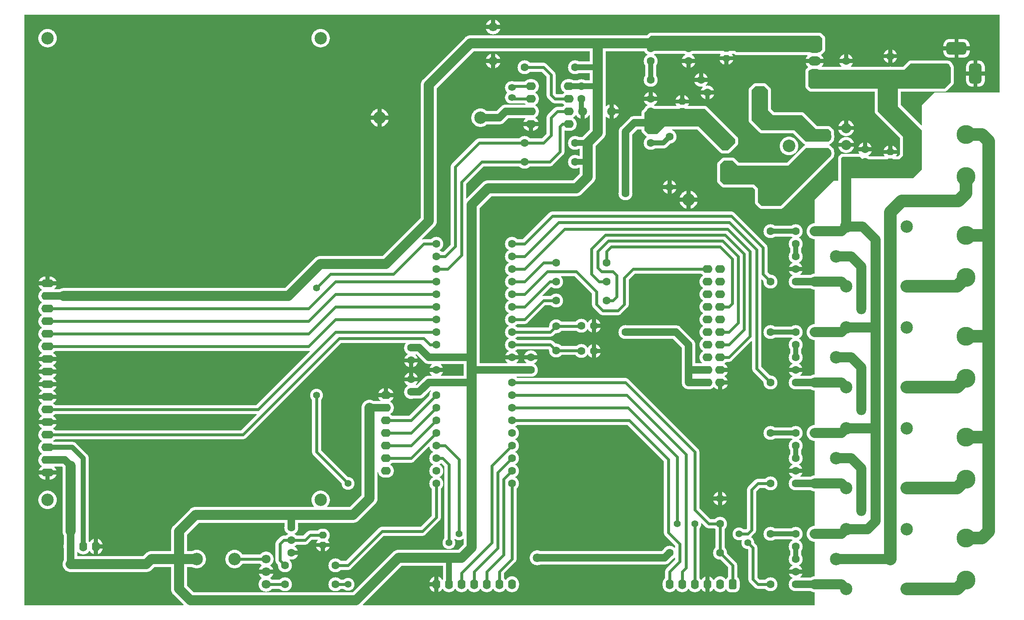
<source format=gbl>
%FSTAX44Y44*%
%MOMM*%
G71*
G01*
G75*
G04 Layer_Physical_Order=2*
G04 Layer_Color=255*
%ADD10C,0.6000*%
%ADD11C,1.0000*%
%ADD12C,1.5000*%
%ADD13C,2.0000*%
%ADD14O,2.0000X1.6000*%
%ADD15C,3.8100*%
%ADD16C,1.6000*%
%ADD17O,1.6000X2.0000*%
G04:AMPARAMS|DCode=18|XSize=1.6mm|YSize=2mm|CornerRadius=0.4mm|HoleSize=0mm|Usage=FLASHONLY|Rotation=180.000|XOffset=0mm|YOffset=0mm|HoleType=Round|Shape=RoundedRectangle|*
%AMROUNDEDRECTD18*
21,1,1.6000,1.2000,0,0,180.0*
21,1,0.8000,2.0000,0,0,180.0*
1,1,0.8000,-0.4000,0.6000*
1,1,0.8000,0.4000,0.6000*
1,1,0.8000,0.4000,-0.6000*
1,1,0.8000,-0.4000,-0.6000*
%
%ADD18ROUNDEDRECTD18*%
G04:AMPARAMS|DCode=19|XSize=2.54mm|YSize=4.064mm|CornerRadius=0.635mm|HoleSize=0mm|Usage=FLASHONLY|Rotation=180.000|XOffset=0mm|YOffset=0mm|HoleType=Round|Shape=RoundedRectangle|*
%AMROUNDEDRECTD19*
21,1,2.5400,2.7940,0,0,180.0*
21,1,1.2700,4.0640,0,0,180.0*
1,1,1.2700,-0.6350,1.3970*
1,1,1.2700,0.6350,1.3970*
1,1,1.2700,0.6350,-1.3970*
1,1,1.2700,-0.6350,-1.3970*
%
%ADD19ROUNDEDRECTD19*%
G04:AMPARAMS|DCode=20|XSize=4.064mm|YSize=2.54mm|CornerRadius=0.635mm|HoleSize=0mm|Usage=FLASHONLY|Rotation=180.000|XOffset=0mm|YOffset=0mm|HoleType=Round|Shape=RoundedRectangle|*
%AMROUNDEDRECTD20*
21,1,4.0640,1.2700,0,0,180.0*
21,1,2.7940,2.5400,0,0,180.0*
1,1,1.2700,-1.3970,0.6350*
1,1,1.2700,1.3970,0.6350*
1,1,1.2700,1.3970,-0.6350*
1,1,1.2700,-1.3970,-0.6350*
%
%ADD20ROUNDEDRECTD20*%
%ADD21C,2.5400*%
G04:AMPARAMS|DCode=22|XSize=2.032mm|YSize=2.032mm|CornerRadius=0.508mm|HoleSize=0mm|Usage=FLASHONLY|Rotation=90.000|XOffset=0mm|YOffset=0mm|HoleType=Round|Shape=RoundedRectangle|*
%AMROUNDEDRECTD22*
21,1,2.0320,1.0160,0,0,90.0*
21,1,1.0160,2.0320,0,0,90.0*
1,1,1.0160,0.5080,0.5080*
1,1,1.0160,0.5080,-0.5080*
1,1,1.0160,-0.5080,-0.5080*
1,1,1.0160,-0.5080,0.5080*
%
%ADD22ROUNDEDRECTD22*%
%ADD23C,2.0320*%
%ADD24O,2.5000X1.9000*%
%ADD25C,2.5000*%
%ADD26O,1.6000X1.4000*%
%ADD27O,1.6000X1.3000*%
%ADD28C,1.8000*%
%ADD29O,2.5000X1.6000*%
%ADD30O,2.0000X3.0000*%
%ADD31C,1.4000*%
%ADD32C,1.2000*%
%ADD33C,2.5000*%
%ADD34C,0.5000*%
G36*
X01205457Y00581525D02*
X01205511Y00581222D01*
X01205759Y00580253D01*
X01206074Y00579304D01*
X01206457Y00578381D01*
X01206905Y00577486D01*
X01207415Y00576626D01*
X01207985Y00575805D01*
X01208613Y00575026D01*
X01209294Y00574294D01*
X01210026Y00573613D01*
X01210805Y00572985D01*
X01211626Y00572415D01*
X01212098Y00572135D01*
Y00570865D01*
X01211626Y00570585D01*
X01210805Y00570015D01*
X01210026Y00569387D01*
X01209294Y00568706D01*
X01208613Y00567974D01*
X01207985Y00567195D01*
X01207415Y00566374D01*
X01206905Y00565514D01*
X01206457Y00564619D01*
X01206074Y00563696D01*
X01205759Y00562747D01*
X01205511Y00561778D01*
X01205334Y00560794D01*
X01205227Y00559799D01*
X01205191Y005588D01*
X01205227Y00557801D01*
X01205334Y00556806D01*
X01205511Y00555822D01*
X01205759Y00554853D01*
X01206074Y00553904D01*
X01206457Y0055298D01*
X01206905Y00552086D01*
X01207415Y00551226D01*
X01207985Y00550405D01*
X01208613Y00549626D01*
X01209294Y00548894D01*
X01210026Y00548213D01*
X01210805Y00547585D01*
X01211626Y00547015D01*
X01212098Y00546735D01*
Y00545465D01*
X01211626Y00545185D01*
X01210805Y00544615D01*
X01210026Y00543987D01*
X01209294Y00543306D01*
X01208613Y00542574D01*
X01207985Y00541795D01*
X01207415Y00540974D01*
X01206905Y00540114D01*
X01206457Y0053922D01*
X01206074Y00538296D01*
X01205759Y00537347D01*
X01205511Y00536378D01*
X01205334Y00535394D01*
X01205227Y00534399D01*
X01205191Y005334D01*
X01205227Y00532401D01*
X01205334Y00531406D01*
X01205511Y00530422D01*
X01205759Y00529453D01*
X01206074Y00528504D01*
X01206457Y0052758D01*
X01206905Y00526686D01*
X01207415Y00525826D01*
X01207985Y00525005D01*
X01208613Y00524226D01*
X01209294Y00523494D01*
X01210026Y00522813D01*
X01210805Y00522185D01*
X01211626Y00521615D01*
X01212098Y00521335D01*
Y00520065D01*
X01211626Y00519785D01*
X01210805Y00519215D01*
X01210026Y00518587D01*
X01209294Y00517906D01*
X01208613Y00517174D01*
X01207985Y00516395D01*
X01207415Y00515574D01*
X01206905Y00514714D01*
X01206457Y0051382D01*
X01206074Y00512896D01*
X01205759Y00511947D01*
X01205511Y00510978D01*
X01205334Y00509994D01*
X01205227Y00508999D01*
X01205191Y00508D01*
X01205227Y00507001D01*
X01205334Y00506006D01*
X01205511Y00505022D01*
X01205759Y00504053D01*
X01206074Y00503104D01*
X01206457Y0050218D01*
X01206905Y00501286D01*
X01207415Y00500426D01*
X01207985Y00499605D01*
X01208613Y00498826D01*
X01209294Y00498094D01*
X01210026Y00497413D01*
X01210191Y0049728D01*
Y00443152D01*
X01187529Y00420489D01*
X0110998D01*
X01109195Y00420454D01*
X01108416Y00420352D01*
X01107648Y00420182D01*
X01106899Y00419945D01*
X01106686Y00419857D01*
X01106173Y00419645D01*
X01105476Y00419282D01*
X01104813Y00418859D01*
X01104189Y00418381D01*
X0110361Y0041785D01*
X01037669Y00351909D01*
X0102672D01*
X01026587Y00352074D01*
X01025906Y00352806D01*
X01025174Y00353487D01*
X01024395Y00354115D01*
X01023574Y00354685D01*
X01022714Y00355195D01*
X0102182Y00355643D01*
X01020896Y00356026D01*
X01019947Y00356341D01*
X01018978Y00356589D01*
X01017994Y00356766D01*
X01016999Y00356873D01*
X01016Y00356909D01*
X01015001Y00356873D01*
X01014006Y00356766D01*
X01013022Y00356589D01*
X01012053Y00356341D01*
X01011104Y00356026D01*
X01010181Y00355643D01*
X01009286Y00355195D01*
X01008426Y00354685D01*
X01007605Y00354115D01*
X01006826Y00353487D01*
X01006094Y00352806D01*
X01005413Y00352074D01*
X01004785Y00351295D01*
X01004215Y00350474D01*
X01003705Y00349614D01*
X01003257Y00348719D01*
X01002874Y00347796D01*
X01002559Y00346847D01*
X01002311Y00345878D01*
X01002134Y00344894D01*
X01002027Y00343899D01*
X01001991Y003429D01*
X01002027Y00341901D01*
X01002134Y00340906D01*
X01002311Y00339922D01*
X01002559Y00338953D01*
X01002874Y00338004D01*
X01003257Y0033708D01*
X01003705Y00336186D01*
X01004215Y00335326D01*
X01004785Y00334505D01*
X01005413Y00333726D01*
X01006094Y00332994D01*
X01006826Y00332313D01*
X01007605Y00331685D01*
X01008426Y00331115D01*
X01009286Y00330605D01*
X01010181Y00330157D01*
X01011104Y00329774D01*
X01012053Y00329459D01*
X01013022Y00329211D01*
X01014006Y00329034D01*
X01015001Y00328927D01*
X01016Y00328891D01*
X01016999Y00328927D01*
X01017994Y00329034D01*
X01018978Y00329211D01*
X01019947Y00329459D01*
X01020896Y00329774D01*
X0102182Y00330157D01*
X01022714Y00330605D01*
X01023574Y00331115D01*
X01024395Y00331685D01*
X01025174Y00332313D01*
X01025906Y00332994D01*
X01026587Y00333726D01*
X0102672Y00333891D01*
X010414D01*
X01042185Y00333926D01*
X01042964Y00334028D01*
X01043348Y00334113D01*
X01043732Y00334198D01*
X01044481Y00334435D01*
X01044694Y00334523D01*
X01045207Y00334735D01*
X01045904Y00335098D01*
X01046567Y00335521D01*
X01047191Y00335999D01*
X0104777Y0033653D01*
X01113711Y00402471D01*
X0119126D01*
X01192045Y00402506D01*
X01192824Y00402608D01*
X01193208Y00402693D01*
X01193592Y00402778D01*
X01194341Y00403015D01*
X01194554Y00403103D01*
X01195067Y00403315D01*
X01195764Y00403678D01*
X01196427Y00404101D01*
X01197051Y00404579D01*
X0119763Y0040511D01*
X0122557Y0043305D01*
X01226101Y00433629D01*
X01226579Y00434253D01*
X01227002Y00434916D01*
X01227365Y00435613D01*
X01227577Y00436126D01*
X01227665Y00436339D01*
X01227902Y00437088D01*
X01227987Y00437472D01*
X01228072Y00437856D01*
X01228174Y00438635D01*
X01228209Y0043942D01*
Y0049728D01*
X01228374Y00497413D01*
X01229106Y00498094D01*
X01229787Y00498826D01*
X01230415Y00499605D01*
X01230985Y00500426D01*
X01231495Y00501286D01*
X01231943Y0050218D01*
X01232326Y00503104D01*
X01232641Y00504053D01*
X01232889Y00505022D01*
X01233066Y00506006D01*
X01233173Y00507001D01*
X01233209Y00508D01*
X01233173Y00508999D01*
X01233066Y00509994D01*
X01232889Y00510978D01*
X01232641Y00511947D01*
X01232326Y00512896D01*
X01231943Y0051382D01*
X01231495Y00514714D01*
X01230985Y00515574D01*
X01230415Y00516395D01*
X01229787Y00517174D01*
X01229106Y00517906D01*
X01228374Y00518587D01*
X01227595Y00519215D01*
X01226774Y00519785D01*
X01226302Y00520065D01*
Y00521335D01*
X01226774Y00521615D01*
X01227595Y00522185D01*
X01228374Y00522813D01*
X01229106Y00523494D01*
X01229787Y00524226D01*
X01230415Y00525005D01*
X01230985Y00525826D01*
X01231495Y00526686D01*
X01231943Y0052758D01*
X01232326Y00528504D01*
X01232641Y00529453D01*
X01232889Y00530422D01*
X01233066Y00531406D01*
X01233173Y00532401D01*
X01233209Y005334D01*
X01233173Y00534399D01*
X01233066Y00535394D01*
X01232889Y00536378D01*
X01232641Y00537347D01*
X01232326Y00538296D01*
X01231943Y0053922D01*
X01231495Y00540114D01*
X01230985Y00540974D01*
X01230415Y00541795D01*
X01229787Y00542574D01*
X01229106Y00543306D01*
X01228374Y00543987D01*
X01227595Y00544615D01*
X01226774Y00545185D01*
X01226302Y00545465D01*
Y00546735D01*
X01226774Y00547015D01*
X01227595Y00547585D01*
X01228374Y00548213D01*
X01229085Y00548875D01*
X01235591Y00542369D01*
Y00397995D01*
X01235402Y00397818D01*
X01234769Y00397139D01*
X01234186Y00396416D01*
X01233657Y00395653D01*
X01233183Y00394854D01*
X01232767Y00394024D01*
X01232412Y00393166D01*
X01232119Y00392285D01*
X01231889Y00391385D01*
X01231724Y00390471D01*
X01231625Y00389548D01*
X01231592Y0038862D01*
X01231625Y00387692D01*
X01231724Y00386769D01*
X01231889Y00385855D01*
X01232119Y00384955D01*
X01232412Y00384074D01*
X01232767Y00383216D01*
X01233183Y00382386D01*
X01233657Y00381587D01*
X01234186Y00380824D01*
X01234769Y00380101D01*
X01235402Y00379422D01*
X01236081Y00378789D01*
X01236804Y00378206D01*
X01237567Y00377677D01*
X01238366Y00377203D01*
X01239196Y00376787D01*
X01240054Y00376432D01*
X01240935Y00376139D01*
X01241835Y00375909D01*
X01242749Y00375744D01*
X01243672Y00375645D01*
X012446Y00375612D01*
X01245528Y00375645D01*
X01246451Y00375744D01*
X01247365Y00375909D01*
X01248265Y00376139D01*
X01249146Y00376432D01*
X01250004Y00376787D01*
X01250834Y00377203D01*
X01251633Y00377677D01*
X01252396Y00378206D01*
X01253119Y00378789D01*
X01253798Y00379422D01*
X01254431Y00380101D01*
X01255014Y00380824D01*
X01255543Y00381587D01*
X01256017Y00382386D01*
X01256433Y00383216D01*
X01256788Y00384074D01*
X01257081Y00384955D01*
X01257311Y00385855D01*
X01257476Y00386769D01*
X01257575Y00387692D01*
X01257608Y0038862D01*
X01257575Y00389548D01*
X01257476Y00390471D01*
X01257311Y00391385D01*
X01257081Y00392285D01*
X01256788Y00393166D01*
X01256433Y00394024D01*
X01256017Y00394854D01*
X01255543Y00395653D01*
X01256615Y00396397D01*
X01257124Y00395986D01*
X01257887Y00395457D01*
X01258686Y00394983D01*
X01259516Y00394567D01*
X01260374Y00394212D01*
X01261255Y00393919D01*
X01262155Y00393689D01*
X01263069Y00393524D01*
X01263992Y00393425D01*
X0126492Y00393392D01*
X01265848Y00393425D01*
X01266771Y00393524D01*
X01267685Y00393689D01*
X01268585Y00393919D01*
X01269466Y00394212D01*
X01270324Y00394567D01*
X01271154Y00394983D01*
X01271953Y00395457D01*
X01272716Y00395986D01*
X01273166Y00396349D01*
X01274027Y00395937D01*
X01274311Y00395631D01*
Y00385091D01*
X01263369Y00374149D01*
X01143001D01*
X01143Y00374149D01*
X01141953Y00374114D01*
X0114091Y00374012D01*
X01139877Y00373841D01*
X01138857Y00373603D01*
X01137854Y00373299D01*
X01136874Y0037293D01*
X0113592Y00372498D01*
X01134996Y00372004D01*
X01134655Y00371792D01*
X01134106Y00371451D01*
X01133255Y0037084D01*
X01132445Y00370176D01*
X0113168Y0036946D01*
X01050729Y00288508D01*
X00730531D01*
X00717049Y00301991D01*
Y00339591D01*
X0072731D01*
X00727345Y0033957D01*
X00728413Y00338999D01*
X00729517Y00338499D01*
X0073065Y00338072D01*
X00731809Y00337721D01*
X00732989Y00337446D01*
X00734184Y00337248D01*
X00735389Y0033713D01*
X007366Y0033709D01*
X00737811Y0033713D01*
X00739016Y00337248D01*
X00740211Y00337446D01*
X00741391Y00337721D01*
X0074255Y00338072D01*
X00743683Y00338499D01*
X00744787Y00338999D01*
X00745855Y0033957D01*
X00746883Y0034021D01*
X00747868Y00340915D01*
X00748804Y00341684D01*
X00749688Y00342511D01*
X00750517Y00343396D01*
X00751285Y00344332D01*
X0075199Y00345317D01*
X0075263Y00346345D01*
X00753201Y00347413D01*
X00753701Y00348517D01*
X00754128Y0034965D01*
X00754479Y00350809D01*
X00754754Y00351989D01*
X00754952Y00353184D01*
X0075507Y00354389D01*
X0075511Y003556D01*
X0075507Y00356811D01*
X00754952Y00358016D01*
X00754754Y00359211D01*
X00754479Y00360391D01*
X00754128Y0036155D01*
X00753701Y00362683D01*
X00753201Y00363787D01*
X0075263Y00364855D01*
X0075199Y00365883D01*
X00751285Y00366868D01*
X00750517Y00367804D01*
X00749688Y00368689D01*
X00748804Y00369516D01*
X00747868Y00370285D01*
X00746883Y0037099D01*
X00745855Y0037163D01*
X00744787Y00372201D01*
X00743683Y00372701D01*
X0074255Y00373128D01*
X00741391Y00373479D01*
X00740211Y00373754D01*
X00739016Y00373952D01*
X00737811Y0037407D01*
X007366Y0037411D01*
X00735389Y0037407D01*
X00734184Y00373952D01*
X00732989Y00373754D01*
X00731809Y00373479D01*
X0073065Y00373128D01*
X00729517Y00372701D01*
X00728413Y00372201D01*
X00727345Y0037163D01*
X0072731Y00371609D01*
X00717049D01*
Y00404849D01*
X00740691Y00428491D01*
X00913591D01*
Y00422784D01*
X00913411Y00422078D01*
X00913234Y00421094D01*
X00913127Y00420099D01*
X00913091Y004191D01*
X00913127Y00418101D01*
X00913234Y00417106D01*
X00913411Y00416122D01*
X00913659Y00415153D01*
X00913974Y00414204D01*
X00914357Y0041328D01*
X00914805Y00412386D01*
X00915315Y00411526D01*
X00915885Y00410705D01*
X00916513Y00409926D01*
X00917194Y00409194D01*
X00917926Y00408513D01*
X00918705Y00407885D01*
X00919526Y00407315D01*
X00919998Y00407035D01*
Y00405765D01*
X00919526Y00405485D01*
X00918705Y00404915D01*
X00917926Y00404287D01*
X00917194Y00403606D01*
X00916513Y00402874D01*
X0091638Y00402709D01*
X0091186D01*
X00911075Y00402674D01*
X00910296Y00402572D01*
X00909528Y00402402D01*
X00908779Y00402165D01*
X00908416Y00402015D01*
X00908053Y00401865D01*
X00907356Y00401502D01*
X00906693Y00401079D01*
X00906069Y00400601D01*
X0090549Y0040007D01*
X0089787Y0039245D01*
X00897339Y00391871D01*
X00896861Y00391247D01*
X00896438Y00390584D01*
X00896075Y00389887D01*
X00895863Y00389374D01*
X00895775Y00389161D01*
X00895538Y00388412D01*
X00895453Y00388028D01*
X00895368Y00387644D01*
X00895266Y00386865D01*
X00895231Y0038608D01*
Y0035306D01*
X00895266Y00352275D01*
X00895368Y00351496D01*
X00895453Y00351112D01*
X00895538Y00350728D01*
X00895775Y00349979D01*
X00895863Y00349766D01*
X00896075Y00349253D01*
X00896438Y00348556D01*
X00896861Y00347893D01*
X00897339Y00347269D01*
X0089787Y0034669D01*
X0090045Y0034411D01*
X00900427Y00343899D01*
X00900391Y003429D01*
X00900427Y00341901D01*
X00900534Y00340906D01*
X00900711Y00339922D01*
X00900959Y00338953D01*
X00901274Y00338004D01*
X00901657Y0033708D01*
X00902105Y00336186D01*
X00902615Y00335326D01*
X00903185Y00334505D01*
X00903813Y00333726D01*
X00904494Y00332994D01*
X00905226Y00332313D01*
X00906005Y00331685D01*
X00906826Y00331115D01*
X00907686Y00330605D01*
X0090858Y00330157D01*
X00909504Y00329774D01*
X00910453Y00329459D01*
X00911422Y00329211D01*
X00912406Y00329034D01*
X00913401Y00328927D01*
X009144Y00328891D01*
X00915399Y00328927D01*
X00916394Y00329034D01*
X00917378Y00329211D01*
X00918347Y00329459D01*
X00919296Y00329774D01*
X00920219Y00330157D01*
X00921114Y00330605D01*
X00921974Y00331115D01*
X00922795Y00331685D01*
X00923574Y00332313D01*
X00924306Y00332994D01*
X00924987Y00333726D01*
X00925615Y00334505D01*
X00926185Y00335326D01*
X00926695Y00336186D01*
X00927143Y0033708D01*
X00927526Y00338004D01*
X00927841Y00338953D01*
X00928089Y00339922D01*
X00928266Y00340906D01*
X00928373Y00341901D01*
X00928409Y003429D01*
X00928373Y00343899D01*
X00928266Y00344894D01*
X00928089Y00345878D01*
X00927841Y00346847D01*
X00927526Y00347796D01*
X00927143Y00348719D01*
X00926695Y00349614D01*
X00926185Y00350474D01*
X00925615Y00351295D01*
X00924987Y00352074D01*
X00924306Y00352806D01*
X00923594Y00353468D01*
X00924163Y00354604D01*
X00925106Y00354434D01*
X00926101Y00354327D01*
X009271Y00354291D01*
X00928099Y00354327D01*
X00929094Y00354434D01*
X00930078Y00354611D01*
X00931047Y00354859D01*
X00931996Y00355174D01*
X00932919Y00355557D01*
X00933814Y00356005D01*
X00934674Y00356515D01*
X00935495Y00357085D01*
X00936274Y00357713D01*
X00937006Y00358394D01*
X00937687Y00359126D01*
X00938315Y00359905D01*
X00938885Y00360726D01*
X00939395Y00361586D01*
X00939843Y00362481D01*
X00940226Y00363404D01*
X00940524Y003643D01*
X009271D01*
Y003723D01*
X00940524D01*
X00940226Y00373196D01*
X00939843Y00374119D01*
X00939395Y00375014D01*
X00938885Y00375874D01*
X00938315Y00376695D01*
X00937687Y00377474D01*
X00937006Y00378206D01*
X00936274Y00378887D01*
X00935495Y00379515D01*
X00934674Y00380085D01*
X00934202Y00380365D01*
Y00381635D01*
X00934674Y00381915D01*
X00935495Y00382485D01*
X00936274Y00383113D01*
X00937006Y00383794D01*
X00937687Y00384526D01*
X0093782Y00384691D01*
X0095504D01*
X00955825Y00384726D01*
X00956604Y00384828D01*
X00956988Y00384913D01*
X00957372Y00384998D01*
X00958121Y00385235D01*
X00958334Y00385323D01*
X00958847Y00385535D01*
X00959544Y00385898D01*
X00960207Y00386321D01*
X00960831Y00386799D01*
X0096141Y0038733D01*
X00968932Y00394851D01*
X00980225D01*
X00980402Y00394662D01*
X00980581Y00394495D01*
Y00393225D01*
X00980402Y00393058D01*
X00979769Y00392379D01*
X00979186Y00391656D01*
X00978657Y00390893D01*
X00978183Y00390094D01*
X00977767Y00389264D01*
X00977412Y00388406D01*
X0097723Y0038786D01*
X0100397D01*
X01003788Y00388406D01*
X01003433Y00389264D01*
X01003017Y00390094D01*
X01002543Y00390893D01*
X01002014Y00391656D01*
X01001431Y00392379D01*
X01000798Y00393058D01*
X01000619Y00393225D01*
Y00394495D01*
X01000798Y00394662D01*
X01001431Y00395341D01*
X01002014Y00396064D01*
X01002543Y00396827D01*
X01003017Y00397626D01*
X01003433Y00398456D01*
X01003788Y00399314D01*
X01004081Y00400195D01*
X01004311Y00401095D01*
X01004476Y00402009D01*
X01004575Y00402932D01*
X01004608Y0040386D01*
X01004575Y00404788D01*
X01004476Y00405711D01*
X01004311Y00406625D01*
X01004081Y00407525D01*
X01003788Y00408406D01*
X01003433Y00409264D01*
X01003017Y00410094D01*
X01002543Y00410893D01*
X01002014Y00411656D01*
X01001431Y00412379D01*
X01000798Y00413058D01*
X01000119Y00413691D01*
X00999396Y00414274D01*
X00998633Y00414803D01*
X00997834Y00415277D01*
X00997004Y00415693D01*
X00996146Y00416048D01*
X00995265Y00416341D01*
X00994365Y00416571D01*
X00993451Y00416736D01*
X00992528Y00416835D01*
X009916Y00416868D01*
X009896D01*
X00988672Y00416835D01*
X00987749Y00416736D01*
X00986835Y00416571D01*
X00985935Y00416341D01*
X00985054Y00416048D01*
X00984196Y00415693D01*
X00983366Y00415277D01*
X00982567Y00414803D01*
X00981804Y00414274D01*
X00981081Y00413691D01*
X00980402Y00413058D01*
X00980225Y00412869D01*
X009652D01*
X00964415Y00412834D01*
X00963636Y00412732D01*
X00962868Y00412562D01*
X00962119Y00412325D01*
X00961393Y00412024D01*
X00960696Y00411662D01*
X00960033Y00411239D01*
X00959409Y00410761D01*
X0095883Y0041023D01*
X00951309Y00402709D01*
X0093782D01*
X00937687Y00402874D01*
X00937006Y00403606D01*
X00936274Y00404287D01*
X00935495Y00404915D01*
X00934674Y00405485D01*
X00934202Y00405765D01*
Y00407035D01*
X00934674Y00407315D01*
X00935495Y00407885D01*
X00936274Y00408513D01*
X00937006Y00409194D01*
X00937687Y00409926D01*
X00938315Y00410705D01*
X00938885Y00411526D01*
X00939395Y00412386D01*
X00939843Y0041328D01*
X00940226Y00414204D01*
X00940541Y00415153D01*
X00940789Y00416122D01*
X00940966Y00417106D01*
X00941073Y00418101D01*
X00941109Y004191D01*
X00941073Y00420099D01*
X00940966Y00421094D01*
X00940789Y00422078D01*
X00940609Y00422784D01*
Y00428491D01*
X0105156D01*
X01052607Y00428526D01*
X0105365Y00428628D01*
X01054683Y00428799D01*
X01055703Y00429037D01*
X01056706Y00429341D01*
X01057686Y0042971D01*
X0105864Y00430142D01*
X01059564Y00430636D01*
X01060454Y00431189D01*
X01061305Y004318D01*
X01062115Y00432464D01*
X0106288Y0043318D01*
X01095899Y004662D01*
X010959Y004662D01*
X01096246Y0046657D01*
X01096616Y00466965D01*
X0109728Y00467775D01*
X01097891Y00468626D01*
X01098444Y00469516D01*
X01098674Y00469946D01*
X01098938Y0047044D01*
X0109937Y00471394D01*
X01099739Y00472374D01*
X01100043Y00473377D01*
X01100281Y00474397D01*
X01100452Y0047543D01*
X01100554Y00476473D01*
X01100589Y0047752D01*
X01100589Y00477521D01*
Y00530629D01*
X01101853Y00530742D01*
X01101911Y00530422D01*
X01102159Y00529453D01*
X01102474Y00528504D01*
X01102857Y0052758D01*
X01103305Y00526686D01*
X01103815Y00525826D01*
X01104385Y00525005D01*
X01105013Y00524226D01*
X01105694Y00523494D01*
X01106426Y00522813D01*
X01107205Y00522185D01*
X01108026Y00521615D01*
X01108886Y00521105D01*
X01109781Y00520657D01*
X01110704Y00520274D01*
X01111653Y00519959D01*
X01112622Y00519711D01*
X01113606Y00519534D01*
X01114601Y00519427D01*
X011156Y00519391D01*
X011196D01*
X01120599Y00519427D01*
X01121594Y00519534D01*
X01122578Y00519711D01*
X01123547Y00519959D01*
X01124496Y00520274D01*
X01125419Y00520657D01*
X01126314Y00521105D01*
X01127174Y00521615D01*
X01127995Y00522185D01*
X01128774Y00522813D01*
X01129506Y00523494D01*
X01130187Y00524226D01*
X01130815Y00525005D01*
X01131385Y00525826D01*
X01131895Y00526686D01*
X01132343Y0052758D01*
X01132726Y00528504D01*
X01133041Y00529453D01*
X01133289Y00530422D01*
X01133466Y00531406D01*
X01133573Y00532401D01*
X01133609Y005334D01*
X01133573Y00534399D01*
X01133466Y00535394D01*
X01133289Y00536378D01*
X01133041Y00537347D01*
X01132726Y00538296D01*
X01132343Y0053922D01*
X01131895Y00540114D01*
X01131385Y00540974D01*
X01130815Y00541795D01*
X01130187Y00542574D01*
X01129506Y00543306D01*
X01128774Y00543987D01*
X01127995Y00544615D01*
X01127174Y00545185D01*
X01126702Y00545465D01*
Y00546735D01*
X01127174Y00547015D01*
X01127995Y00547585D01*
X01128774Y00548213D01*
X01129506Y00548894D01*
X01130187Y00549626D01*
X0113032Y00549791D01*
X011684D01*
X01169185Y00549826D01*
X01169964Y00549928D01*
X01170348Y00550013D01*
X01170732Y00550098D01*
X01171481Y00550335D01*
X01171694Y00550423D01*
X01172207Y00550635D01*
X01172904Y00550998D01*
X01173567Y00551421D01*
X01174191Y00551899D01*
X0117477Y0055243D01*
X01204245Y00581905D01*
X01205457Y00581525D01*
D02*
G37*
G36*
X02353692Y012954D02*
X022225D01*
X021971Y0127D01*
Y01229358D01*
X02195927Y01228872D01*
X02154849Y01269949D01*
Y01297011D01*
X0224282D01*
X02243493Y01297048D01*
X02244157Y01297161D01*
X02244805Y01297348D01*
X02245427Y01297606D01*
X02246017Y01297932D01*
X02246567Y01298322D01*
X02247069Y01298771D01*
X02259769Y01311471D01*
X02260218Y01311973D01*
X02260608Y01312523D01*
X02260771Y01312818D01*
X02260934Y01313113D01*
X02261192Y01313735D01*
X02261286Y01314059D01*
X02261379Y01314383D01*
X02261395Y01314479D01*
X02261492Y01315047D01*
X02261529Y0131572D01*
Y013462D01*
X02261492Y01346873D01*
X02261379Y01347537D01*
X02261286Y01347861D01*
X02261192Y01348185D01*
X02260934Y01348807D01*
X02260771Y01349102D01*
X02260608Y01349397D01*
X02260218Y01349947D01*
X02259937Y01350262D01*
X02259918Y01350355D01*
X02259655Y01351289D01*
X02259319Y013522D01*
X02258912Y01353081D01*
X02258438Y01353928D01*
X02257899Y01354735D01*
X02257298Y01355497D01*
X0225664Y0135621D01*
X02255927Y01356868D01*
X02255165Y01357469D01*
X02254358Y01358008D01*
X02253511Y01358482D01*
X0225263Y01358889D01*
X02251719Y01359225D01*
X02250785Y01359488D01*
X02249833Y01359677D01*
X0224887Y01359791D01*
X022479Y0135983D01*
X022352D01*
X02235198Y01359829D01*
X0217424D01*
X02173567Y01359792D01*
X02172903Y01359679D01*
X02172255Y01359492D01*
X02171633Y01359234D01*
X02171043Y01358908D01*
X02170493Y01358518D01*
X02169991Y01358069D01*
X02159051Y01347129D01*
X0213681D01*
X02136578Y01347189D01*
X02135594Y01347366D01*
X02134599Y01347473D01*
X021336Y01347509D01*
X02132601Y01347473D01*
X02131606Y01347366D01*
X02130622Y01347189D01*
X0213039Y01347129D01*
X02054828D01*
X02053874Y01348313D01*
X02053874Y01348313D01*
X02053874Y01348313D01*
X02054606Y01348994D01*
X02055287Y01349726D01*
X02055915Y01350505D01*
X02056485Y01351326D01*
X02056995Y01352186D01*
X02057443Y0135308D01*
X02057826Y01354004D01*
X02058124Y013549D01*
X02031276D01*
X02031574Y01354004D01*
X02031957Y0135308D01*
X02032405Y01352186D01*
X02032915Y01351326D01*
X02033485Y01350505D01*
X02034113Y01349726D01*
X02034794Y01348994D01*
X02035526Y01348313D01*
X02035526Y01348313D01*
X02034572Y01347129D01*
X0199601D01*
X01995503Y01348294D01*
X01995922Y01348743D01*
X01996616Y01349605D01*
X01997248Y01350515D01*
X01997813Y01351467D01*
X01998308Y01352457D01*
X01998732Y0135348D01*
X01999082Y0135453D01*
X01999176Y013549D01*
X01963224D01*
X01963318Y0135453D01*
X01963668Y0135348D01*
X01964092Y01352457D01*
X01964587Y01351467D01*
X01965152Y01350515D01*
X01965784Y01349605D01*
X01966478Y01348743D01*
X01967233Y01347933D01*
X01967812Y01347394D01*
X01967728Y01346127D01*
X01967293Y01345818D01*
X01966791Y01345369D01*
X01964251Y01342829D01*
X01963802Y01342327D01*
X01963412Y01341777D01*
X01963249Y01341482D01*
X01963086Y01341187D01*
X01962828Y01340565D01*
X01962735Y01340241D01*
X01962641Y01339917D01*
X01962625Y01339821D01*
X01962528Y01339253D01*
X01962491Y0133858D01*
Y013081D01*
X01962528Y01307427D01*
X01962641Y01306763D01*
X01962828Y01306115D01*
X01963086Y01305493D01*
X01963412Y01304903D01*
X01963525Y01304743D01*
X01963802Y01304353D01*
X01964251Y01303851D01*
X01969331Y01298771D01*
X01969833Y01298322D01*
X01970383Y01297932D01*
X01970678Y01297769D01*
X01970973Y01297606D01*
X01971595Y01297348D01*
X01971919Y01297254D01*
X01972243Y01297161D01*
X01972339Y01297145D01*
X01972907Y01297048D01*
X0197358Y01297011D01*
X02102191D01*
Y012573D01*
X02102228Y01256627D01*
X02102341Y01255963D01*
X02102435Y01255639D01*
X02102528Y01255315D01*
X02102635Y01255057D01*
X02102786Y01254693D01*
X02103112Y01254103D01*
X02103502Y01253553D01*
X02103951Y01253051D01*
X02152991Y01204011D01*
Y01170889D01*
X02148891Y01166789D01*
X02146397D01*
X02145035Y01167887D01*
X02145021Y01167915D01*
X02145543Y01168667D01*
X02146017Y01169466D01*
X02146433Y01170296D01*
X02146788Y01171154D01*
X0214697Y011717D01*
X0212023D01*
X02120412Y01171154D01*
X02120767Y01170296D01*
X02121183Y01169466D01*
X02121657Y01168667D01*
X02122179Y01167915D01*
X02122165Y01167887D01*
X02120803Y01166789D01*
X02091351D01*
X02091195Y01166915D01*
X02090374Y01167485D01*
X02089902Y01167765D01*
Y01169035D01*
X02090374Y01169315D01*
X02091195Y01169885D01*
X02091974Y01170513D01*
X02092706Y01171194D01*
X02093387Y01171926D01*
X02094015Y01172705D01*
X02094585Y01173526D01*
X02095095Y01174386D01*
X02095543Y01175281D01*
X02095926Y01176204D01*
X02096224Y011771D01*
X02069376D01*
X02069674Y01176204D01*
X02070057Y01175281D01*
X02070505Y01174386D01*
X02071015Y01173526D01*
X02071384Y01172995D01*
X02070975Y01172213D01*
X02070549Y01171869D01*
X0203708D01*
X02036407Y01171832D01*
X02035743Y01171719D01*
X02035419Y01171626D01*
X02035095Y01171532D01*
X02034837Y01171425D01*
X02034473Y01171274D01*
X02033883Y01170948D01*
X02033333Y01170558D01*
X02032831Y01170109D01*
X02030291Y01167569D01*
X02029842Y01167067D01*
X02029452Y01166517D01*
X02029289Y01166222D01*
X02029126Y01165927D01*
X02028868Y01165305D01*
X02028775Y01164981D01*
X02028681Y01164657D01*
X02028665Y01164561D01*
X02028568Y01163993D01*
X02028531Y0116332D01*
Y01138816D01*
X02028526Y01138767D01*
X02028491Y0113772D01*
Y011176D01*
X020193D01*
X019812Y010795D01*
Y01032009D01*
X01980153Y01031974D01*
X01979111Y01031872D01*
X01978077Y01031701D01*
X01977057Y01031463D01*
X01976054Y01031159D01*
X01975074Y0103079D01*
X0197412Y01030358D01*
X01973196Y01029864D01*
X01972306Y01029311D01*
X01971455Y010287D01*
X01970645Y01028036D01*
X0196988Y0102732D01*
X01969164Y01026555D01*
X019685Y01025745D01*
X01967889Y01024894D01*
X01967336Y01024004D01*
X01966842Y0102308D01*
X0196641Y01022126D01*
X01966041Y01021146D01*
X01965737Y01020143D01*
X01965499Y01019123D01*
X01965328Y0101809D01*
X01965226Y01017047D01*
X01965191Y01016D01*
X01965226Y01014953D01*
X01965328Y01013911D01*
X01965499Y01012877D01*
X01965737Y01011857D01*
X01966041Y01010854D01*
X0196641Y01009874D01*
X01966842Y0100892D01*
X01967336Y01007996D01*
X01967889Y01007106D01*
X019685Y01006255D01*
X01969164Y01005445D01*
X0196988Y0100468D01*
X01970645Y01003964D01*
X01971455Y010033D01*
X01972306Y01002689D01*
X01973196Y01002136D01*
X0197412Y01001642D01*
X01975074Y0100121D01*
X01976054Y01000841D01*
X01977057Y01000537D01*
X01978077Y01000299D01*
X01979111Y01000128D01*
X01980153Y01000026D01*
X019812Y00999991D01*
Y00930409D01*
X01980153Y00930374D01*
X01979111Y00930272D01*
X01978077Y00930101D01*
X01977057Y00929863D01*
X01976054Y00929559D01*
X01975074Y0092919D01*
X0197412Y00928758D01*
X01973196Y00928264D01*
X01972625Y00927909D01*
X01952564D01*
X01952142Y00929106D01*
X01952274Y00929213D01*
X01953006Y00929894D01*
X01953687Y00930626D01*
X01954315Y00931405D01*
X01954885Y00932226D01*
X01955395Y00933086D01*
X01955843Y0093398D01*
X01956226Y00934904D01*
X01956524Y009358D01*
X01929676D01*
X01929974Y00934904D01*
X01930357Y0093398D01*
X01930805Y00933086D01*
X01931315Y00932226D01*
X01931885Y00931405D01*
X01932513Y00930626D01*
X01933194Y00929894D01*
X01933926Y00929213D01*
X01934705Y00928585D01*
X01935526Y00928015D01*
X01935998Y00927735D01*
Y00926465D01*
X01935526Y00926185D01*
X01934705Y00925615D01*
X01933926Y00924987D01*
X01933194Y00924306D01*
X01932513Y00923574D01*
X01931885Y00922795D01*
X01931315Y00921974D01*
X01930805Y00921114D01*
X01930357Y00920219D01*
X01929974Y00919296D01*
X01929659Y00918347D01*
X01929411Y00917378D01*
X01929234Y00916394D01*
X01929127Y00915399D01*
X01929091Y009144D01*
X01929127Y00913401D01*
X01929234Y00912406D01*
X01929411Y00911422D01*
X01929659Y00910453D01*
X01929974Y00909504D01*
X01930357Y0090858D01*
X01930805Y00907686D01*
X01931315Y00906826D01*
X01931885Y00906005D01*
X01932513Y00905226D01*
X01933194Y00904494D01*
X01933926Y00903813D01*
X01934705Y00903185D01*
X01935526Y00902615D01*
X01936386Y00902105D01*
X0193728Y00901657D01*
X01938204Y00901274D01*
X01939153Y00900959D01*
X01940122Y00900711D01*
X01941106Y00900534D01*
X01942101Y00900427D01*
X019431Y00900391D01*
X01944099Y00900427D01*
X01945094Y00900534D01*
X01946078Y00900711D01*
X01946784Y00900891D01*
X01972625D01*
X01973196Y00900536D01*
X0197412Y00900042D01*
X01975074Y0089961D01*
X01976054Y00899241D01*
X01977057Y00898937D01*
X01978077Y00898699D01*
X01979111Y00898528D01*
X01980153Y00898426D01*
X019812Y00898391D01*
Y00828809D01*
X01980153Y00828774D01*
X01979111Y00828672D01*
X01978077Y00828501D01*
X01977057Y00828263D01*
X01976054Y00827959D01*
X01975074Y0082759D01*
X0197412Y00827158D01*
X01973196Y00826664D01*
X01972306Y00826111D01*
X01971455Y008255D01*
X01970645Y00824836D01*
X0196988Y0082412D01*
X01969164Y00823355D01*
X019685Y00822545D01*
X01967889Y00821694D01*
X01967336Y00820804D01*
X01966842Y0081988D01*
X0196641Y00818926D01*
X01966041Y00817946D01*
X01965737Y00816943D01*
X01965499Y00815923D01*
X01965328Y0081489D01*
X01965226Y00813847D01*
X01965191Y008128D01*
X01965226Y00811753D01*
X01965328Y00810711D01*
X01965499Y00809677D01*
X01965737Y00808657D01*
X01966041Y00807654D01*
X0196641Y00806674D01*
X01966842Y0080572D01*
X01967336Y00804796D01*
X01967889Y00803906D01*
X019685Y00803055D01*
X01969164Y00802245D01*
X0196988Y0080148D01*
X01970645Y00800764D01*
X01971455Y008001D01*
X01972306Y00799489D01*
X01973196Y00798936D01*
X0197412Y00798442D01*
X01975074Y0079801D01*
X01976054Y00797641D01*
X01977057Y00797337D01*
X01978077Y00797099D01*
X01979111Y00796928D01*
X01980153Y00796826D01*
X019812Y00796791D01*
Y00727209D01*
X01980153Y00727174D01*
X01979111Y00727072D01*
X01978077Y00726901D01*
X01977057Y00726663D01*
X01976054Y00726359D01*
X01975074Y0072599D01*
X0197412Y00725558D01*
X01973196Y00725064D01*
X01972625Y00724709D01*
X01952564D01*
X01952142Y00725906D01*
X01952274Y00726013D01*
X01953006Y00726694D01*
X01953687Y00727426D01*
X01954315Y00728205D01*
X01954885Y00729026D01*
X01955395Y00729886D01*
X01955843Y0073078D01*
X01956226Y00731704D01*
X01956524Y007326D01*
X01929676D01*
X01929974Y00731704D01*
X01930357Y0073078D01*
X01930805Y00729886D01*
X01931315Y00729026D01*
X01931885Y00728205D01*
X01932513Y00727426D01*
X01933194Y00726694D01*
X01933926Y00726013D01*
X01934705Y00725385D01*
X01935526Y00724815D01*
X01935998Y00724535D01*
Y00723265D01*
X01935526Y00722985D01*
X01934705Y00722415D01*
X01933926Y00721787D01*
X01933194Y00721106D01*
X01932513Y00720374D01*
X01931885Y00719595D01*
X01931315Y00718774D01*
X01930805Y00717914D01*
X01930357Y0071702D01*
X01929974Y00716096D01*
X01929659Y00715147D01*
X01929411Y00714178D01*
X01929234Y00713194D01*
X01929127Y00712199D01*
X01929091Y007112D01*
X01929127Y00710201D01*
X01929234Y00709206D01*
X01929411Y00708222D01*
X01929659Y00707253D01*
X01929974Y00706304D01*
X01930357Y0070538D01*
X01930805Y00704486D01*
X01931315Y00703626D01*
X01931885Y00702805D01*
X01932513Y00702026D01*
X01933194Y00701294D01*
X01933926Y00700613D01*
X01934705Y00699985D01*
X01935526Y00699415D01*
X01936386Y00698905D01*
X0193728Y00698457D01*
X01938204Y00698074D01*
X01939153Y00697759D01*
X01940122Y00697511D01*
X01941106Y00697334D01*
X01942101Y00697227D01*
X019431Y00697191D01*
X01944099Y00697227D01*
X01945094Y00697334D01*
X01946078Y00697511D01*
X01946784Y00697691D01*
X01972625D01*
X01973196Y00697336D01*
X0197412Y00696842D01*
X01975074Y0069641D01*
X01976054Y00696041D01*
X01977057Y00695737D01*
X01978077Y00695499D01*
X01979111Y00695328D01*
X01980153Y00695226D01*
X019812Y00695191D01*
Y00625609D01*
X01980153Y00625574D01*
X01979111Y00625472D01*
X01978077Y00625301D01*
X01977057Y00625063D01*
X01976054Y00624759D01*
X01975074Y0062439D01*
X0197412Y00623958D01*
X01973196Y00623464D01*
X01972306Y00622911D01*
X01971455Y006223D01*
X01970645Y00621636D01*
X0196988Y0062092D01*
X01969164Y00620155D01*
X019685Y00619345D01*
X01967889Y00618494D01*
X01967336Y00617604D01*
X01966842Y0061668D01*
X0196641Y00615726D01*
X01966041Y00614746D01*
X01965737Y00613743D01*
X01965499Y00612723D01*
X01965328Y00611689D01*
X01965226Y00610647D01*
X01965191Y006096D01*
X01965226Y00608553D01*
X01965328Y0060751D01*
X01965499Y00606477D01*
X01965737Y00605457D01*
X01966041Y00604454D01*
X0196641Y00603474D01*
X01966842Y0060252D01*
X01967336Y00601596D01*
X01967889Y00600706D01*
X019685Y00599855D01*
X01969164Y00599045D01*
X0196988Y0059828D01*
X01970645Y00597564D01*
X01971455Y005969D01*
X01972306Y00596289D01*
X01973196Y00595736D01*
X0197412Y00595242D01*
X01975074Y0059481D01*
X01976054Y00594441D01*
X01977057Y00594137D01*
X01978077Y00593899D01*
X01979111Y00593728D01*
X01980153Y00593626D01*
X019812Y00593591D01*
Y00524009D01*
X01980153Y00523974D01*
X01979111Y00523872D01*
X01978077Y00523701D01*
X01977057Y00523463D01*
X01976054Y00523159D01*
X01975074Y0052279D01*
X0197412Y00522358D01*
X01973196Y00521864D01*
X01972625Y00521509D01*
X01952564D01*
X01952142Y00522706D01*
X01952274Y00522813D01*
X01953006Y00523494D01*
X01953687Y00524226D01*
X01954315Y00525005D01*
X01954885Y00525826D01*
X01955395Y00526686D01*
X01955843Y0052758D01*
X01956226Y00528504D01*
X01956524Y005294D01*
X01929676D01*
X01929974Y00528504D01*
X01930357Y0052758D01*
X01930805Y00526686D01*
X01931315Y00525826D01*
X01931885Y00525005D01*
X01932513Y00524226D01*
X01933194Y00523494D01*
X01933926Y00522813D01*
X01934705Y00522185D01*
X01935526Y00521615D01*
X01935998Y00521335D01*
Y00520065D01*
X01935526Y00519785D01*
X01934705Y00519215D01*
X01933926Y00518587D01*
X01933194Y00517906D01*
X01932513Y00517174D01*
X01931885Y00516395D01*
X01931315Y00515574D01*
X01930805Y00514714D01*
X01930357Y0051382D01*
X01929974Y00512896D01*
X01929659Y00511947D01*
X01929411Y00510978D01*
X01929234Y00509994D01*
X01929127Y00508999D01*
X01929091Y00508D01*
X01929127Y00507001D01*
X01929234Y00506006D01*
X01929411Y00505022D01*
X01929659Y00504053D01*
X01929974Y00503104D01*
X01930357Y0050218D01*
X01930805Y00501286D01*
X01931315Y00500426D01*
X01931885Y00499605D01*
X01932513Y00498826D01*
X01933194Y00498094D01*
X01933926Y00497413D01*
X01934705Y00496785D01*
X01935526Y00496215D01*
X01936386Y00495705D01*
X0193728Y00495257D01*
X01938204Y00494874D01*
X01939153Y00494559D01*
X01940122Y00494311D01*
X01941106Y00494134D01*
X01942101Y00494027D01*
X019431Y00493991D01*
X01944099Y00494027D01*
X01945094Y00494134D01*
X01946078Y00494311D01*
X01946784Y00494491D01*
X01972625D01*
X01973196Y00494136D01*
X0197412Y00493642D01*
X01975074Y0049321D01*
X01976054Y00492841D01*
X01977057Y00492537D01*
X01978077Y00492299D01*
X01979111Y00492128D01*
X01980153Y00492026D01*
X019812Y00491991D01*
Y00422409D01*
X01980153Y00422374D01*
X01979111Y00422272D01*
X01978077Y00422101D01*
X01977057Y00421863D01*
X01976054Y00421559D01*
X01975074Y0042119D01*
X0197412Y00420758D01*
X01973196Y00420264D01*
X01972306Y00419711D01*
X01971455Y004191D01*
X01970645Y00418436D01*
X0196988Y0041772D01*
X01969164Y00416955D01*
X019685Y00416145D01*
X01967889Y00415294D01*
X01967336Y00414404D01*
X01966842Y0041348D01*
X0196641Y00412526D01*
X01966041Y00411546D01*
X01965737Y00410543D01*
X01965499Y00409523D01*
X01965328Y00408489D01*
X01965226Y00407447D01*
X01965191Y004064D01*
X01965226Y00405353D01*
X01965328Y0040431D01*
X01965499Y00403277D01*
X01965737Y00402257D01*
X01966041Y00401254D01*
X0196641Y00400274D01*
X01966842Y0039932D01*
X01967336Y00398396D01*
X01967889Y00397506D01*
X019685Y00396655D01*
X01969164Y00395845D01*
X0196988Y0039508D01*
X01970645Y00394364D01*
X01971455Y003937D01*
X01972306Y00393089D01*
X01973196Y00392536D01*
X0197412Y00392042D01*
X01975074Y0039161D01*
X01976054Y00391241D01*
X01977057Y00390937D01*
X01978077Y00390699D01*
X01979111Y00390528D01*
X01980153Y00390426D01*
X019812Y00390391D01*
Y00320809D01*
X01980153Y00320774D01*
X01979111Y00320672D01*
X01978077Y00320501D01*
X01977057Y00320263D01*
X01976054Y00319959D01*
X01975074Y0031959D01*
X0197412Y00319158D01*
X01973196Y00318664D01*
X01972625Y00318309D01*
X01952564D01*
X01952142Y00319506D01*
X01952274Y00319613D01*
X01953006Y00320294D01*
X01953687Y00321026D01*
X01954315Y00321805D01*
X01954885Y00322626D01*
X01955395Y00323486D01*
X01955843Y0032438D01*
X01956226Y00325304D01*
X01956524Y003262D01*
X01929676D01*
X01929974Y00325304D01*
X01930357Y0032438D01*
X01930805Y00323486D01*
X01931315Y00322626D01*
X01931885Y00321805D01*
X01932513Y00321026D01*
X01933194Y00320294D01*
X01933926Y00319613D01*
X01934705Y00318985D01*
X01935526Y00318415D01*
X01935998Y00318135D01*
Y00316865D01*
X01935526Y00316585D01*
X01934705Y00316015D01*
X01933926Y00315387D01*
X01933194Y00314706D01*
X01932513Y00313974D01*
X01931885Y00313195D01*
X01931315Y00312374D01*
X01930805Y00311514D01*
X01930357Y0031062D01*
X01929974Y00309696D01*
X01929659Y00308747D01*
X01929411Y00307778D01*
X01929234Y00306794D01*
X01929127Y00305799D01*
X01929091Y003048D01*
X01929127Y00303801D01*
X01929234Y00302806D01*
X01929411Y00301822D01*
X01929659Y00300853D01*
X01929974Y00299904D01*
X01930357Y00298981D01*
X01930805Y00298086D01*
X01931315Y00297226D01*
X01931885Y00296405D01*
X01932513Y00295626D01*
X01933194Y00294894D01*
X01933926Y00294213D01*
X01934705Y00293585D01*
X01935526Y00293015D01*
X01936386Y00292505D01*
X0193728Y00292057D01*
X01938204Y00291674D01*
X01939153Y00291359D01*
X01940122Y00291111D01*
X01941106Y00290934D01*
X01942101Y00290827D01*
X019431Y00290791D01*
X01944099Y00290827D01*
X01945094Y00290934D01*
X01946078Y00291111D01*
X01946784Y00291291D01*
X01972625D01*
X01973196Y00290936D01*
X0197412Y00290442D01*
X01975074Y0029001D01*
X01976054Y00289641D01*
X01977057Y00289337D01*
X01978077Y00289099D01*
X01979111Y00288928D01*
X01980153Y00288826D01*
X019812Y00288791D01*
Y00262508D01*
X01071667D01*
X01071181Y00263681D01*
X01149631Y00342131D01*
X01232591D01*
Y00314068D01*
X01231986Y00313902D01*
X01231265D01*
X01230985Y00314374D01*
X01230415Y00315195D01*
X01229787Y00315974D01*
X01229106Y00316706D01*
X01228374Y00317387D01*
X01227595Y00318015D01*
X01226774Y00318585D01*
X01225914Y00319095D01*
X0122502Y00319543D01*
X01224096Y00319926D01*
X012232Y00320224D01*
Y003048D01*
Y00289376D01*
X01224096Y00289674D01*
X0122502Y00290057D01*
X01225914Y00290505D01*
X01226774Y00291015D01*
X01227595Y00291585D01*
X01228374Y00292213D01*
X01229106Y00292894D01*
X01229787Y00293626D01*
X01230415Y00294405D01*
X01230985Y00295226D01*
X01231265Y00295698D01*
X01232535D01*
X01232815Y00295226D01*
X01233385Y00294405D01*
X01234013Y00293626D01*
X01234694Y00292894D01*
X01235426Y00292213D01*
X01236205Y00291585D01*
X01237026Y00291015D01*
X01237886Y00290505D01*
X01238781Y00290057D01*
X01239704Y00289674D01*
X01240653Y00289359D01*
X01241622Y00289111D01*
X01242606Y00288934D01*
X01243601Y00288827D01*
X012446Y00288791D01*
X01245599Y00288827D01*
X01246594Y00288934D01*
X01247578Y00289111D01*
X01248547Y00289359D01*
X01249496Y00289674D01*
X01250419Y00290057D01*
X01251314Y00290505D01*
X01252174Y00291015D01*
X01252995Y00291585D01*
X01253774Y00292213D01*
X01254506Y00292894D01*
X01255187Y00293626D01*
X01255815Y00294405D01*
X01256385Y00295226D01*
X01256665Y00295698D01*
X01257935D01*
X01258215Y00295226D01*
X01258785Y00294405D01*
X01259413Y00293626D01*
X01260094Y00292894D01*
X01260826Y00292213D01*
X01261605Y00291585D01*
X01262426Y00291015D01*
X01263286Y00290505D01*
X01264181Y00290057D01*
X01265104Y00289674D01*
X01266053Y00289359D01*
X01267022Y00289111D01*
X01268006Y00288934D01*
X01269001Y00288827D01*
X0127Y00288791D01*
X01270999Y00288827D01*
X01271994Y00288934D01*
X01272978Y00289111D01*
X01273947Y00289359D01*
X01274896Y00289674D01*
X01275819Y00290057D01*
X01276714Y00290505D01*
X01277574Y00291015D01*
X01278395Y00291585D01*
X01279174Y00292213D01*
X01279906Y00292894D01*
X01280587Y00293626D01*
X01281215Y00294405D01*
X01281785Y00295226D01*
X01282065Y00295698D01*
X01283335D01*
X01283615Y00295226D01*
X01284185Y00294405D01*
X01284813Y00293626D01*
X01285494Y00292894D01*
X01286226Y00292213D01*
X01287005Y00291585D01*
X01287826Y00291015D01*
X01288686Y00290505D01*
X01289581Y00290057D01*
X01290504Y00289674D01*
X01291453Y00289359D01*
X01292422Y00289111D01*
X01293406Y00288934D01*
X01294401Y00288827D01*
X012954Y00288791D01*
X01296399Y00288827D01*
X01297394Y00288934D01*
X01298378Y00289111D01*
X01299347Y00289359D01*
X01300296Y00289674D01*
X01301219Y00290057D01*
X01302114Y00290505D01*
X01302974Y00291015D01*
X01303795Y00291585D01*
X01304574Y00292213D01*
X01305306Y00292894D01*
X01305987Y00293626D01*
X01306615Y00294405D01*
X01307185Y00295226D01*
X01307465Y00295698D01*
X01308735D01*
X01309015Y00295226D01*
X01309585Y00294405D01*
X01310213Y00293626D01*
X01310894Y00292894D01*
X01311626Y00292213D01*
X01312405Y00291585D01*
X01313226Y00291015D01*
X01314086Y00290505D01*
X0131498Y00290057D01*
X01315904Y00289674D01*
X01316853Y00289359D01*
X01317822Y00289111D01*
X01318806Y00288934D01*
X01319801Y00288827D01*
X013208Y00288791D01*
X01321799Y00288827D01*
X01322794Y00288934D01*
X01323778Y00289111D01*
X01324747Y00289359D01*
X01325696Y00289674D01*
X0132662Y00290057D01*
X01327514Y00290505D01*
X01328374Y00291015D01*
X01329195Y00291585D01*
X01329974Y00292213D01*
X01330706Y00292894D01*
X01331387Y00293626D01*
X01332015Y00294405D01*
X01332585Y00295226D01*
X01332865Y00295698D01*
X01334135D01*
X01334415Y00295226D01*
X01334985Y00294405D01*
X01335613Y00293626D01*
X01336294Y00292894D01*
X01337026Y00292213D01*
X01337805Y00291585D01*
X01338626Y00291015D01*
X01339486Y00290505D01*
X01340381Y00290057D01*
X01341304Y00289674D01*
X01342253Y00289359D01*
X01343222Y00289111D01*
X01344206Y00288934D01*
X01345201Y00288827D01*
X013462Y00288791D01*
X01347199Y00288827D01*
X01348194Y00288934D01*
X01349178Y00289111D01*
X01350147Y00289359D01*
X01351096Y00289674D01*
X0135202Y00290057D01*
X01352914Y00290505D01*
X01353774Y00291015D01*
X01354595Y00291585D01*
X01355374Y00292213D01*
X01356106Y00292894D01*
X01356787Y00293626D01*
X01357415Y00294405D01*
X01357985Y00295226D01*
X01358265Y00295698D01*
X01359535D01*
X01359815Y00295226D01*
X01360385Y00294405D01*
X01361013Y00293626D01*
X01361694Y00292894D01*
X01362426Y00292213D01*
X01363205Y00291585D01*
X01364026Y00291015D01*
X01364886Y00290505D01*
X0136578Y00290057D01*
X01366704Y00289674D01*
X01367653Y00289359D01*
X01368622Y00289111D01*
X01369606Y00288934D01*
X01370601Y00288827D01*
X013716Y00288791D01*
X01372599Y00288827D01*
X01373594Y00288934D01*
X01374578Y00289111D01*
X01375547Y00289359D01*
X01376496Y00289674D01*
X01377419Y00290057D01*
X01378314Y00290505D01*
X01379174Y00291015D01*
X01379995Y00291585D01*
X01380774Y00292213D01*
X01381506Y00292894D01*
X01382187Y00293626D01*
X01382815Y00294405D01*
X01383385Y00295226D01*
X01383895Y00296086D01*
X01384343Y0029698D01*
X01384726Y00297904D01*
X01385041Y00298853D01*
X01385289Y00299822D01*
X01385466Y00300806D01*
X01385573Y00301801D01*
X01385609Y003028D01*
Y003068D01*
X01385573Y00307799D01*
X01385466Y00308794D01*
X01385289Y00309778D01*
X01385041Y00310747D01*
X01384726Y00311696D01*
X01384343Y00312619D01*
X01383895Y00313514D01*
X01383385Y00314374D01*
X01382815Y00315195D01*
X01382187Y00315974D01*
X01381506Y00316706D01*
X01380774Y00317387D01*
X01379995Y00318015D01*
X01379174Y00318585D01*
X01378314Y00319095D01*
X01377419Y00319543D01*
X01376496Y00319926D01*
X01375547Y00320241D01*
X01374578Y00320489D01*
X01373594Y00320666D01*
X01372599Y00320773D01*
X013716Y00320809D01*
X01370601Y00320773D01*
X01369606Y00320666D01*
X01368622Y00320489D01*
X01367653Y00320241D01*
X01366704Y00319926D01*
X0136578Y00319543D01*
X01364886Y00319095D01*
X01364026Y00318585D01*
X01363205Y00318015D01*
X01362426Y00317387D01*
X01361694Y00316706D01*
X01361013Y00315974D01*
X01360385Y00315195D01*
X01359815Y00314374D01*
X01359535Y00313902D01*
X01358265D01*
X01357985Y00314374D01*
X01357415Y00315195D01*
X01356787Y00315974D01*
X01356106Y00316706D01*
X01355374Y00317387D01*
X01355209Y0031752D01*
Y00326469D01*
X0137797Y0034923D01*
X01378501Y00349809D01*
X01378979Y00350433D01*
X01379402Y00351096D01*
X01379765Y00351793D01*
X01379977Y00352306D01*
X01380065Y00352519D01*
X01380302Y00353268D01*
X01380472Y00354036D01*
X01380574Y00354815D01*
X01380609Y003556D01*
Y0049728D01*
X01380774Y00497413D01*
X01381506Y00498094D01*
X01382187Y00498826D01*
X01382815Y00499605D01*
X01383385Y00500426D01*
X01383895Y00501286D01*
X01384343Y0050218D01*
X01384726Y00503104D01*
X01385041Y00504053D01*
X01385289Y00505022D01*
X01385466Y00506006D01*
X01385573Y00507001D01*
X01385609Y00508D01*
X01385573Y00508999D01*
X01385466Y00509994D01*
X01385289Y00510978D01*
X01385041Y00511947D01*
X01384726Y00512896D01*
X01384343Y0051382D01*
X01383895Y00514714D01*
X01383385Y00515574D01*
X01382815Y00516395D01*
X01382187Y00517174D01*
X01381506Y00517906D01*
X01380774Y00518587D01*
X01379995Y00519215D01*
X01379174Y00519785D01*
X01378702Y00520065D01*
Y00521335D01*
X01379174Y00521615D01*
X01379995Y00522185D01*
X01380774Y00522813D01*
X01381506Y00523494D01*
X01382187Y00524226D01*
X01382815Y00525005D01*
X01383385Y00525826D01*
X01383895Y00526686D01*
X01384343Y0052758D01*
X01384726Y00528504D01*
X01385041Y00529453D01*
X01385289Y00530422D01*
X01385466Y00531406D01*
X01385573Y00532401D01*
X01385609Y005334D01*
X01385573Y00534399D01*
X01385466Y00535394D01*
X01385289Y00536378D01*
X01385041Y00537347D01*
X01384726Y00538296D01*
X01384343Y0053922D01*
X01383895Y00540114D01*
X01383385Y00540974D01*
X01382815Y00541795D01*
X01382187Y00542574D01*
X01381506Y00543306D01*
X01380774Y00543987D01*
X01379995Y00544615D01*
X01379174Y00545185D01*
X01378702Y00545465D01*
Y00546735D01*
X01379174Y00547015D01*
X01379995Y00547585D01*
X01380774Y00548213D01*
X01381506Y00548894D01*
X01382187Y00549626D01*
X01382815Y00550405D01*
X01383385Y00551226D01*
X01383895Y00552086D01*
X01384343Y0055298D01*
X01384726Y00553904D01*
X01385041Y00554853D01*
X01385289Y00555822D01*
X01385466Y00556806D01*
X01385573Y00557801D01*
X01385609Y005588D01*
X01385573Y00559799D01*
X01385466Y00560794D01*
X01385289Y00561778D01*
X01385041Y00562747D01*
X01384726Y00563696D01*
X01384343Y00564619D01*
X01383895Y00565514D01*
X01383385Y00566374D01*
X01382815Y00567195D01*
X01382187Y00567974D01*
X01381506Y00568706D01*
X01380774Y00569387D01*
X01379995Y00570015D01*
X01379174Y00570585D01*
X01378702Y00570865D01*
Y00572135D01*
X01379174Y00572415D01*
X01379995Y00572985D01*
X01380774Y00573613D01*
X01381506Y00574294D01*
X01382187Y00575026D01*
X01382815Y00575805D01*
X01383385Y00576626D01*
X01383895Y00577486D01*
X01384343Y00578381D01*
X01384726Y00579304D01*
X01385041Y00580253D01*
X01385289Y00581222D01*
X01385466Y00582206D01*
X01385573Y00583201D01*
X01385609Y005842D01*
X01385573Y00585199D01*
X01385466Y00586194D01*
X01385289Y00587178D01*
X01385041Y00588147D01*
X01384726Y00589096D01*
X01384343Y00590019D01*
X01383895Y00590914D01*
X01383385Y00591774D01*
X01382815Y00592595D01*
X01382187Y00593374D01*
X01381506Y00594106D01*
X01380774Y00594787D01*
X01379995Y00595415D01*
X01379174Y00595985D01*
X01378702Y00596265D01*
Y00597535D01*
X01379174Y00597815D01*
X01379995Y00598385D01*
X01380774Y00599013D01*
X01381506Y00599694D01*
X01382187Y00600426D01*
X01382815Y00601205D01*
X01383385Y00602026D01*
X01383895Y00602886D01*
X01384343Y00603781D01*
X01384726Y00604704D01*
X01385041Y00605653D01*
X01385289Y00606622D01*
X01385466Y00607606D01*
X01385573Y00608601D01*
X01385609Y006096D01*
X01385573Y00610599D01*
X01385466Y00611594D01*
X01385289Y00612578D01*
X01385041Y00613547D01*
X01384726Y00614496D01*
X01384343Y0061542D01*
X01383895Y00616314D01*
X01383385Y00617174D01*
X01382815Y00617995D01*
X01382187Y00618774D01*
X01381506Y00619506D01*
X01380774Y00620187D01*
X01379995Y00620815D01*
X01379174Y00621385D01*
X01378702Y00621665D01*
Y00622935D01*
X01379174Y00623215D01*
X01379995Y00623785D01*
X01380774Y00624413D01*
X01381506Y00625094D01*
X01382187Y00625826D01*
X0138232Y00625991D01*
X01604088D01*
X01677551Y00552528D01*
Y0040894D01*
X01677586Y00408155D01*
X01677688Y00407376D01*
X01677773Y00406992D01*
X01677858Y00406608D01*
X01678095Y00405859D01*
X01678183Y00405646D01*
X01678395Y00405133D01*
X01678758Y00404436D01*
X01679181Y00403773D01*
X01679659Y00403149D01*
X0168019Y0040257D01*
X01700411Y00382349D01*
Y0037843D01*
X0169923Y00377965D01*
X01699006Y00378206D01*
X01698274Y00378887D01*
X01697495Y00379515D01*
X01696674Y00380085D01*
X01695814Y00380595D01*
X01694919Y00381043D01*
X01693996Y00381426D01*
X01693047Y00381741D01*
X01692078Y00381989D01*
X01691094Y00382166D01*
X01690099Y00382273D01*
X016891Y00382309D01*
X01688101Y00382273D01*
X01687106Y00382166D01*
X01686122Y00381989D01*
X01685153Y00381741D01*
X01684204Y00381426D01*
X0168328Y00381043D01*
X01682386Y00380595D01*
X01681526Y00380085D01*
X01680705Y00379515D01*
X01679926Y00378887D01*
X01679194Y00378206D01*
X01678513Y00377474D01*
X01677885Y00376695D01*
X01677315Y00375874D01*
X01676943Y00375247D01*
X01673345Y00371649D01*
X01428924D01*
X01428635Y00371793D01*
X01427645Y00372203D01*
X01426629Y00372542D01*
X01425591Y00372807D01*
X01424536Y00372997D01*
X01423471Y00373111D01*
X014224Y00373149D01*
X01421329Y00373111D01*
X01420264Y00372997D01*
X01419209Y00372807D01*
X01418171Y00372542D01*
X01417155Y00372203D01*
X01416165Y00371793D01*
X01415207Y00371314D01*
X01414285Y00370767D01*
X01413405Y00370156D01*
X01412571Y00369483D01*
X01411787Y00368753D01*
X01411057Y00367969D01*
X01410384Y00367135D01*
X01409773Y00366255D01*
X01409226Y00365333D01*
X01408747Y00364375D01*
X01408337Y00363385D01*
X01407999Y00362369D01*
X01407733Y0036133D01*
X01407543Y00360276D01*
X01407429Y00359211D01*
X0140739Y0035814D01*
X01407429Y00357069D01*
X01407543Y00356004D01*
X01407733Y00354949D01*
X01407999Y00353911D01*
X01408337Y00352895D01*
X01408747Y00351905D01*
X01409226Y00350947D01*
X01409773Y00350025D01*
X01410384Y00349145D01*
X01411057Y00348311D01*
X01411787Y00347527D01*
X01412571Y00346796D01*
X01413405Y00346124D01*
X01414285Y00345513D01*
X01415207Y00344966D01*
X01416165Y00344487D01*
X01417155Y00344077D01*
X01418171Y00343739D01*
X01419209Y00343474D01*
X01420264Y00343283D01*
X01421329Y00343169D01*
X014224Y0034313D01*
X01423471Y00343169D01*
X01424536Y00343283D01*
X01425591Y00343474D01*
X01426629Y00343739D01*
X01427645Y00344077D01*
X01428635Y00344487D01*
X01428924Y00344631D01*
X0167894D01*
X01679904Y00344666D01*
X01680862Y00344769D01*
X01681811Y0034494D01*
X01682746Y00345179D01*
X01683661Y00345483D01*
X01684552Y00345852D01*
X01685414Y00346284D01*
X01685414Y00346284D01*
X01685414Y00346284D01*
X01686243Y00346776D01*
X01687035Y00347326D01*
X01687786Y00347931D01*
X01688492Y00348588D01*
X01696047Y00356143D01*
X01696674Y00356515D01*
X01697495Y00357085D01*
X01698274Y00357713D01*
X01699006Y00358394D01*
X0169923Y00358635D01*
X01700411Y0035817D01*
Y00354252D01*
X0168273Y0033657D01*
X01682199Y00335991D01*
X01681721Y00335367D01*
X01681298Y00334704D01*
X01680935Y00334007D01*
X01680723Y00333494D01*
X01680635Y00333281D01*
X01680398Y00332532D01*
X01680313Y00332148D01*
X01680228Y00331764D01*
X01680126Y00330985D01*
X01680091Y003302D01*
Y0031752D01*
X01679926Y00317387D01*
X01679194Y00316706D01*
X01678513Y00315974D01*
X01677885Y00315195D01*
X01677315Y00314374D01*
X01676805Y00313514D01*
X01676357Y00312619D01*
X01675974Y00311696D01*
X01675659Y00310747D01*
X01675411Y00309778D01*
X01675234Y00308794D01*
X01675127Y00307799D01*
X01675091Y003068D01*
Y003028D01*
X01675127Y00301801D01*
X01675234Y00300806D01*
X01675411Y00299822D01*
X01675659Y00298853D01*
X01675974Y00297904D01*
X01676357Y0029698D01*
X01676805Y00296086D01*
X01677315Y00295226D01*
X01677885Y00294405D01*
X01678513Y00293626D01*
X01679194Y00292894D01*
X01679926Y00292213D01*
X01680705Y00291585D01*
X01681526Y00291015D01*
X01682386Y00290505D01*
X0168328Y00290057D01*
X01684204Y00289674D01*
X01685153Y00289359D01*
X01686122Y00289111D01*
X01687106Y00288934D01*
X01688101Y00288827D01*
X016891Y00288791D01*
X01690099Y00288827D01*
X01691094Y00288934D01*
X01692078Y00289111D01*
X01693047Y00289359D01*
X01693996Y00289674D01*
X01694919Y00290057D01*
X01695814Y00290505D01*
X01696674Y00291015D01*
X01697495Y00291585D01*
X01698274Y00292213D01*
X01699006Y00292894D01*
X01699687Y00293626D01*
X01700315Y00294405D01*
X01700885Y00295226D01*
X01701165Y00295698D01*
X01702435D01*
X01702715Y00295226D01*
X01703285Y00294405D01*
X01703913Y00293626D01*
X01704594Y00292894D01*
X01705326Y00292213D01*
X01706105Y00291585D01*
X01706926Y00291015D01*
X01707786Y00290505D01*
X01708681Y00290057D01*
X01709604Y00289674D01*
X01710553Y00289359D01*
X01711522Y00289111D01*
X01712506Y00288934D01*
X01713501Y00288827D01*
X017145Y00288791D01*
X01715499Y00288827D01*
X01716494Y00288934D01*
X01717478Y00289111D01*
X01718447Y00289359D01*
X01719396Y00289674D01*
X0172032Y00290057D01*
X01721214Y00290505D01*
X01722074Y00291015D01*
X01722895Y00291585D01*
X01723674Y00292213D01*
X01724406Y00292894D01*
X01725087Y00293626D01*
X01725715Y00294405D01*
X01726285Y00295226D01*
X01726565Y00295698D01*
X01727835D01*
X01728115Y00295226D01*
X01728685Y00294405D01*
X01729313Y00293626D01*
X01729994Y00292894D01*
X01730726Y00292213D01*
X01731505Y00291585D01*
X01732326Y00291015D01*
X01733186Y00290505D01*
X01734081Y00290057D01*
X01735004Y00289674D01*
X01735953Y00289359D01*
X01736922Y00289111D01*
X01737906Y00288934D01*
X01738901Y00288827D01*
X017399Y00288791D01*
X01740899Y00288827D01*
X01741894Y00288934D01*
X01742878Y00289111D01*
X01743847Y00289359D01*
X01744796Y00289674D01*
X01745719Y00290057D01*
X01746614Y00290505D01*
X01747474Y00291015D01*
X01748295Y00291585D01*
X01749074Y00292213D01*
X01749806Y00292894D01*
X01750487Y00293626D01*
X01751115Y00294405D01*
X01751685Y00295226D01*
X01751965Y00295698D01*
X01753235D01*
X01753515Y00295226D01*
X01754085Y00294405D01*
X01754713Y00293626D01*
X01755394Y00292894D01*
X01756126Y00292213D01*
X01756905Y00291585D01*
X01757726Y00291015D01*
X01758586Y00290505D01*
X0175948Y00290057D01*
X01760404Y00289674D01*
X017613Y00289376D01*
Y003048D01*
Y00320224D01*
X01760404Y00319926D01*
X0175948Y00319543D01*
X01758586Y00319095D01*
X01757726Y00318585D01*
X01756905Y00318015D01*
X01756126Y00317387D01*
X01755394Y00316706D01*
X01754713Y00315974D01*
X01754085Y00315195D01*
X01753515Y00314374D01*
X01753235Y00313902D01*
X01751965D01*
X01751685Y00314374D01*
X01751115Y00315195D01*
X01750487Y00315974D01*
X01749806Y00316706D01*
X01749074Y00317387D01*
X01748909Y0031752D01*
Y00417345D01*
X01749098Y00417522D01*
X01749731Y00418201D01*
X01750314Y00418924D01*
X01750843Y00419687D01*
X01751317Y00420486D01*
X01751733Y00421316D01*
X01752088Y00422174D01*
X01752381Y00423055D01*
X01752611Y00423955D01*
X01752776Y00424869D01*
X01752875Y00425792D01*
X01752908Y0042672D01*
X01752889Y0042726D01*
X01754053Y00427766D01*
X0176147Y0042035D01*
X01762049Y00419819D01*
X01762673Y00419341D01*
X01763336Y00418918D01*
X01764033Y00418555D01*
X01764546Y00418343D01*
X01764759Y00418255D01*
X01765508Y00418018D01*
X01765892Y00417933D01*
X01766276Y00417848D01*
X01767055Y00417746D01*
X0176784Y00417711D01*
X0177998D01*
X01780113Y00417546D01*
X01780794Y00416814D01*
X01781526Y00416133D01*
X01781691Y00416D01*
Y0037902D01*
X01781526Y00378887D01*
X01780794Y00378206D01*
X01780113Y00377474D01*
X01779485Y00376695D01*
X01778915Y00375874D01*
X01778405Y00375014D01*
X01777957Y00374119D01*
X01777574Y00373196D01*
X01777259Y00372247D01*
X01777011Y00371278D01*
X01776834Y00370294D01*
X01776727Y00369299D01*
X01776691Y003683D01*
X01776727Y00367301D01*
X01776834Y00366306D01*
X01777011Y00365322D01*
X01777259Y00364353D01*
X01777574Y00363404D01*
X01777957Y00362481D01*
X01778405Y00361586D01*
X01778915Y00360726D01*
X01779485Y00359905D01*
X01780113Y00359126D01*
X01780794Y00358394D01*
X01781526Y00357713D01*
X01782305Y00357085D01*
X01783126Y00356515D01*
X01783986Y00356005D01*
X01784881Y00355557D01*
X01785804Y00355174D01*
X01786753Y00354859D01*
X01787722Y00354611D01*
X01788706Y00354434D01*
X01789701Y00354327D01*
X017907Y00354291D01*
X01791699Y00354327D01*
X01791911Y0035435D01*
X01807091Y00339169D01*
Y00319466D01*
X01806359Y00318999D01*
X01805666Y00318468D01*
X01805022Y00317878D01*
X01804432Y00317234D01*
X01803901Y00316541D01*
X01803432Y00315805D01*
X01803179Y0031532D01*
X01801915Y00315195D01*
D01*
X01801287Y00315974D01*
X01800606Y00316706D01*
X01799874Y00317387D01*
X01799095Y00318015D01*
X01798274Y00318585D01*
X01797414Y00319095D01*
X01796519Y00319543D01*
X01795596Y00319926D01*
X01794647Y00320241D01*
X01793678Y00320489D01*
X01792694Y00320666D01*
X01791699Y00320773D01*
X017907Y00320809D01*
X01789701Y00320773D01*
X01788706Y00320666D01*
X01787722Y00320489D01*
X01786753Y00320241D01*
X01785804Y00319926D01*
X01784881Y00319543D01*
X01783986Y00319095D01*
X01783126Y00318585D01*
X01782305Y00318015D01*
X01781526Y00317387D01*
X01780794Y00316706D01*
X01780113Y00315974D01*
X01779485Y00315195D01*
X01778915Y00314374D01*
X01778635Y00313902D01*
X01777365D01*
X01777085Y00314374D01*
X01776515Y00315195D01*
X01775887Y00315974D01*
X01775206Y00316706D01*
X01774474Y00317387D01*
X01773695Y00318015D01*
X01772874Y00318585D01*
X01772014Y00319095D01*
X0177112Y00319543D01*
X01770196Y00319926D01*
X017693Y00320224D01*
Y003048D01*
Y00289376D01*
X01770196Y00289674D01*
X0177112Y00290057D01*
X01772014Y00290505D01*
X01772874Y00291015D01*
X01773695Y00291585D01*
X01774474Y00292213D01*
X01775206Y00292894D01*
X01775887Y00293626D01*
X01776515Y00294405D01*
X01777085Y00295226D01*
X01777365Y00295698D01*
X01778635D01*
X01778915Y00295226D01*
X01779485Y00294405D01*
X01780113Y00293626D01*
X01780794Y00292894D01*
X01781526Y00292213D01*
X01782305Y00291585D01*
X01783126Y00291015D01*
X01783986Y00290505D01*
X01784881Y00290057D01*
X01785804Y00289674D01*
X01786753Y00289359D01*
X01787722Y00289111D01*
X01788706Y00288934D01*
X01789701Y00288827D01*
X017907Y00288791D01*
X01791699Y00288827D01*
X01792694Y00288934D01*
X01793678Y00289111D01*
X01794647Y00289359D01*
X01795596Y00289674D01*
X01796519Y00290057D01*
X01797414Y00290505D01*
X01798274Y00291015D01*
X01799095Y00291585D01*
X01799874Y00292213D01*
X01800606Y00292894D01*
X01801287Y00293626D01*
X01801915Y00294405D01*
X01801915Y00294405D01*
Y00294405D01*
X01803179Y0029428D01*
X01803432Y00293795D01*
X01803901Y00293059D01*
X01804432Y00292366D01*
X01805022Y00291722D01*
X01805666Y00291132D01*
X01806359Y00290601D01*
X01807095Y00290131D01*
X0180787Y00289728D01*
X01808676Y00289394D01*
X01809509Y00289132D01*
X01810362Y00288943D01*
X01811228Y00288829D01*
X018121Y0028879D01*
X018201D01*
X01820972Y00288829D01*
X01821838Y00288943D01*
X01822691Y00289132D01*
X01823524Y00289394D01*
X0182433Y00289728D01*
X01825105Y00290131D01*
X01825841Y00290601D01*
X01826534Y00291132D01*
X01827178Y00291722D01*
X01827768Y00292366D01*
X01828299Y00293059D01*
X01828768Y00293795D01*
X01829172Y0029457D01*
X01829506Y00295376D01*
X01829768Y00296209D01*
X01829957Y00297062D01*
X01830071Y00297928D01*
X0183011Y002988D01*
Y003108D01*
X01830071Y00311672D01*
X01829957Y00312538D01*
X01829768Y00313391D01*
X01829506Y00314223D01*
X01829172Y0031503D01*
X01828768Y00315805D01*
X01828299Y00316541D01*
X01827768Y00317234D01*
X01827178Y00317878D01*
X01826534Y00318468D01*
X01825841Y00318999D01*
X01825109Y00319466D01*
Y003429D01*
X01825074Y00343685D01*
X01824972Y00344464D01*
X01824802Y00345232D01*
X01824565Y00345981D01*
X01824477Y00346194D01*
X01824265Y00346707D01*
X01823902Y00347404D01*
X01823479Y00348067D01*
X01823001Y00348691D01*
X0182247Y0034927D01*
X01804651Y0036709D01*
X01804673Y00367301D01*
X01804709Y003683D01*
X01804673Y00369299D01*
X01804566Y00370294D01*
X01804389Y00371278D01*
X01804141Y00372247D01*
X01803826Y00373196D01*
X01803443Y00374119D01*
X01802995Y00375014D01*
X01802485Y00375874D01*
X01801915Y00376695D01*
X01801287Y00377474D01*
X01800606Y00378206D01*
X01799874Y00378887D01*
X01799709Y0037902D01*
Y00416D01*
X01799874Y00416133D01*
X01800606Y00416814D01*
X01801287Y00417546D01*
X01801915Y00418325D01*
X01802485Y00419146D01*
X01802995Y00420006D01*
X01803443Y004209D01*
X01803826Y00421824D01*
X01804141Y00422773D01*
X01804389Y00423742D01*
X01804566Y00424726D01*
X01804673Y00425721D01*
X01804709Y0042672D01*
X01804673Y00427719D01*
X01804566Y00428714D01*
X01804389Y00429698D01*
X01804141Y00430667D01*
X01803826Y00431616D01*
X01803443Y00432539D01*
X01802995Y00433434D01*
X01802485Y00434294D01*
X01801915Y00435115D01*
X01801287Y00435894D01*
X01800606Y00436626D01*
X01799874Y00437307D01*
X01799095Y00437935D01*
X01798274Y00438505D01*
X01797414Y00439015D01*
X01796519Y00439463D01*
X01795596Y00439846D01*
X01794647Y00440161D01*
X01793678Y00440409D01*
X01792694Y00440586D01*
X01791699Y00440693D01*
X017907Y00440729D01*
X01789701Y00440693D01*
X01788706Y00440586D01*
X01787722Y00440409D01*
X01786753Y00440161D01*
X01785804Y00439846D01*
X01784881Y00439463D01*
X01783986Y00439015D01*
X01783126Y00438505D01*
X01782305Y00437935D01*
X01781526Y00437307D01*
X01780794Y00436626D01*
X01780113Y00435894D01*
X0177998Y00435729D01*
X01771572D01*
X01748909Y00458391D01*
Y005715D01*
X01748874Y00572285D01*
X01748772Y00573064D01*
X01748602Y00573832D01*
X01748365Y00574581D01*
X01748277Y00574794D01*
X01748065Y00575307D01*
X01747702Y00576004D01*
X01747279Y00576667D01*
X01746801Y00577291D01*
X0174627Y0057787D01*
X0160657Y0071757D01*
X01605991Y00718101D01*
X01605367Y00718579D01*
X01604704Y00719002D01*
X01604007Y00719365D01*
X01603494Y00719577D01*
X01603281Y00719665D01*
X01602532Y00719902D01*
X01602148Y00719987D01*
X01601764Y00720072D01*
X01600985Y00720174D01*
X016002Y00720209D01*
X0138232D01*
X01382187Y00720374D01*
X01381506Y00721106D01*
X01380774Y00721787D01*
X01380642Y00721894D01*
X01381064Y00723091D01*
X01406016D01*
X01406722Y00722911D01*
X01407706Y00722734D01*
X01408701Y00722627D01*
X014097Y00722591D01*
X01410699Y00722627D01*
X01411694Y00722734D01*
X01412678Y00722911D01*
X01413647Y00723159D01*
X01414596Y00723474D01*
X0141552Y00723857D01*
X01416414Y00724305D01*
X01417274Y00724815D01*
X01418095Y00725385D01*
X01418874Y00726013D01*
X01419606Y00726694D01*
X01420287Y00727426D01*
X01420915Y00728205D01*
X01421485Y00729026D01*
X01421995Y00729886D01*
X01422443Y0073078D01*
X01422826Y00731704D01*
X01423141Y00732653D01*
X01423389Y00733622D01*
X01423566Y00734606D01*
X01423673Y00735601D01*
X01423709Y007366D01*
X01423673Y00737599D01*
X01423566Y00738594D01*
X01423389Y00739578D01*
X01423141Y00740547D01*
X01422826Y00741496D01*
X01422443Y0074242D01*
X01421995Y00743314D01*
X01421485Y00744174D01*
X01420915Y00744995D01*
X01420287Y00745774D01*
X01419606Y00746506D01*
X01418874Y00747187D01*
X01418095Y00747815D01*
X01417274Y00748385D01*
X01416802Y00748665D01*
Y00749935D01*
X01417274Y00750215D01*
X01418095Y00750785D01*
X01418874Y00751413D01*
X01419606Y00752094D01*
X01420287Y00752826D01*
X01420915Y00753605D01*
X01421485Y00754426D01*
X01421995Y00755286D01*
X01422443Y0075618D01*
X01422826Y00757104D01*
X01423124Y00758D01*
X01396276D01*
X01396574Y00757104D01*
X01396957Y0075618D01*
X01397405Y00755286D01*
X01397915Y00754426D01*
X01398485Y00753605D01*
X01399113Y00752826D01*
X01399794Y00752094D01*
X01400526Y00751413D01*
X01400658Y00751306D01*
X01400236Y00750109D01*
X01381064D01*
X01380642Y00751306D01*
X01380774Y00751413D01*
X01381506Y00752094D01*
X01382187Y00752826D01*
X01382815Y00753605D01*
X01383385Y00754426D01*
X01383895Y00755286D01*
X01384343Y0075618D01*
X01384726Y00757104D01*
X01385024Y00758D01*
X01358176D01*
X01358474Y00757104D01*
X01358857Y0075618D01*
X01359305Y00755286D01*
X01359815Y00754426D01*
X01360385Y00753605D01*
X01361013Y00752826D01*
X01361694Y00752094D01*
X01362426Y00751413D01*
X01362558Y00751306D01*
X01362136Y00750109D01*
X01306329D01*
Y00762D01*
Y01062709D01*
X01329971Y01086351D01*
X0150114D01*
X01502187Y01086386D01*
X0150323Y01086488D01*
X01504263Y01086659D01*
X01505283Y01086897D01*
X01506286Y01087201D01*
X01507266Y0108757D01*
X0150822Y01088002D01*
X01509144Y01088496D01*
X01510034Y01089049D01*
X01510885Y0108966D01*
X01511695Y01090324D01*
X0151246Y0109104D01*
X0153532Y011139D01*
X01536036Y01114665D01*
X015367Y01115475D01*
X01537311Y01116326D01*
X01537864Y01117216D01*
X01538358Y0111814D01*
X0153879Y01119094D01*
X01539159Y01120074D01*
X01539463Y01121077D01*
X01539701Y01122097D01*
X01539872Y0112313D01*
X01539872Y0112313D01*
X01539872Y0112313D01*
Y0112313D01*
X01539974Y01124173D01*
X01540009Y0112522D01*
Y01187169D01*
X0155564Y012028D01*
X01556356Y01203565D01*
X0155702Y01204375D01*
X01557631Y01205226D01*
X01557631Y01205226D01*
X01557631Y01205226D01*
X01558184Y01206116D01*
X01558678Y0120704D01*
X0155911Y01207994D01*
X01559479Y01208974D01*
X01559783Y01209977D01*
X01560021Y01210997D01*
X01560192Y0121203D01*
X01560294Y01213073D01*
X01560294Y01213073D01*
X01560294Y01213073D01*
Y01213073D01*
X01560329Y0121412D01*
X01560329Y01214121D01*
Y01246368D01*
X0156151Y01246833D01*
X01561647Y01246687D01*
X01562431Y01245956D01*
X01563265Y01245284D01*
X01564145Y01244673D01*
X01565067Y01244126D01*
X01566025Y01243647D01*
X01567015Y01243237D01*
X01568031Y01242898D01*
X0156826Y0124284D01*
Y012573D01*
Y0127176D01*
X01568031Y01271702D01*
X01567015Y01271363D01*
X01566025Y01270953D01*
X01565067Y01270474D01*
X01564145Y01269927D01*
X01563265Y01269316D01*
X01562431Y01268643D01*
X01561647Y01267913D01*
X0156151Y01267767D01*
X01560329Y01268232D01*
Y013462D01*
X01560329Y013462D01*
X01560329Y013462D01*
Y013462D01*
Y01378451D01*
X01638272D01*
X01638705Y01377586D01*
X01639215Y01376726D01*
X01639785Y01375905D01*
X01640413Y01375126D01*
X01641094Y01374394D01*
X01641826Y01373713D01*
X01642605Y01373085D01*
X01643426Y01372515D01*
X01643898Y01372235D01*
Y01370965D01*
X01643426Y01370685D01*
X01642605Y01370115D01*
X01641826Y01369487D01*
X01641094Y01368806D01*
X01640413Y01368074D01*
X01639785Y01367295D01*
X01639215Y01366474D01*
X01638705Y01365614D01*
X01638257Y0136472D01*
X01637874Y01363796D01*
X01637559Y01362847D01*
X01637311Y01361878D01*
X01637134Y01360894D01*
X01637027Y01359899D01*
X01636991Y013589D01*
X01637027Y01357901D01*
X01637134Y01356906D01*
X01637311Y01355922D01*
X01637559Y01354953D01*
X01637874Y01354004D01*
X01638257Y0135308D01*
X01638705Y01352186D01*
X01639215Y01351326D01*
X01639785Y01350505D01*
X01639991Y01350249D01*
Y01329451D01*
X01639785Y01329195D01*
X01639215Y01328374D01*
X01638705Y01327514D01*
X01638257Y0132662D01*
X01637874Y01325696D01*
X01637559Y01324747D01*
X01637311Y01323778D01*
X01637134Y01322794D01*
X01637027Y01321799D01*
X01636991Y013208D01*
X01637027Y01319801D01*
X01637134Y01318806D01*
X01637311Y01317822D01*
X01637559Y01316853D01*
X01637874Y01315904D01*
X01638257Y0131498D01*
X01638705Y01314086D01*
X01639215Y01313226D01*
X01639785Y01312405D01*
X01640413Y01311626D01*
X01641094Y01310894D01*
X01641826Y01310213D01*
X01642605Y01309585D01*
X01643426Y01309015D01*
X01644286Y01308505D01*
X01645181Y01308057D01*
X01646104Y01307674D01*
X01647053Y01307359D01*
X01648022Y01307111D01*
X01649006Y01306934D01*
X01650001Y01306827D01*
X01651Y01306791D01*
X01651999Y01306827D01*
X01652994Y01306934D01*
X01653978Y01307111D01*
X01654947Y01307359D01*
X01655896Y01307674D01*
X01656819Y01308057D01*
X01657714Y01308505D01*
X01658574Y01309015D01*
X01659395Y01309585D01*
X01660174Y01310213D01*
X01660906Y01310894D01*
X01661587Y01311626D01*
X01662215Y01312405D01*
X01662785Y01313226D01*
X01663295Y01314086D01*
X01663743Y0131498D01*
X01664126Y01315904D01*
X01664441Y01316853D01*
X01664689Y01317822D01*
X01664866Y01318806D01*
X01664973Y01319801D01*
X01665009Y013208D01*
X01664973Y01321799D01*
X01664866Y01322794D01*
X01664689Y01323778D01*
X01664441Y01324747D01*
X01664126Y01325696D01*
X01663743Y0132662D01*
X01663295Y01327514D01*
X01662785Y01328374D01*
X01662215Y01329195D01*
X01662009Y01329451D01*
Y01350249D01*
X01662215Y01350505D01*
X01662785Y01351326D01*
X01663295Y01352186D01*
X01663743Y0135308D01*
X01664126Y01354004D01*
X01664441Y01354953D01*
X01664689Y01355922D01*
X01664866Y01356906D01*
X01664973Y01357901D01*
X01665009Y013589D01*
X01664973Y01359899D01*
X01664866Y01360894D01*
X01664689Y01361878D01*
X01664441Y01362847D01*
X01664126Y01363796D01*
X01663743Y0136472D01*
X01663295Y01365614D01*
X01662785Y01366474D01*
X01662215Y01367295D01*
X01661587Y01368074D01*
X01660906Y01368806D01*
X01660174Y01369487D01*
X01659395Y01370115D01*
X01658574Y01370685D01*
X01658102Y01370965D01*
Y01372235D01*
X01658574Y01372515D01*
X01659395Y01373085D01*
X01659551Y01373211D01*
X01718649D01*
X01718805Y01373085D01*
X01719626Y01372515D01*
X01720098Y01372235D01*
Y01370965D01*
X01719626Y01370685D01*
X01718805Y01370115D01*
X01718026Y01369487D01*
X01717294Y01368806D01*
X01716613Y01368074D01*
X01715985Y01367295D01*
X01715415Y01366474D01*
X01714905Y01365614D01*
X01714457Y0136472D01*
X01714074Y01363796D01*
X01713776Y013629D01*
X01740624D01*
X01740326Y01363796D01*
X01739943Y0136472D01*
X01739495Y01365614D01*
X01738985Y01366474D01*
X01738415Y01367295D01*
X01737787Y01368074D01*
X01737106Y01368806D01*
X01736374Y01369487D01*
X01735595Y01370115D01*
X01734774Y01370685D01*
X01734302Y01370965D01*
Y01372235D01*
X01734774Y01372515D01*
X01735595Y01373085D01*
X01735751Y01373211D01*
X01790603D01*
X01791965Y01372113D01*
X01791979Y01372085D01*
X01791457Y01371333D01*
X01790983Y01370534D01*
X01790567Y01369704D01*
X01790212Y01368846D01*
X0179003Y013683D01*
X0181677D01*
X01816588Y01368846D01*
X01816233Y01369704D01*
X01815817Y01370534D01*
X01815343Y01371333D01*
X01814821Y01372085D01*
X01814835Y01372113D01*
X01816197Y01373211D01*
X01818691D01*
X01819471Y01372431D01*
X01819973Y01371982D01*
X01820523Y01371592D01*
X01820818Y01371429D01*
X01821113Y01371266D01*
X01821735Y01371008D01*
X01822059Y01370914D01*
X01822383Y01370821D01*
X01822479Y01370805D01*
X01823047Y01370708D01*
X0182372Y01370671D01*
X0196639D01*
X01966897Y01369506D01*
X01966478Y01369057D01*
X01965784Y01368195D01*
X01965152Y01367285D01*
X01964587Y01366333D01*
X01964092Y01365343D01*
X01963668Y0136432D01*
X01963318Y0136327D01*
X01963224Y013629D01*
X01999176D01*
X01999082Y0136327D01*
X01998732Y0136432D01*
X01998308Y01365343D01*
X01997813Y01366333D01*
X01997248Y01367285D01*
X01996616Y01368195D01*
X01995922Y01369057D01*
X01995167Y01369867D01*
X01994588Y01370406D01*
X01994672Y01371673D01*
X01994717Y01371705D01*
X01995107Y01371982D01*
X01995609Y01372431D01*
X02000689Y01377511D01*
X02001138Y01378013D01*
X02001528Y01378563D01*
X02001691Y01378858D01*
X02001854Y01379153D01*
X02002112Y01379775D01*
X02002206Y01380099D01*
X02002299Y01380423D01*
X02002315Y01380519D01*
X02002412Y01381087D01*
X02002449Y0138176D01*
Y0140462D01*
X02002412Y01405293D01*
X02002299Y01405957D01*
X02002112Y01406605D01*
X02001854Y01407227D01*
X02001528Y01407817D01*
X02001415Y01407977D01*
X02001138Y01408367D01*
X02000689Y01408869D01*
X01995609Y01413949D01*
X01995107Y01414398D01*
X01994557Y01414788D01*
X01994262Y01414951D01*
X01993967Y01415114D01*
X01993345Y01415372D01*
X01993021Y01415466D01*
X01992697Y01415559D01*
X01992601Y01415575D01*
X01992033Y01415672D01*
X0199136Y01415709D01*
X01651D01*
X01650327Y01415672D01*
X01649663Y01415559D01*
X01649339Y01415466D01*
X01649015Y01415372D01*
X01648393Y01415114D01*
X01648098Y01414951D01*
X01647803Y01414788D01*
X01647253Y01414398D01*
X01646751Y01413949D01*
X0164327Y01410469D01*
X01287781D01*
X0128778Y01410469D01*
X01286733Y01410434D01*
X0128569Y01410332D01*
X01284657Y01410161D01*
X01283637Y01409923D01*
X01282634Y01409619D01*
X01281654Y0140925D01*
X012807Y01408818D01*
X01279776Y01408324D01*
X01279435Y01408112D01*
X01278886Y01407771D01*
X01278035Y0140716D01*
X01277225Y01406496D01*
X0127646Y0140578D01*
X0119264Y0132196D01*
X01191924Y01321195D01*
X0119126Y01320385D01*
X01190649Y01319534D01*
X01190096Y01318644D01*
X01189602Y0131772D01*
X0118917Y01316766D01*
X01188801Y01315786D01*
X01188497Y01314783D01*
X01188259Y01313763D01*
X01188088Y01312729D01*
X01187986Y01311687D01*
X01187951Y0131064D01*
Y01042951D01*
X01110969Y00965969D01*
X0098552D01*
X00984473Y00965934D01*
X0098343Y00965832D01*
X00982397Y00965661D01*
X00981377Y00965423D01*
X00980374Y00965119D01*
X00979394Y0096475D01*
X0097844Y00964318D01*
X00977516Y00963824D01*
X00976626Y00963271D01*
X00975775Y0096266D01*
X00974965Y00961996D01*
X009742Y0096128D01*
X00914329Y00901408D01*
X0046842D01*
X00467373Y00901374D01*
X0046633Y00901272D01*
X00465297Y00901101D01*
X00464277Y00900863D01*
X00463274Y00900559D01*
X00462294Y0090019D01*
X0046134Y00899758D01*
X00460416Y00899264D01*
X00459845Y00898909D01*
X00450164D01*
X00449742Y00900106D01*
X00449874Y00900213D01*
X00450606Y00900894D01*
X00451287Y00901626D01*
X00451915Y00902405D01*
X00452485Y00903226D01*
X00452995Y00904086D01*
X00453443Y0090498D01*
X00453826Y00905904D01*
X00454124Y009068D01*
X00418276D01*
X00418574Y00905904D01*
X00418957Y0090498D01*
X00419405Y00904086D01*
X00419915Y00903226D01*
X00420485Y00902405D01*
X00421113Y00901626D01*
X00421794Y00900894D01*
X00422526Y00900213D01*
X00423305Y00899585D01*
X00424126Y00899015D01*
X00424598Y00898735D01*
Y00897465D01*
X00424126Y00897185D01*
X00423305Y00896615D01*
X00422526Y00895987D01*
X00421794Y00895306D01*
X00421113Y00894574D01*
X00420485Y00893795D01*
X00419915Y00892974D01*
X00419405Y00892114D01*
X00418957Y00891219D01*
X00418574Y00890296D01*
X00418259Y00889347D01*
X00418011Y00888378D01*
X00417834Y00887394D01*
X00417727Y00886399D01*
X00417691Y008854D01*
X00417727Y00884401D01*
X00417834Y00883406D01*
X00418011Y00882422D01*
X00418259Y00881453D01*
X00418574Y00880504D01*
X00418957Y00879581D01*
X00419405Y00878686D01*
X00419915Y00877826D01*
X00420485Y00877005D01*
X00421113Y00876226D01*
X00421794Y00875494D01*
X00422526Y00874813D01*
X00423305Y00874185D01*
X00424126Y00873615D01*
X00424598Y00873335D01*
Y00872065D01*
X00424126Y00871785D01*
X00423305Y00871215D01*
X00422526Y00870587D01*
X00421794Y00869906D01*
X00421113Y00869174D01*
X00420485Y00868395D01*
X00419915Y00867574D01*
X00419405Y00866714D01*
X00418957Y00865819D01*
X00418574Y00864896D01*
X00418259Y00863947D01*
X00418011Y00862978D01*
X00417834Y00861994D01*
X00417727Y00860999D01*
X00417691Y0086D01*
X00417727Y00859001D01*
X00417834Y00858006D01*
X00418011Y00857022D01*
X00418259Y00856053D01*
X00418574Y00855104D01*
X00418957Y00854181D01*
X00419405Y00853286D01*
X00419915Y00852426D01*
X00420485Y00851605D01*
X00421113Y00850826D01*
X00421794Y00850094D01*
X00422526Y00849413D01*
X00423305Y00848785D01*
X00424126Y00848215D01*
X00424598Y00847935D01*
Y00846665D01*
X00424126Y00846385D01*
X00423305Y00845815D01*
X00422526Y00845187D01*
X00421794Y00844506D01*
X00421113Y00843774D01*
X00420485Y00842995D01*
X00419915Y00842174D01*
X00419405Y00841314D01*
X00418957Y00840419D01*
X00418574Y00839496D01*
X00418259Y00838547D01*
X00418011Y00837578D01*
X00417834Y00836594D01*
X00417727Y00835599D01*
X00417691Y008346D01*
X00417727Y00833601D01*
X00417834Y00832606D01*
X00418011Y00831622D01*
X00418259Y00830653D01*
X00418574Y00829704D01*
X00418957Y00828781D01*
X00419405Y00827886D01*
X00419915Y00827026D01*
X00420485Y00826205D01*
X00421113Y00825426D01*
X00421794Y00824694D01*
X00422526Y00824013D01*
X00423305Y00823385D01*
X00424126Y00822815D01*
X00424598Y00822535D01*
Y00821265D01*
X00424126Y00820985D01*
X00423305Y00820415D01*
X00422526Y00819787D01*
X00421794Y00819106D01*
X00421113Y00818374D01*
X00420485Y00817595D01*
X00419915Y00816774D01*
X00419405Y00815914D01*
X00418957Y0081502D01*
X00418574Y00814096D01*
X00418259Y00813147D01*
X00418011Y00812178D01*
X00417834Y00811194D01*
X00417727Y00810199D01*
X00417691Y008092D01*
X00417727Y00808201D01*
X00417834Y00807206D01*
X00418011Y00806222D01*
X00418259Y00805253D01*
X00418574Y00804304D01*
X00418957Y00803381D01*
X00419405Y00802486D01*
X00419915Y00801626D01*
X00420485Y00800805D01*
X00421113Y00800026D01*
X00421794Y00799294D01*
X00422526Y00798613D01*
X00423305Y00797985D01*
X00424126Y00797415D01*
X00424598Y00797135D01*
Y00795865D01*
X00424126Y00795585D01*
X00423305Y00795015D01*
X00422526Y00794387D01*
X00421794Y00793706D01*
X00421113Y00792974D01*
X00420485Y00792195D01*
X00419915Y00791374D01*
X00419405Y00790514D01*
X00418957Y0078962D01*
X00418574Y00788696D01*
X00418259Y00787747D01*
X00418011Y00786778D01*
X00417834Y00785794D01*
X00417727Y00784799D01*
X00417691Y007838D01*
X00417727Y00782801D01*
X00417834Y00781806D01*
X00418011Y00780822D01*
X00418259Y00779853D01*
X00418574Y00778904D01*
X00418957Y0077798D01*
X00419405Y00777086D01*
X00419915Y00776226D01*
X00420485Y00775405D01*
X00421113Y00774626D01*
X00421794Y00773894D01*
X00422526Y00773213D01*
X00423305Y00772585D01*
X00424126Y00772015D01*
X00424598Y00771735D01*
Y00770465D01*
X00424126Y00770185D01*
X00423305Y00769615D01*
X00422526Y00768987D01*
X00421794Y00768306D01*
X00421113Y00767574D01*
X00420485Y00766795D01*
X00419915Y00765974D01*
X00419405Y00765114D01*
X00418957Y0076422D01*
X00418574Y00763296D01*
X00418276Y007624D01*
X00454124D01*
X00453826Y00763296D01*
X00453443Y0076422D01*
X00452995Y00765114D01*
X00452485Y00765974D01*
X00451915Y00766795D01*
X00451287Y00767574D01*
X00450606Y00768306D01*
X00449874Y00768987D01*
X00449095Y00769615D01*
X00448274Y00770185D01*
X00447802Y00770465D01*
Y00771735D01*
X00448274Y00772015D01*
X00449095Y00772585D01*
X00449874Y00773213D01*
X00450606Y00773894D01*
X00451287Y00774626D01*
X0045142Y00774791D01*
X009616D01*
X00962385Y00774826D01*
X00963164Y00774928D01*
X00963548Y00775013D01*
X00963806Y00775071D01*
X00964121Y00774496D01*
X00964322Y00773861D01*
X00856268Y00665808D01*
X0045142D01*
X00451287Y00665974D01*
X00450606Y00666706D01*
X00449874Y00667387D01*
X00449095Y00668015D01*
X00448274Y00668585D01*
X00447802Y00668865D01*
Y00670135D01*
X00448274Y00670415D01*
X00449095Y00670985D01*
X00449874Y00671613D01*
X00450606Y00672294D01*
X00451287Y00673026D01*
X00451915Y00673805D01*
X00452485Y00674626D01*
X00452995Y00675486D01*
X00453443Y0067638D01*
X00453826Y00677304D01*
X00454124Y006782D01*
X00418276D01*
X00418574Y00677304D01*
X00418957Y0067638D01*
X00419405Y00675486D01*
X00419915Y00674626D01*
X00420485Y00673805D01*
X00421113Y00673026D01*
X00421794Y00672294D01*
X00422526Y00671613D01*
X00423305Y00670985D01*
X00424126Y00670415D01*
X00424598Y00670135D01*
Y00668865D01*
X00424126Y00668585D01*
X00423305Y00668015D01*
X00422526Y00667387D01*
X00421794Y00666706D01*
X00421113Y00665974D01*
X00420485Y00665195D01*
X00419915Y00664374D01*
X00419405Y00663514D01*
X00418957Y00662619D01*
X00418574Y00661696D01*
X00418259Y00660747D01*
X00418011Y00659778D01*
X00417834Y00658794D01*
X00417727Y00657799D01*
X00417691Y006568D01*
X00417727Y00655801D01*
X00417834Y00654806D01*
X00418011Y00653822D01*
X00418259Y00652853D01*
X00418574Y00651904D01*
X00418957Y00650981D01*
X00419405Y00650086D01*
X00419915Y00649226D01*
X00420485Y00648405D01*
X00421113Y00647626D01*
X00421794Y00646894D01*
X00422526Y00646213D01*
X00423305Y00645585D01*
X00424126Y00645015D01*
X00424598Y00644735D01*
Y00643465D01*
X00424126Y00643185D01*
X00423305Y00642615D01*
X00422526Y00641987D01*
X00421794Y00641306D01*
X00421113Y00640574D01*
X00420485Y00639795D01*
X00419915Y00638974D01*
X00419405Y00638114D01*
X00418957Y0063722D01*
X00418574Y00636296D01*
X00418276Y006354D01*
X00454124D01*
X00453826Y00636296D01*
X00453443Y0063722D01*
X00452995Y00638114D01*
X00452485Y00638974D01*
X00451915Y00639795D01*
X00451287Y00640574D01*
X00450606Y00641306D01*
X00449874Y00641987D01*
X00449095Y00642615D01*
X00448274Y00643185D01*
X00447802Y00643465D01*
Y00644735D01*
X00448274Y00645015D01*
X00449095Y00645585D01*
X00449874Y00646213D01*
X00450606Y00646894D01*
X00451287Y00647626D01*
X0045142Y00647791D01*
X00856912D01*
X00857398Y00646618D01*
X00825788Y00615009D01*
X0045142D01*
X00451287Y00615174D01*
X00450606Y00615906D01*
X00449874Y00616587D01*
X00449095Y00617215D01*
X00448274Y00617785D01*
X00447802Y00618065D01*
Y00619335D01*
X00448274Y00619615D01*
X00449095Y00620185D01*
X00449874Y00620813D01*
X00450606Y00621494D01*
X00451287Y00622226D01*
X00451915Y00623005D01*
X00452485Y00623826D01*
X00452995Y00624686D01*
X00453443Y0062558D01*
X00453826Y00626504D01*
X00454124Y006274D01*
X00418276D01*
X00418574Y00626504D01*
X00418957Y0062558D01*
X00419405Y00624686D01*
X00419915Y00623826D01*
X00420485Y00623005D01*
X00421113Y00622226D01*
X00421794Y00621494D01*
X00422526Y00620813D01*
X00423305Y00620185D01*
X00424126Y00619615D01*
X00424598Y00619335D01*
Y00618065D01*
X00424126Y00617785D01*
X00423305Y00617215D01*
X00422526Y00616587D01*
X00421794Y00615906D01*
X00421113Y00615174D01*
X00420485Y00614395D01*
X00419915Y00613574D01*
X00419405Y00612714D01*
X00418957Y00611819D01*
X00418574Y00610896D01*
X00418259Y00609947D01*
X00418011Y00608978D01*
X00417834Y00607994D01*
X00417727Y00606999D01*
X00417691Y00606D01*
X00417727Y00605001D01*
X00417834Y00604006D01*
X00418011Y00603022D01*
X00418259Y00602053D01*
X00418574Y00601104D01*
X00418957Y00600181D01*
X00419405Y00599286D01*
X00419915Y00598426D01*
X00420485Y00597605D01*
X00421113Y00596826D01*
X00421794Y00596094D01*
X00422526Y00595413D01*
X00423305Y00594785D01*
X00424126Y00594215D01*
X00424598Y00593935D01*
Y00592665D01*
X00424126Y00592385D01*
X00423305Y00591815D01*
X00422526Y00591187D01*
X00421794Y00590506D01*
X00421113Y00589774D01*
X00420485Y00588995D01*
X00419915Y00588174D01*
X00419405Y00587314D01*
X00418957Y00586419D01*
X00418574Y00585496D01*
X00418259Y00584547D01*
X00418011Y00583578D01*
X00417834Y00582594D01*
X00417727Y00581599D01*
X00417691Y005806D01*
X00417727Y00579601D01*
X00417834Y00578606D01*
X00418011Y00577622D01*
X00418259Y00576653D01*
X00418574Y00575704D01*
X00418957Y00574781D01*
X00419405Y00573886D01*
X00419915Y00573026D01*
X00420485Y00572205D01*
X00421113Y00571426D01*
X00421794Y00570694D01*
X00422526Y00570013D01*
X00423305Y00569385D01*
X00424126Y00568815D01*
X00424598Y00568535D01*
Y00567265D01*
X00424126Y00566985D01*
X00423305Y00566415D01*
X00422526Y00565787D01*
X00421794Y00565106D01*
X00421113Y00564374D01*
X00420485Y00563595D01*
X00419915Y00562774D01*
X00419405Y00561914D01*
X00418957Y0056102D01*
X00418574Y00560096D01*
X00418259Y00559147D01*
X00418011Y00558178D01*
X00417834Y00557194D01*
X00417727Y00556199D01*
X00417691Y005552D01*
X00417727Y00554201D01*
X00417834Y00553206D01*
X00418011Y00552222D01*
X00418259Y00551253D01*
X00418574Y00550304D01*
X00418957Y0054938D01*
X00419405Y00548486D01*
X00419915Y00547626D01*
X00420485Y00546805D01*
X00421113Y00546026D01*
X00421794Y00545294D01*
X00422526Y00544613D01*
X00423305Y00543985D01*
X00424126Y00543415D01*
X00424598Y00543135D01*
Y00541865D01*
X00424126Y00541585D01*
X00423305Y00541015D01*
X00422526Y00540387D01*
X00421794Y00539706D01*
X00421113Y00538974D01*
X00420485Y00538195D01*
X00419915Y00537374D01*
X00419405Y00536514D01*
X00418957Y0053562D01*
X00418574Y00534696D01*
X00418276Y005338D01*
X00454124D01*
X00453826Y00534696D01*
X00453443Y0053562D01*
X00452995Y00536514D01*
X00452485Y00537374D01*
X00451915Y00538195D01*
X00451287Y00538974D01*
X00450606Y00539706D01*
X00449874Y00540387D01*
X00449742Y00540494D01*
X00450164Y00541691D01*
X00465365D01*
X00466591Y00540465D01*
Y0041148D01*
X00466626Y00410433D01*
X00466728Y0040939D01*
X00466899Y00408357D01*
X00467137Y00407337D01*
X00467441Y00406334D01*
X0046781Y00405354D01*
X00468242Y004044D01*
X00468736Y00403476D01*
X00469091Y00402905D01*
Y00386684D01*
X00468911Y00385978D01*
X00468734Y00384994D01*
X00468627Y00383999D01*
X00468591Y00383D01*
Y00379D01*
X00468627Y00378001D01*
X00468734Y00377006D01*
X00468911Y00376022D01*
X00469091Y00375316D01*
Y00354016D01*
X00468736Y00353444D01*
X00468242Y0035252D01*
X0046781Y00351566D01*
X00467441Y00350586D01*
X00467137Y00349583D01*
X00466899Y00348563D01*
X00466728Y00347529D01*
X00466626Y00346487D01*
X00466591Y0034544D01*
X00466626Y00344393D01*
X00466728Y0034335D01*
X00466899Y00342317D01*
X00467137Y00341297D01*
X00467441Y00340294D01*
X0046781Y00339314D01*
X00468242Y0033836D01*
X00468736Y00337436D01*
X00469289Y00336546D01*
X004699Y00335695D01*
X00470564Y00334885D01*
X0047128Y0033412D01*
X00472045Y00333404D01*
X00472855Y0033274D01*
X00473706Y00332129D01*
X00474596Y00331576D01*
X0047552Y00331082D01*
X00476474Y0033065D01*
X00477454Y00330281D01*
X00478457Y00329977D01*
X00479477Y00329739D01*
X0048051Y00329568D01*
X00481553Y00329466D01*
X004826Y00329431D01*
X00635D01*
X00636047Y00329466D01*
X0063709Y00329568D01*
X00638123Y00329739D01*
X00639143Y00329977D01*
X00640146Y00330281D01*
X00641126Y0033065D01*
X0064208Y00331082D01*
X00643004Y00331576D01*
X00643894Y00332129D01*
X00644745Y0033274D01*
X00645555Y00333404D01*
X0064632Y0033412D01*
X00651791Y00339591D01*
X00685031D01*
Y0029536D01*
X00685066Y00294313D01*
X00685168Y0029327D01*
X00685339Y00292237D01*
X00685577Y00291217D01*
X00685881Y00290214D01*
X0068625Y00289234D01*
X00686682Y0028828D01*
X00687176Y00287356D01*
X00687729Y00286466D01*
X0068834Y00285615D01*
X00689004Y00284805D01*
X0068972Y0028404D01*
X00710079Y00263681D01*
X00709593Y00262508D01*
X00389508D01*
Y01451992D01*
X02353692D01*
Y012954D01*
D02*
G37*
G36*
X0199644Y0140462D02*
Y0138176D01*
X0199136Y0137668D01*
X0182372D01*
X0182118Y0137922D01*
X0164592D01*
X0164338Y0138176D01*
Y0140208D01*
X01651Y014097D01*
X0199136D01*
X0199644Y0140462D01*
D02*
G37*
G36*
X0225552Y013462D02*
Y0131572D01*
X0224282Y0130302D01*
X0214884D01*
Y0126746D01*
X021971Y012192D01*
Y0114046D01*
X0217932Y0112268D01*
X0203708D01*
X0203454Y0112522D01*
Y0116332D01*
X0203708Y0116586D01*
X0207264D01*
X0207772Y0116078D01*
X0215138D01*
X02159Y011684D01*
Y012065D01*
X021082Y012573D01*
Y0130302D01*
X0197358D01*
X019685Y013081D01*
Y0133858D01*
X0197104Y0134112D01*
X0216154D01*
X0217424Y0135382D01*
X022479D01*
X0225552Y013462D01*
D02*
G37*
G36*
X01157169Y00790823D02*
X01157589Y00789946D01*
X01157185Y00789445D01*
X01156615Y00788624D01*
X01156105Y00787764D01*
X01155657Y0078687D01*
X01155274Y00785946D01*
X01154959Y00784997D01*
X01154711Y00784028D01*
X01154534Y00783044D01*
X01154427Y00782049D01*
X01154391Y0078105D01*
X01154427Y00780051D01*
X01154534Y00779056D01*
X01154711Y00778072D01*
X01154959Y00777103D01*
X01155274Y00776154D01*
X01155657Y0077523D01*
X01156105Y00774336D01*
X01156615Y00773476D01*
X01157185Y00772655D01*
X01157813Y00771876D01*
X01158494Y00771144D01*
X01159226Y00770463D01*
X01160005Y00769835D01*
X01160826Y00769265D01*
X01161298Y00768985D01*
Y00767715D01*
X01160826Y00767435D01*
X01160005Y00766865D01*
X01159226Y00766237D01*
X01158494Y00765556D01*
X01157813Y00764824D01*
X01157185Y00764045D01*
X01156615Y00763224D01*
X01156105Y00762364D01*
X01155657Y00761469D01*
X01155274Y00760546D01*
X01154976Y0075965D01*
X01181824D01*
X01181526Y00760546D01*
X01181143Y00761469D01*
X01180695Y00762364D01*
X01180185Y00763224D01*
X01179615Y00764045D01*
X01178987Y00764824D01*
X01178306Y00765556D01*
X01177574Y00766237D01*
X01177442Y00766344D01*
X01177864Y00767541D01*
X01179315D01*
X01194408Y00752448D01*
X01195114Y00751791D01*
X01195865Y00751186D01*
X01196657Y00750636D01*
X01196965Y00750453D01*
X01197486Y00750144D01*
X01198348Y00749712D01*
X01199239Y00749343D01*
X01200154Y00749039D01*
X01201088Y007488D01*
X01201234Y00748774D01*
X01202038Y00748629D01*
X01202996Y00748526D01*
X0120396Y00748491D01*
X01209736D01*
X01210158Y00747294D01*
X01210026Y00747187D01*
X01209294Y00746506D01*
X01208613Y00745774D01*
X01207985Y00744995D01*
X01207415Y00744174D01*
X01206905Y00743314D01*
X01206457Y0074242D01*
X01206074Y00741496D01*
X01205776Y007406D01*
X01232624D01*
X01232326Y00741496D01*
X01231943Y0074242D01*
X01231495Y00743314D01*
X01230985Y00744174D01*
X01230415Y00744995D01*
X01229787Y00745774D01*
X01229106Y00746506D01*
X01228374Y00747187D01*
X01228242Y00747294D01*
X01228664Y00748491D01*
X01274311D01*
Y00724709D01*
X01228664D01*
X01228242Y00725906D01*
X01228374Y00726013D01*
X01229106Y00726694D01*
X01229787Y00727426D01*
X01230415Y00728205D01*
X01230985Y00729026D01*
X01231495Y00729886D01*
X01231943Y0073078D01*
X01232326Y00731704D01*
X01232624Y007326D01*
X01205776D01*
X01206074Y00731704D01*
X01206457Y0073078D01*
X01206905Y00729886D01*
X01207415Y00729026D01*
X01207985Y00728205D01*
X01208613Y00727426D01*
X01209294Y00726694D01*
X01210026Y00726013D01*
X01210158Y00725906D01*
X01209736Y00724709D01*
X0120396D01*
X01202996Y00724674D01*
X01202038Y00724571D01*
X01201234Y00724426D01*
X01201088Y007244D01*
X01200154Y00724161D01*
X01199239Y00723857D01*
X01198348Y00723488D01*
X01197486Y00723056D01*
X01196965Y00722747D01*
X01196657Y00722564D01*
X01195865Y00722014D01*
X01195114Y00721409D01*
X01194408Y00720752D01*
X01179315Y00705659D01*
X01177864D01*
X01177442Y00706856D01*
X01177574Y00706963D01*
X01178306Y00707644D01*
X01178987Y00708376D01*
X01179615Y00709155D01*
X01180185Y00709976D01*
X01180695Y00710836D01*
X01181143Y0071173D01*
X01181526Y00712654D01*
X01181824Y0071355D01*
X01154976D01*
X01155274Y00712654D01*
X01155657Y0071173D01*
X01156105Y00710836D01*
X01156615Y00709976D01*
X01157185Y00709155D01*
X01157813Y00708376D01*
X01158494Y00707644D01*
X01159226Y00706963D01*
X01160005Y00706335D01*
X01160826Y00705765D01*
X01161298Y00705485D01*
Y00704215D01*
X01160826Y00703935D01*
X01160005Y00703365D01*
X01159226Y00702737D01*
X01158494Y00702056D01*
X01157813Y00701324D01*
X01157185Y00700545D01*
X01156615Y00699724D01*
X01156105Y00698864D01*
X01155657Y0069797D01*
X01155274Y00697046D01*
X01154959Y00696097D01*
X01154711Y00695128D01*
X01154534Y00694144D01*
X01154427Y00693149D01*
X01154391Y0069215D01*
X01154427Y00691151D01*
X01154534Y00690156D01*
X01154711Y00689172D01*
X01154959Y00688203D01*
X01155274Y00687254D01*
X01155657Y0068633D01*
X01156105Y00685436D01*
X01156615Y00684576D01*
X01157185Y00683755D01*
X01157813Y00682976D01*
X01158494Y00682244D01*
X01159226Y00681563D01*
X01160005Y00680935D01*
X01160826Y00680365D01*
X01161686Y00679855D01*
X0116258Y00679407D01*
X01163504Y00679024D01*
X01164453Y00678709D01*
X01165422Y00678461D01*
X01166406Y00678284D01*
X01167401Y00678177D01*
X011684Y00678141D01*
X01169399Y00678177D01*
X01170394Y00678284D01*
X01171378Y00678461D01*
X01172084Y00678641D01*
X0118491D01*
X01185874Y00678676D01*
X01186833Y00678779D01*
X01187781Y0067895D01*
X01188716Y00679189D01*
X01189631Y00679493D01*
X01190522Y00679862D01*
X01191384Y00680294D01*
X01192213Y00680786D01*
X01193005Y00681336D01*
X01193756Y00681941D01*
X01194462Y00682598D01*
X01207591Y00695727D01*
X01208536Y00694878D01*
X01207985Y00694195D01*
X01207415Y00693374D01*
X01206905Y00692514D01*
X01206457Y00691619D01*
X01206074Y00690696D01*
X01205759Y00689747D01*
X01205511Y00688778D01*
X01205334Y00687794D01*
X01205227Y00686799D01*
X01205191Y006858D01*
X01205227Y00684801D01*
X01205249Y00684589D01*
X01164669Y00644009D01*
X0113032D01*
X01130187Y00644174D01*
X01129506Y00644906D01*
X01128774Y00645587D01*
X01127995Y00646215D01*
X01127174Y00646785D01*
X01126702Y00647065D01*
Y00648335D01*
X01127174Y00648615D01*
X01127995Y00649185D01*
X01128774Y00649813D01*
X01129506Y00650494D01*
X01130187Y00651226D01*
X01130815Y00652005D01*
X01131385Y00652826D01*
X01131895Y00653686D01*
X01132343Y00654581D01*
X01132726Y00655504D01*
X01133041Y00656453D01*
X01133289Y00657422D01*
X01133466Y00658406D01*
X01133573Y00659401D01*
X01133609Y006604D01*
X01133573Y00661399D01*
X01133466Y00662394D01*
X01133289Y00663378D01*
X01133041Y00664347D01*
X01132726Y00665296D01*
X01132343Y00666219D01*
X01131895Y00667114D01*
X01131385Y00667974D01*
X01130815Y00668795D01*
X01130187Y00669574D01*
X01129506Y00670306D01*
X01128774Y00670987D01*
X01127995Y00671615D01*
X01127174Y00672185D01*
X01126702Y00672465D01*
Y00673735D01*
X01127174Y00674015D01*
X01127995Y00674585D01*
X01128774Y00675213D01*
X01129506Y00675894D01*
X01130187Y00676626D01*
X01130815Y00677405D01*
X01131385Y00678226D01*
X01131895Y00679086D01*
X01132343Y0067998D01*
X01132726Y00680904D01*
X01133024Y006818D01*
X01102176D01*
X01102474Y00680904D01*
X01102857Y0067998D01*
X01103305Y00679086D01*
X01103815Y00678226D01*
X01104385Y00677405D01*
X01105013Y00676626D01*
X01105694Y00675894D01*
X01106426Y00675213D01*
X01106558Y00675106D01*
X01106136Y00673909D01*
X01093156D01*
X01092584Y00674264D01*
X0109166Y00674758D01*
X01090706Y0067519D01*
X01089726Y00675559D01*
X01088723Y00675863D01*
X01087703Y00676101D01*
X01086669Y00676272D01*
X01085627Y00676374D01*
X0108458Y00676409D01*
X01083533Y00676374D01*
X0108249Y00676272D01*
X01081457Y00676101D01*
X01080437Y00675863D01*
X01079434Y00675559D01*
X01078454Y0067519D01*
X010775Y00674758D01*
X01076576Y00674264D01*
X01075686Y00673711D01*
X01074835Y006731D01*
X01074025Y00672436D01*
X0107326Y0067172D01*
X01072544Y00670955D01*
X0107188Y00670145D01*
X01071269Y00669294D01*
X01070716Y00668404D01*
X01070222Y0066748D01*
X0106979Y00666526D01*
X01069421Y00665546D01*
X01069117Y00664543D01*
X01068879Y00663523D01*
X01068708Y00662489D01*
X01068606Y00661447D01*
X01068571Y006604D01*
Y00484151D01*
X01044929Y00460509D01*
X00999732D01*
X00999265Y0046169D01*
X00999288Y00461712D01*
X01000117Y00462596D01*
X01000885Y00463532D01*
X0100159Y00464516D01*
X0100223Y00465545D01*
X01002801Y00466613D01*
X01003301Y00467717D01*
X01003728Y0046885D01*
X01004079Y00470009D01*
X01004354Y00471189D01*
X01004551Y00472384D01*
X0100467Y00473589D01*
X0100471Y004748D01*
X0100467Y00476011D01*
X01004551Y00477216D01*
X01004354Y00478411D01*
X01004079Y00479591D01*
X01003728Y0048075D01*
X01003301Y00481883D01*
X01002801Y00482987D01*
X0100223Y00484055D01*
X0100159Y00485084D01*
X01000885Y00486068D01*
X01000117Y00487004D01*
X00999288Y00487888D01*
X00998404Y00488717D01*
X00997468Y00489485D01*
X00996484Y0049019D01*
X00995455Y0049083D01*
X00994387Y00491401D01*
X00993283Y00491901D01*
X0099215Y00492328D01*
X00990991Y00492679D01*
X00989811Y00492954D01*
X00988616Y00493152D01*
X00987411Y0049327D01*
X009862Y0049331D01*
X00984989Y0049327D01*
X00983784Y00493152D01*
X00982589Y00492954D01*
X00981409Y00492679D01*
X0098025Y00492328D01*
X00979117Y00491901D01*
X00978013Y00491401D01*
X00976945Y0049083D01*
X00975916Y0049019D01*
X00974932Y00489485D01*
X00973996Y00488717D01*
X00973111Y00487888D01*
X00972283Y00487004D01*
X00971515Y00486068D01*
X0097081Y00485084D01*
X0097017Y00484055D01*
X00969599Y00482987D01*
X00969099Y00481883D01*
X00968672Y0048075D01*
X00968321Y00479591D01*
X00968046Y00478411D01*
X00967848Y00477216D01*
X0096773Y00476011D01*
X0096769Y004748D01*
X0096773Y00473589D01*
X00967848Y00472384D01*
X00968046Y00471189D01*
X00968321Y00470009D01*
X00968672Y0046885D01*
X00969099Y00467717D01*
X00969599Y00466613D01*
X0097017Y00465545D01*
X0097081Y00464516D01*
X00971515Y00463532D01*
X00972283Y00462596D01*
X00973111Y00461712D01*
X00973135Y0046169D01*
X00972668Y00460509D01*
X00734061D01*
X0073406Y00460509D01*
X00733013Y00460474D01*
X00731971Y00460372D01*
X00730937Y00460201D01*
X00729917Y00459963D01*
X00728914Y00459659D01*
X00727934Y0045929D01*
X0072698Y00458858D01*
X00726486Y00458594D01*
X00726056Y00458364D01*
X00725166Y00457811D01*
X00724315Y004572D01*
X00723505Y00456536D01*
X0072311Y00456166D01*
X0072274Y0045582D01*
X0072274Y00455819D01*
X0068972Y004228D01*
X00689004Y00422035D01*
X0068834Y00421225D01*
X00687729Y00420374D01*
X00687176Y00419484D01*
X00686682Y0041856D01*
X0068625Y00417606D01*
X00685881Y00416626D01*
X00685577Y00415623D01*
X00685339Y00414603D01*
X00685168Y00413569D01*
X00685066Y00412527D01*
X00685031Y0041148D01*
Y00371609D01*
X0064516D01*
X00644113Y00371574D01*
X00643071Y00371472D01*
X00642037Y00371301D01*
X00641017Y00371063D01*
X00640014Y00370759D01*
X00639034Y0037039D01*
X0063808Y00369958D01*
X00637156Y00369464D01*
X00636266Y00368911D01*
X00635415Y003683D01*
X00634605Y00367636D01*
X0063384Y0036692D01*
X0063384Y00366919D01*
X00628369Y00361449D01*
X00496109D01*
Y00369536D01*
X00497306Y00369958D01*
X00497413Y00369826D01*
X00498094Y00369094D01*
X00498826Y00368413D01*
X00499605Y00367785D01*
X00500426Y00367215D01*
X00501286Y00366705D01*
X0050218Y00366257D01*
X00503104Y00365874D01*
X00504053Y00365559D01*
X00505022Y00365311D01*
X00506006Y00365134D01*
X00507001Y00365027D01*
X00508Y00364991D01*
X00508999Y00365027D01*
X00509994Y00365134D01*
X00510978Y00365311D01*
X00511947Y00365559D01*
X00512896Y00365874D01*
X0051382Y00366257D01*
X00514714Y00366705D01*
X00515574Y00367215D01*
X00516395Y00367785D01*
X00517174Y00368413D01*
X00517906Y00369094D01*
X00518587Y00369826D01*
X00519215Y00370605D01*
X00519785Y00371426D01*
X00520065Y00371898D01*
X00521335D01*
X00521615Y00371426D01*
X00522185Y00370605D01*
X00522813Y00369826D01*
X00523494Y00369094D01*
X00524226Y00368413D01*
X00525005Y00367785D01*
X00525826Y00367215D01*
X00526686Y00366705D01*
X0052758Y00366257D01*
X00528504Y00365874D01*
X005294Y00365576D01*
Y00381D01*
Y00396424D01*
X00528504Y00396126D01*
X0052758Y00395743D01*
X00526686Y00395295D01*
X00525826Y00394785D01*
X00525005Y00394215D01*
X00524226Y00393587D01*
X00523494Y00392906D01*
X00522813Y00392174D01*
X00522185Y00391395D01*
X00521615Y00390574D01*
X00521335Y00390102D01*
X00520065D01*
X00519785Y00390574D01*
X00519215Y00391395D01*
X00519008Y00391651D01*
Y005588D01*
D01*
Y005588D01*
X00519008D01*
D01*
Y005588D01*
X00519008D01*
Y005588D01*
X00519008Y00558801D01*
Y00558801D01*
D01*
D01*
D01*
D01*
X00518974Y00559664D01*
X00518941Y00559949D01*
X00518941Y0055995D01*
X00518873Y00560522D01*
X00518873Y00560522D01*
X00518873D01*
D01*
D01*
D01*
X00518704Y0056137D01*
X0051847Y00562202D01*
X00518171Y00563013D01*
X0051799Y00563405D01*
X00517809Y00563798D01*
X00517386Y00564552D01*
X00516906Y00565271D01*
X00516371Y00565949D01*
X00515784Y00566584D01*
X00493984Y00588384D01*
X00493349Y00588971D01*
X00492671Y00589506D01*
X00491952Y00589986D01*
X00491198Y00590409D01*
X00490805Y00590589D01*
X00490413Y0059077D01*
X00490007Y0059092D01*
X00489602Y0059107D01*
X0048877Y00591304D01*
X00487922Y00591473D01*
X00487064Y00591575D01*
X004862Y00591608D01*
X00449351D01*
X00449095Y00591815D01*
X00448274Y00592385D01*
X00447802Y00592665D01*
Y00593935D01*
X00448274Y00594215D01*
X00449095Y00594785D01*
X00449874Y00595413D01*
X00450606Y00596094D01*
X00451287Y00596826D01*
X0045142Y00596991D01*
X0082952D01*
X00830305Y00597026D01*
X00831084Y00597128D01*
X00831468Y00597213D01*
X00831852Y00597298D01*
X00832601Y00597535D01*
X00832814Y00597623D01*
X00833327Y00597835D01*
X00834024Y00598198D01*
X00834687Y00598621D01*
X00835311Y00599099D01*
X0083589Y0059963D01*
X01027352Y00791091D01*
X01156881D01*
X01157169Y00790823D01*
D02*
G37*
G36*
X01528311Y01358209D02*
X01505796D01*
X01505314Y01358495D01*
X0150442Y01358943D01*
X01503496Y01359326D01*
X01502547Y01359641D01*
X01501578Y01359889D01*
X01500594Y01360066D01*
X01499599Y01360173D01*
X014986Y01360209D01*
X01497601Y01360173D01*
X01496606Y01360066D01*
X01495622Y01359889D01*
X01494653Y01359641D01*
X01493704Y01359326D01*
X0149278Y01358943D01*
X01491886Y01358495D01*
X01491026Y01357985D01*
X01490205Y01357415D01*
X01489426Y01356787D01*
X01488694Y01356106D01*
X01488013Y01355374D01*
X01487385Y01354595D01*
X01486815Y01353774D01*
X01486305Y01352914D01*
X01485857Y0135202D01*
X01485474Y01351096D01*
X01485159Y01350147D01*
X01484911Y01349178D01*
X01484734Y01348194D01*
X01484627Y01347199D01*
X01484591Y013462D01*
X01484627Y01345201D01*
X01484734Y01344206D01*
X01484911Y01343222D01*
X01485159Y01342253D01*
X01485474Y01341304D01*
X01485857Y01340381D01*
X01486305Y01339486D01*
X01486815Y01338626D01*
X01487385Y01337805D01*
X01488013Y01337026D01*
X01488694Y01336294D01*
X01489426Y01335613D01*
X01490205Y01334985D01*
X01491026Y01334415D01*
X01491886Y01333905D01*
X0149278Y01333457D01*
X01493704Y01333074D01*
X01494653Y01332759D01*
X01495622Y01332511D01*
X01496606Y01332334D01*
X01497601Y01332227D01*
X014986Y01332191D01*
X01499599Y01332227D01*
X01500594Y01332334D01*
X01501578Y01332511D01*
X01502547Y01332759D01*
X01503496Y01333074D01*
X0150442Y01333457D01*
X01505314Y01333905D01*
X01505796Y01334191D01*
X01528311D01*
Y01320109D01*
X01518496D01*
X01518014Y01320395D01*
X01517119Y01320843D01*
X01516196Y01321226D01*
X01515247Y01321541D01*
X01514278Y01321789D01*
X01513294Y01321966D01*
X01512299Y01322073D01*
X015113Y01322109D01*
X01510301Y01322073D01*
X01509306Y01321966D01*
X01508322Y01321789D01*
X01507353Y01321541D01*
X01506404Y01321226D01*
X0150548Y01320843D01*
X01504586Y01320395D01*
X01504104Y01320109D01*
X01495096D01*
X01494614Y01320395D01*
X01493719Y01320843D01*
X01492796Y01321226D01*
X01491847Y01321541D01*
X01490878Y01321789D01*
X01489894Y01321966D01*
X01488899Y01322073D01*
X014879Y01322109D01*
X014839D01*
X01482901Y01322073D01*
X01481906Y01321966D01*
X01480922Y01321789D01*
X01479953Y01321541D01*
X01479004Y01321226D01*
X0147808Y01320843D01*
X01477186Y01320395D01*
X01476326Y01319885D01*
X01475505Y01319315D01*
X01474726Y01318687D01*
X01473994Y01318006D01*
X01473313Y01317274D01*
X01472685Y01316495D01*
X01472115Y01315674D01*
X01471605Y01314814D01*
X01471157Y0131392D01*
X01470774Y01312996D01*
X01470459Y01312047D01*
X01470211Y01311078D01*
X01470034Y01310094D01*
X01469927Y01309099D01*
X01469891Y013081D01*
X01469927Y01307101D01*
X01470034Y01306106D01*
X01470211Y01305122D01*
X01470459Y01304153D01*
X01470774Y01303204D01*
X01471157Y0130228D01*
X01471605Y01301386D01*
X01472115Y01300526D01*
X01472685Y01299705D01*
X01473313Y01298926D01*
X01473994Y01298194D01*
X01474726Y01297513D01*
X01475505Y01296885D01*
X01476326Y01296315D01*
X01476798Y01296035D01*
Y01294765D01*
X01476326Y01294485D01*
X01475505Y01293915D01*
X01474726Y01293287D01*
X01473994Y01292606D01*
X01473313Y01291874D01*
X0147318Y01291709D01*
X01461691D01*
X01459349Y01294052D01*
Y0133096D01*
X01459314Y01331745D01*
X01459212Y01332524D01*
X01459042Y01333292D01*
X01458805Y01334041D01*
X01458655Y01334404D01*
X01458505Y01334767D01*
X01458142Y01335464D01*
X01457719Y01336127D01*
X01457241Y01336751D01*
X0145671Y0133733D01*
X0144147Y0135257D01*
X01440891Y01353101D01*
X01440267Y01353579D01*
X01439604Y01354002D01*
X01438907Y01354365D01*
X01438394Y01354577D01*
X01438181Y01354665D01*
X01437432Y01354902D01*
X01437048Y01354987D01*
X01436664Y01355072D01*
X01435885Y01355174D01*
X014351Y01355209D01*
X0140772D01*
X01407587Y01355374D01*
X01406906Y01356106D01*
X01406174Y01356787D01*
X01405395Y01357415D01*
X01404574Y01357985D01*
X01403714Y01358495D01*
X0140282Y01358943D01*
X01401896Y01359326D01*
X01400947Y01359641D01*
X01399978Y01359889D01*
X01398994Y01360066D01*
X01397999Y01360173D01*
X01397Y01360209D01*
X01396001Y01360173D01*
X01395006Y01360066D01*
X01394022Y01359889D01*
X01393053Y01359641D01*
X01392104Y01359326D01*
X01391181Y01358943D01*
X01390286Y01358495D01*
X01389426Y01357985D01*
X01388605Y01357415D01*
X01387826Y01356787D01*
X01387094Y01356106D01*
X01386413Y01355374D01*
X01385785Y01354595D01*
X01385215Y01353774D01*
X01384705Y01352914D01*
X01384257Y0135202D01*
X01383874Y01351096D01*
X01383559Y01350147D01*
X01383311Y01349178D01*
X01383134Y01348194D01*
X01383027Y01347199D01*
X01382991Y013462D01*
X01383027Y01345201D01*
X01383134Y01344206D01*
X01383311Y01343222D01*
X01383559Y01342253D01*
X01383874Y01341304D01*
X01384257Y01340381D01*
X01384705Y01339486D01*
X01385215Y01338626D01*
X01385785Y01337805D01*
X01386413Y01337026D01*
X01387094Y01336294D01*
X01387826Y01335613D01*
X01388605Y01334985D01*
X01389426Y01334415D01*
X01390286Y01333905D01*
X01391181Y01333457D01*
X01392104Y01333074D01*
X01393053Y01332759D01*
X01394022Y01332511D01*
X01395006Y01332334D01*
X01396001Y01332227D01*
X01397Y01332191D01*
X01397999Y01332227D01*
X01398994Y01332334D01*
X01399978Y01332511D01*
X01400947Y01332759D01*
X01401896Y01333074D01*
X0140282Y01333457D01*
X01403714Y01333905D01*
X01404574Y01334415D01*
X01405395Y01334985D01*
X01406174Y01335613D01*
X01406906Y01336294D01*
X01407587Y01337026D01*
X0140772Y01337191D01*
X01431369D01*
X01441331Y01327229D01*
Y0129032D01*
X01441366Y01289535D01*
X01441468Y01288756D01*
X01441553Y01288372D01*
X01441638Y01287988D01*
X01441875Y01287239D01*
X01441963Y01287026D01*
X01442175Y01286513D01*
X01442538Y01285816D01*
X01442961Y01285153D01*
X01443439Y01284529D01*
X0144397Y0128395D01*
X0145159Y0127633D01*
X01452169Y01275799D01*
X01452793Y01275321D01*
X01453456Y01274898D01*
X01454153Y01274535D01*
X01454516Y01274385D01*
X01454879Y01274235D01*
X01455628Y01273998D01*
X01456396Y01273828D01*
X01457175Y01273726D01*
X0145796Y01273691D01*
X0147318D01*
X01473313Y01273526D01*
X01473994Y01272794D01*
X01474726Y01272113D01*
X01475505Y01271485D01*
X01476326Y01270915D01*
X01476798Y01270635D01*
Y01269365D01*
X01476326Y01269085D01*
X01475505Y01268515D01*
X01474726Y01267887D01*
X01473994Y01267206D01*
X01473313Y01266474D01*
X0147318Y01266309D01*
X0146304D01*
X01462255Y01266274D01*
X01461476Y01266172D01*
X01460708Y01266002D01*
X01459959Y01265765D01*
X01459746Y01265677D01*
X01459233Y01265465D01*
X01458536Y01265102D01*
X01457873Y01264679D01*
X01457249Y01264201D01*
X0145667Y0126367D01*
X0144397Y0125097D01*
X01443439Y01250391D01*
X01442961Y01249767D01*
X01442538Y01249104D01*
X01442175Y01248407D01*
X01441963Y01247894D01*
X01441875Y01247681D01*
X01441638Y01246932D01*
X01441553Y01246548D01*
X01441468Y01246164D01*
X01441366Y01245385D01*
X01441331Y012446D01*
Y01212772D01*
X01431369Y01202809D01*
X0140772D01*
X01407587Y01202974D01*
X01406906Y01203706D01*
X01406174Y01204387D01*
X01405395Y01205015D01*
X01404574Y01205585D01*
X01403714Y01206095D01*
X0140282Y01206543D01*
X01401896Y01206926D01*
X01400947Y01207241D01*
X01399978Y01207489D01*
X01398994Y01207666D01*
X01397999Y01207773D01*
X01397Y01207809D01*
X01396001Y01207773D01*
X01395006Y01207666D01*
X01394022Y01207489D01*
X01393053Y01207241D01*
X01392104Y01206926D01*
X01391181Y01206543D01*
X01390286Y01206095D01*
X01389426Y01205585D01*
X01388605Y01205015D01*
X01387826Y01204387D01*
X01387094Y01203706D01*
X01386413Y01202974D01*
X0138628Y01202809D01*
X0130556D01*
X01304775Y01202774D01*
X01303996Y01202672D01*
X01303228Y01202502D01*
X01302479Y01202265D01*
X01302266Y01202177D01*
X01301753Y01201965D01*
X01301056Y01201602D01*
X01300393Y01201179D01*
X01299769Y01200701D01*
X0129919Y0120017D01*
X0125093Y0115191D01*
X01250399Y01151331D01*
X01249921Y01150707D01*
X01249498Y01150044D01*
X01249135Y01149347D01*
X01248923Y01148834D01*
X01248835Y01148621D01*
X01248598Y01147872D01*
X01248513Y01147488D01*
X01248428Y01147104D01*
X01248326Y01146325D01*
X01248291Y0114554D01*
Y00989251D01*
X01233249Y00974209D01*
X0122992D01*
X01229787Y00974374D01*
X01229106Y00975106D01*
X01228374Y00975787D01*
X01227595Y00976415D01*
X01226774Y00976985D01*
X01226302Y00977265D01*
Y00978535D01*
X01226774Y00978815D01*
X01227595Y00979385D01*
X01228374Y00980013D01*
X01229106Y00980694D01*
X01229787Y00981426D01*
X01230415Y00982205D01*
X01230985Y00983026D01*
X01231495Y00983886D01*
X01231943Y00984781D01*
X01232326Y00985704D01*
X01232641Y00986653D01*
X01232889Y00987622D01*
X01233066Y00988606D01*
X01233173Y00989601D01*
X01233209Y009906D01*
X01233173Y00991599D01*
X01233066Y00992594D01*
X01232889Y00993578D01*
X01232641Y00994547D01*
X01232326Y00995496D01*
X01231943Y0099642D01*
X01231495Y00997314D01*
X01230985Y00998174D01*
X01230415Y00998995D01*
X01229787Y00999774D01*
X01229106Y01000506D01*
X01228374Y01001187D01*
X01227595Y01001815D01*
X01226774Y01002385D01*
X01225914Y01002895D01*
X0122502Y01003343D01*
X01224096Y01003726D01*
X01223147Y01004041D01*
X01222178Y01004289D01*
X01221194Y01004466D01*
X01220199Y01004573D01*
X012192Y01004609D01*
X01218201Y01004573D01*
X01217206Y01004466D01*
X01216222Y01004289D01*
X01215253Y01004041D01*
X01214304Y01003726D01*
X01213381Y01003343D01*
X01212486Y01002895D01*
X01211626Y01002385D01*
X01210805Y01001815D01*
X01210026Y01001187D01*
X01209294Y01000506D01*
X01208613Y00999774D01*
X0120848Y00999609D01*
X011938D01*
X01193015Y00999574D01*
X01192236Y00999472D01*
X01191468Y00999302D01*
X0119126Y00999236D01*
X01190601Y01000322D01*
X0121528Y01025D01*
X01215996Y01025765D01*
X0121666Y01026575D01*
X01217271Y01027426D01*
X01217824Y01028316D01*
X01218318Y0102924D01*
X0121875Y01030194D01*
X01219119Y01031174D01*
X01219423Y01032177D01*
X01219661Y01033197D01*
X01219832Y0103423D01*
X01219832Y0103423D01*
X01219832Y0103423D01*
Y0103423D01*
X01219934Y01035273D01*
X01219969Y0103632D01*
Y01304009D01*
X01294411Y01378451D01*
X01528311D01*
Y01358209D01*
D02*
G37*
G36*
X0151784Y0124284D02*
X01518069Y01242898D01*
X01519085Y01243237D01*
X01520075Y01243647D01*
X01521033Y01244126D01*
X01521955Y01244673D01*
X01522835Y01245284D01*
X01523669Y01245956D01*
X01524453Y01246687D01*
X01525184Y01247471D01*
X01525856Y01248305D01*
X01526467Y01249185D01*
X01527014Y01250107D01*
X01527076Y0125023D01*
X01528311Y01249938D01*
Y01220751D01*
X0151337Y01205809D01*
X01505796D01*
X01505314Y01206095D01*
X0150442Y01206543D01*
X01503496Y01206926D01*
X01502547Y01207241D01*
X01501578Y01207489D01*
X01500594Y01207666D01*
X01499599Y01207773D01*
X014986Y01207809D01*
X01497601Y01207773D01*
X01496606Y01207666D01*
X01495622Y01207489D01*
X01494653Y01207241D01*
X01493704Y01206926D01*
X0149278Y01206543D01*
X01491886Y01206095D01*
X01491026Y01205585D01*
X01490205Y01205015D01*
X01489426Y01204387D01*
X01488694Y01203706D01*
X01488013Y01202974D01*
X01487385Y01202195D01*
X01486815Y01201374D01*
X01486305Y01200514D01*
X01485857Y0119962D01*
X01485474Y01198696D01*
X01485159Y01197747D01*
X01484911Y01196778D01*
X01484734Y01195794D01*
X01484627Y01194799D01*
X01484591Y011938D01*
X01484627Y01192801D01*
X01484734Y01191806D01*
X01484911Y01190822D01*
X01485159Y01189853D01*
X01485474Y01188904D01*
X01485857Y0118798D01*
X01486305Y01187086D01*
X01486815Y01186226D01*
X01487385Y01185405D01*
X01488013Y01184626D01*
X01488694Y01183894D01*
X01489426Y01183213D01*
X01490205Y01182585D01*
X01491026Y01182015D01*
X01491886Y01181505D01*
X0149278Y01181057D01*
X01493704Y01180674D01*
X01494653Y01180359D01*
X01495622Y01180111D01*
X01496606Y01179934D01*
X01497601Y01179827D01*
X014986Y01179791D01*
X01499599Y01179827D01*
X01500594Y01179934D01*
X01501578Y01180111D01*
X01502547Y01180359D01*
X01503496Y01180674D01*
X0150442Y01181057D01*
X01505314Y01181505D01*
X01505796Y01181791D01*
X01507991D01*
Y01167709D01*
X01505796D01*
X01505314Y01167995D01*
X0150442Y01168443D01*
X01503496Y01168826D01*
X01502547Y01169141D01*
X01501578Y01169389D01*
X01500594Y01169566D01*
X01499599Y01169673D01*
X014986Y01169709D01*
X01497601Y01169673D01*
X01496606Y01169566D01*
X01495622Y01169389D01*
X01494653Y01169141D01*
X01493704Y01168826D01*
X0149278Y01168443D01*
X01491886Y01167995D01*
X01491026Y01167485D01*
X01490205Y01166915D01*
X01489426Y01166287D01*
X01488694Y01165606D01*
X01488013Y01164874D01*
X01487385Y01164095D01*
X01486815Y01163274D01*
X01486305Y01162414D01*
X01485857Y01161519D01*
X01485474Y01160596D01*
X01485159Y01159647D01*
X01484911Y01158678D01*
X01484734Y01157694D01*
X01484627Y01156699D01*
X01484591Y011557D01*
X01484627Y01154701D01*
X01484734Y01153706D01*
X01484911Y01152722D01*
X01485159Y01151753D01*
X01485474Y01150804D01*
X01485857Y01149881D01*
X01486305Y01148986D01*
X01486815Y01148126D01*
X01487385Y01147305D01*
X01488013Y01146526D01*
X01488694Y01145794D01*
X01489426Y01145113D01*
X01490205Y01144485D01*
X01491026Y01143915D01*
X01491886Y01143405D01*
X0149278Y01142957D01*
X01493704Y01142574D01*
X01494653Y01142259D01*
X01495622Y01142011D01*
X01496606Y01141834D01*
X01497601Y01141727D01*
X014986Y01141691D01*
X01499599Y01141727D01*
X01500594Y01141834D01*
X01501578Y01142011D01*
X01502547Y01142259D01*
X01503496Y01142574D01*
X0150442Y01142957D01*
X01505314Y01143405D01*
X01505796Y01143691D01*
X01507991D01*
Y01131851D01*
X01494509Y01118369D01*
X01323341D01*
X0132334Y01118369D01*
X01322293Y01118334D01*
X0132125Y01118232D01*
X01320217Y01118061D01*
X01319197Y01117823D01*
X01318194Y01117519D01*
X01317214Y0111715D01*
X0131626Y01116718D01*
X01315766Y01116454D01*
X01315336Y01116224D01*
X01314446Y01115671D01*
X01313595Y0111506D01*
X01312785Y01114396D01*
X0131239Y01114026D01*
X0131202Y0111368D01*
X0131202Y01113679D01*
X01280182Y01081841D01*
X01279009Y01082327D01*
Y01111329D01*
X01314371Y01146691D01*
X0138628D01*
X01386413Y01146526D01*
X01387094Y01145794D01*
X01387826Y01145113D01*
X01388605Y01144485D01*
X01389426Y01143915D01*
X01390286Y01143405D01*
X01391181Y01142957D01*
X01392104Y01142574D01*
X01393053Y01142259D01*
X01394022Y01142011D01*
X01395006Y01141834D01*
X01396001Y01141727D01*
X01397Y01141691D01*
X01397999Y01141727D01*
X01398994Y01141834D01*
X01399978Y01142011D01*
X01400947Y01142259D01*
X01401896Y01142574D01*
X0140282Y01142957D01*
X01403714Y01143405D01*
X01404574Y01143915D01*
X01405395Y01144485D01*
X01406174Y01145113D01*
X01406906Y01145794D01*
X01407587Y01146526D01*
X0140772Y01146691D01*
X014478D01*
X01448585Y01146726D01*
X01449364Y01146828D01*
X01449748Y01146913D01*
X01450132Y01146998D01*
X01450881Y01147235D01*
X01451094Y01147323D01*
X01451607Y01147535D01*
X01452304Y01147898D01*
X01452967Y01148321D01*
X01453591Y01148799D01*
X0145417Y0114933D01*
X0147449Y0116965D01*
X01475021Y01170229D01*
X01475499Y01170853D01*
X01475922Y01171516D01*
X01476285Y01172213D01*
X01476497Y01172726D01*
X01476585Y01172939D01*
X01476822Y01173688D01*
X01476992Y01174456D01*
X01477094Y01175235D01*
X01477129Y0117602D01*
Y01217255D01*
X01477996Y01218988D01*
X01478185Y01219114D01*
X01479004Y01218774D01*
X01479953Y01218459D01*
X01480922Y01218211D01*
X01481906Y01218034D01*
X01482901Y01217927D01*
X014839Y01217891D01*
X014879D01*
X01488899Y01217927D01*
X01489894Y01218034D01*
X01490878Y01218211D01*
X01491847Y01218459D01*
X01492796Y01218774D01*
X01493719Y01219157D01*
X01494614Y01219605D01*
X01495474Y01220115D01*
X01496295Y01220685D01*
X01497074Y01221313D01*
X01497806Y01221994D01*
X01498487Y01222726D01*
X01499115Y01223505D01*
X01499685Y01224326D01*
X01500195Y01225186D01*
X01500643Y0122608D01*
X01501026Y01227004D01*
X01501341Y01227953D01*
X01501589Y01228922D01*
X01501766Y01229906D01*
X01501873Y01230901D01*
X01501909Y012319D01*
X01501873Y01232899D01*
X01501766Y01233894D01*
X01501589Y01234878D01*
X01501341Y01235847D01*
X01501026Y01236796D01*
X01500643Y01237719D01*
X01500195Y01238614D01*
X01499685Y01239474D01*
X01499115Y01240295D01*
X01498487Y01241074D01*
X01497806Y01241806D01*
X01497074Y01242487D01*
X01496295Y01243115D01*
X01495474Y01243685D01*
X01495002Y01243965D01*
Y01245235D01*
X01495474Y01245515D01*
X01496295Y01246085D01*
X01497074Y01246713D01*
X01497806Y01247394D01*
X01498487Y01248126D01*
X01499115Y01248905D01*
X01499666Y01249699D01*
X01500935Y01249654D01*
X01501213Y01249185D01*
X01501824Y01248305D01*
X01502496Y01247471D01*
X01503227Y01246687D01*
X01504011Y01245956D01*
X01504845Y01245284D01*
X01505725Y01244673D01*
X01506647Y01244126D01*
X01507605Y01243647D01*
X01508595Y01243237D01*
X01509611Y01242898D01*
X0150984Y0124284D01*
Y012573D01*
X0151784D01*
Y0124284D01*
D02*
G37*
%LPC*%
G36*
X015407Y00838924D02*
Y008295D01*
X01550124D01*
X01549826Y00830396D01*
X01549443Y0083132D01*
X01548995Y00832214D01*
X01548485Y00833074D01*
X01547915Y00833895D01*
X01547287Y00834674D01*
X01546606Y00835406D01*
X01545874Y00836087D01*
X01545095Y00836715D01*
X01544274Y00837285D01*
X01543414Y00837795D01*
X0154252Y00838243D01*
X01541596Y00838626D01*
X015407Y00838924D01*
D02*
G37*
G36*
X004407Y00924809D02*
X004402D01*
Y009148D01*
X00454124D01*
X00453826Y00915696D01*
X00453443Y00916619D01*
X00452995Y00917514D01*
X00452485Y00918374D01*
X00451915Y00919195D01*
X00451287Y00919974D01*
X00450606Y00920706D01*
X00449874Y00921387D01*
X00449095Y00922015D01*
X00448274Y00922585D01*
X00447414Y00923095D01*
X0044652Y00923543D01*
X00445596Y00923926D01*
X00444647Y00924241D01*
X00443678Y00924489D01*
X00442694Y00924666D01*
X00441699Y00924773D01*
X004407Y00924809D01*
D02*
G37*
G36*
X004322D02*
X004317D01*
X00430701Y00924773D01*
X00429706Y00924666D01*
X00428722Y00924489D01*
X00427753Y00924241D01*
X00426804Y00923926D01*
X00425881Y00923543D01*
X00424986Y00923095D01*
X00424126Y00922585D01*
X00423305Y00922015D01*
X00422526Y00921387D01*
X00421794Y00920706D01*
X00421113Y00919974D01*
X00420485Y00919195D01*
X00419915Y00918374D01*
X00419405Y00917514D01*
X00418957Y00916619D01*
X00418574Y00915696D01*
X00418276Y009148D01*
X004322D01*
Y00924809D01*
D02*
G37*
G36*
X019431Y00826809D02*
X01942101Y00826773D01*
X01941106Y00826666D01*
X01940122Y00826489D01*
X01939153Y00826241D01*
X01938204Y00825926D01*
X0193728Y00825543D01*
X01936386Y00825095D01*
X01935526Y00824585D01*
X01934705Y00824015D01*
X01934449Y00823809D01*
X01900951D01*
X01900695Y00824015D01*
X01899874Y00824585D01*
X01899014Y00825095D01*
X0189812Y00825543D01*
X01897196Y00825926D01*
X01896247Y00826241D01*
X01895278Y00826489D01*
X01894294Y00826666D01*
X01893299Y00826773D01*
X018923Y00826809D01*
X01891301Y00826773D01*
X01890306Y00826666D01*
X01889322Y00826489D01*
X01888353Y00826241D01*
X01887404Y00825926D01*
X01886481Y00825543D01*
X01885586Y00825095D01*
X01884726Y00824585D01*
X01883905Y00824015D01*
X01883126Y00823387D01*
X01882394Y00822706D01*
X01881713Y00821974D01*
X01881085Y00821195D01*
X01880515Y00820374D01*
X01880005Y00819514D01*
X01879557Y0081862D01*
X01879174Y00817696D01*
X01878859Y00816747D01*
X01878611Y00815778D01*
X01878434Y00814794D01*
X01878327Y00813799D01*
X01878291Y008128D01*
X01878327Y00811801D01*
X01878434Y00810806D01*
X01878611Y00809822D01*
X01878859Y00808853D01*
X01879174Y00807904D01*
X01879557Y00806981D01*
X01880005Y00806086D01*
X01880515Y00805226D01*
X01881085Y00804405D01*
X01881713Y00803626D01*
X01882394Y00802894D01*
X01883126Y00802213D01*
X01883905Y00801585D01*
X01884726Y00801015D01*
X01885586Y00800505D01*
X01886481Y00800057D01*
X01887404Y00799674D01*
X01888353Y00799359D01*
X01889322Y00799111D01*
X01890306Y00798934D01*
X01891301Y00798827D01*
X018923Y00798791D01*
X01893299Y00798827D01*
X01894294Y00798934D01*
X01895278Y00799111D01*
X01896247Y00799359D01*
X01897196Y00799674D01*
X0189812Y00800057D01*
X01899014Y00800505D01*
X01899874Y00801015D01*
X01900695Y00801585D01*
X01900951Y00801792D01*
X01934449D01*
X01934705Y00801585D01*
X01935526Y00801015D01*
X01935998Y00800735D01*
Y00799465D01*
X01935526Y00799185D01*
X01934705Y00798615D01*
X01933926Y00797987D01*
X01933194Y00797306D01*
X01932513Y00796574D01*
X01931885Y00795795D01*
X01931315Y00794974D01*
X01930805Y00794114D01*
X01930357Y0079322D01*
X01929974Y00792296D01*
X01929659Y00791347D01*
X01929411Y00790378D01*
X01929234Y00789394D01*
X01929127Y00788399D01*
X01929091Y007874D01*
X01929127Y00786401D01*
X01929234Y00785406D01*
X01929411Y00784422D01*
X01929659Y00783453D01*
X01929974Y00782504D01*
X01930357Y00781581D01*
X01930805Y00780686D01*
X01931315Y00779826D01*
X01931885Y00779005D01*
X01932092Y00778749D01*
Y00770651D01*
X01931885Y00770395D01*
X01931315Y00769574D01*
X01930805Y00768714D01*
X01930357Y0076782D01*
X01929974Y00766896D01*
X01929659Y00765947D01*
X01929411Y00764978D01*
X01929234Y00763994D01*
X01929127Y00762999D01*
X01929091Y00762D01*
X01929127Y00761001D01*
X01929234Y00760006D01*
X01929411Y00759022D01*
X01929659Y00758053D01*
X01929974Y00757104D01*
X01930357Y0075618D01*
X01930805Y00755286D01*
X01931315Y00754426D01*
X01931885Y00753605D01*
X01932513Y00752826D01*
X01933194Y00752094D01*
X01933926Y00751413D01*
X01934705Y00750785D01*
X01935526Y00750215D01*
X01935998Y00749935D01*
Y00748665D01*
X01935526Y00748385D01*
X01934705Y00747815D01*
X01933926Y00747187D01*
X01933194Y00746506D01*
X01932513Y00745774D01*
X01931885Y00744995D01*
X01931315Y00744174D01*
X01930805Y00743314D01*
X01930357Y0074242D01*
X01929974Y00741496D01*
X01929676Y007406D01*
X01956524D01*
X01956226Y00741496D01*
X01955843Y0074242D01*
X01955395Y00743314D01*
X01954885Y00744174D01*
X01954315Y00744995D01*
X01953687Y00745774D01*
X01953006Y00746506D01*
X01952274Y00747187D01*
X01951495Y00747815D01*
X01950674Y00748385D01*
X01950202Y00748665D01*
Y00749935D01*
X01950674Y00750215D01*
X01951495Y00750785D01*
X01952274Y00751413D01*
X01953006Y00752094D01*
X01953687Y00752826D01*
X01954315Y00753605D01*
X01954885Y00754426D01*
X01955395Y00755286D01*
X01955843Y0075618D01*
X01956226Y00757104D01*
X01956541Y00758053D01*
X01956789Y00759022D01*
X01956966Y00760006D01*
X01957073Y00761001D01*
X01957109Y00762D01*
X01957073Y00762999D01*
X01956966Y00763994D01*
X01956789Y00764978D01*
X01956541Y00765947D01*
X01956226Y00766896D01*
X01955843Y0076782D01*
X01955395Y00768714D01*
X01954885Y00769574D01*
X01954315Y00770395D01*
X01954108Y00770651D01*
Y00778749D01*
X01954315Y00779005D01*
X01954885Y00779826D01*
X01955395Y00780686D01*
X01955843Y00781581D01*
X01956226Y00782504D01*
X01956541Y00783453D01*
X01956789Y00784422D01*
X01956966Y00785406D01*
X01957073Y00786401D01*
X01957109Y007874D01*
X01957073Y00788399D01*
X01956966Y00789394D01*
X01956789Y00790378D01*
X01956541Y00791347D01*
X01956226Y00792296D01*
X01955843Y0079322D01*
X01955395Y00794114D01*
X01954885Y00794974D01*
X01954315Y00795795D01*
X01953687Y00796574D01*
X01953006Y00797306D01*
X01952274Y00797987D01*
X01951495Y00798615D01*
X01950674Y00799185D01*
X01950202Y00799465D01*
Y00800735D01*
X01950674Y00801015D01*
X01951495Y00801585D01*
X01952274Y00802213D01*
X01953006Y00802894D01*
X01953687Y00803626D01*
X01954315Y00804405D01*
X01954885Y00805226D01*
X01955395Y00806086D01*
X01955843Y00806981D01*
X01956226Y00807904D01*
X01956541Y00808853D01*
X01956789Y00809822D01*
X01956966Y00810806D01*
X01957073Y00811801D01*
X01957109Y008128D01*
X01957073Y00813799D01*
X01956966Y00814794D01*
X01956789Y00815778D01*
X01956541Y00816747D01*
X01956226Y00817696D01*
X01955843Y0081862D01*
X01955395Y00819514D01*
X01954885Y00820374D01*
X01954315Y00821195D01*
X01953687Y00821974D01*
X01953006Y00822706D01*
X01952274Y00823387D01*
X01951495Y00824015D01*
X01950674Y00824585D01*
X01949814Y00825095D01*
X0194892Y00825543D01*
X01947996Y00825926D01*
X01947047Y00826241D01*
X01946078Y00826489D01*
X01945094Y00826666D01*
X01944099Y00826773D01*
X019431Y00826809D01*
D02*
G37*
G36*
X01181824Y0075165D02*
X011724D01*
Y00742226D01*
X01173296Y00742524D01*
X0117422Y00742907D01*
X01175114Y00743355D01*
X01175974Y00743865D01*
X01176795Y00744435D01*
X01177574Y00745063D01*
X01178306Y00745744D01*
X01178987Y00746476D01*
X01179615Y00747255D01*
X01180185Y00748076D01*
X01180695Y00748936D01*
X01181143Y0074983D01*
X01181526Y00750754D01*
X01181824Y0075165D01*
D02*
G37*
G36*
X011644D02*
X01154976D01*
X01155274Y00750754D01*
X01155657Y0074983D01*
X01156105Y00748936D01*
X01156615Y00748076D01*
X01157185Y00747255D01*
X01157813Y00746476D01*
X01158494Y00745744D01*
X01159226Y00745063D01*
X01160005Y00744435D01*
X01160826Y00743865D01*
X01161686Y00743355D01*
X0116258Y00742907D01*
X01163504Y00742524D01*
X011644Y00742226D01*
Y0075165D01*
D02*
G37*
G36*
X00454124Y007544D02*
X00418276D01*
X00418574Y00753504D01*
X00418957Y0075258D01*
X00419405Y00751686D01*
X00419915Y00750826D01*
X00420485Y00750005D01*
X00421113Y00749226D01*
X00421794Y00748494D01*
X00422526Y00747813D01*
X00423305Y00747185D01*
X00424126Y00746615D01*
X00424598Y00746335D01*
Y00745065D01*
X00424126Y00744785D01*
X00423305Y00744215D01*
X00422526Y00743587D01*
X00421794Y00742906D01*
X00421113Y00742174D01*
X00420485Y00741395D01*
X00419915Y00740574D01*
X00419405Y00739714D01*
X00418957Y0073882D01*
X00418574Y00737896D01*
X00418276Y00737D01*
X00454124D01*
X00453826Y00737896D01*
X00453443Y0073882D01*
X00452995Y00739714D01*
X00452485Y00740574D01*
X00451915Y00741395D01*
X00451287Y00742174D01*
X00450606Y00742906D01*
X00449874Y00743587D01*
X00449095Y00744215D01*
X00448274Y00744785D01*
X00447802Y00745065D01*
Y00746335D01*
X00448274Y00746615D01*
X00449095Y00747185D01*
X00449874Y00747813D01*
X00450606Y00748494D01*
X00451287Y00749226D01*
X00451915Y00750005D01*
X00452485Y00750826D01*
X00452995Y00751686D01*
X00453443Y0075258D01*
X00453826Y00753504D01*
X00454124Y007544D01*
D02*
G37*
G36*
X01550124Y007707D02*
X015407D01*
Y00761276D01*
X01541596Y00761574D01*
X0154252Y00761957D01*
X01543414Y00762405D01*
X01544274Y00762915D01*
X01545095Y00763485D01*
X01545874Y00764113D01*
X01546606Y00764794D01*
X01547287Y00765526D01*
X01547915Y00766305D01*
X01548485Y00767126D01*
X01548995Y00767986D01*
X01549443Y0076888D01*
X01549826Y00769804D01*
X01550124Y007707D01*
D02*
G37*
G36*
Y008215D02*
X015407D01*
Y00812076D01*
X01541596Y00812374D01*
X0154252Y00812757D01*
X01543414Y00813205D01*
X01544274Y00813715D01*
X01545095Y00814285D01*
X01545874Y00814913D01*
X01546606Y00815594D01*
X01547287Y00816326D01*
X01547915Y00817105D01*
X01548485Y00817926D01*
X01548995Y00818786D01*
X01549443Y0081968D01*
X01549826Y00820604D01*
X01550124Y008215D01*
D02*
G37*
G36*
X015407Y00788124D02*
Y007787D01*
X01550124D01*
X01549826Y00779596D01*
X01549443Y00780519D01*
X01548995Y00781414D01*
X01548485Y00782274D01*
X01547915Y00783095D01*
X01547287Y00783874D01*
X01546606Y00784606D01*
X01545874Y00785287D01*
X01545095Y00785915D01*
X01544274Y00786485D01*
X01543414Y00786995D01*
X0154252Y00787443D01*
X01541596Y00787826D01*
X015407Y00788124D01*
D02*
G37*
G36*
X014097Y00776009D02*
X01408701Y00775973D01*
X01407706Y00775866D01*
X01406722Y00775689D01*
X01405753Y00775441D01*
X01404804Y00775126D01*
X0140388Y00774743D01*
X01402986Y00774295D01*
X01402126Y00773785D01*
X01401305Y00773215D01*
X01400526Y00772587D01*
X01399794Y00771906D01*
X01399113Y00771174D01*
X01398485Y00770395D01*
X01397915Y00769574D01*
X01397405Y00768714D01*
X01396957Y0076782D01*
X01396574Y00766896D01*
X01396276Y00766D01*
X01423124D01*
X01422826Y00766896D01*
X01422443Y0076782D01*
X01421995Y00768714D01*
X01421485Y00769574D01*
X01420915Y00770395D01*
X01420287Y00771174D01*
X01419606Y00771906D01*
X01418874Y00772587D01*
X01418095Y00773215D01*
X01417274Y00773785D01*
X01416414Y00774295D01*
X0141552Y00774743D01*
X01414596Y00775126D01*
X01413647Y00775441D01*
X01412678Y00775689D01*
X01411694Y00775866D01*
X01410699Y00775973D01*
X014097Y00776009D01*
D02*
G37*
G36*
X0181356Y01055489D02*
X0145288D01*
X01452095Y01055454D01*
X01451316Y01055352D01*
X01450548Y01055182D01*
X01449799Y01054945D01*
X01449586Y01054857D01*
X01449073Y01054645D01*
X01448376Y01054282D01*
X01447713Y01053859D01*
X01447089Y01053381D01*
X0144651Y0105285D01*
X01393268Y00999609D01*
X0138232D01*
X01382187Y00999774D01*
X01381506Y01000506D01*
X01380774Y01001187D01*
X01379995Y01001815D01*
X01379174Y01002385D01*
X01378314Y01002895D01*
X01377419Y01003343D01*
X01376496Y01003726D01*
X01375547Y01004041D01*
X01374578Y01004289D01*
X01373594Y01004466D01*
X01372599Y01004573D01*
X013716Y01004609D01*
X01370601Y01004573D01*
X01369606Y01004466D01*
X01368622Y01004289D01*
X01367653Y01004041D01*
X01366704Y01003726D01*
X0136578Y01003343D01*
X01364886Y01002895D01*
X01364026Y01002385D01*
X01363205Y01001815D01*
X01362426Y01001187D01*
X01361694Y01000506D01*
X01361013Y00999774D01*
X01360385Y00998995D01*
X01359815Y00998174D01*
X01359305Y00997314D01*
X01358857Y0099642D01*
X01358474Y00995496D01*
X01358159Y00994547D01*
X01357911Y00993578D01*
X01357734Y00992594D01*
X01357627Y00991599D01*
X01357591Y009906D01*
X01357627Y00989601D01*
X01357734Y00988606D01*
X01357911Y00987622D01*
X01358159Y00986653D01*
X01358474Y00985704D01*
X01358857Y00984781D01*
X01359305Y00983886D01*
X01359815Y00983026D01*
X01360385Y00982205D01*
X01361013Y00981426D01*
X01361694Y00980694D01*
X01362426Y00980013D01*
X01363205Y00979385D01*
X01364026Y00978815D01*
X01364498Y00978535D01*
Y00977265D01*
X01364026Y00976985D01*
X01363205Y00976415D01*
X01362426Y00975787D01*
X01361694Y00975106D01*
X01361013Y00974374D01*
X01360385Y00973595D01*
X01359815Y00972774D01*
X01359305Y00971914D01*
X01358857Y0097102D01*
X01358474Y00970096D01*
X01358159Y00969147D01*
X01357911Y00968178D01*
X01357734Y00967194D01*
X01357627Y00966199D01*
X01357591Y009652D01*
X01357627Y00964201D01*
X01357734Y00963206D01*
X01357911Y00962222D01*
X01358159Y00961253D01*
X01358474Y00960304D01*
X01358857Y0095938D01*
X01359305Y00958486D01*
X01359815Y00957626D01*
X01360385Y00956805D01*
X01361013Y00956026D01*
X01361694Y00955294D01*
X01362426Y00954613D01*
X01363205Y00953985D01*
X01364026Y00953415D01*
X01364498Y00953135D01*
Y00951865D01*
X01364026Y00951585D01*
X01363205Y00951015D01*
X01362426Y00950387D01*
X01361694Y00949706D01*
X01361013Y00948974D01*
X01360385Y00948195D01*
X01359815Y00947374D01*
X01359305Y00946514D01*
X01358857Y0094562D01*
X01358474Y00944696D01*
X01358159Y00943747D01*
X01357911Y00942778D01*
X01357734Y00941794D01*
X01357627Y00940799D01*
X01357591Y009398D01*
X01357627Y00938801D01*
X01357734Y00937806D01*
X01357911Y00936822D01*
X01358159Y00935853D01*
X01358474Y00934904D01*
X01358857Y0093398D01*
X01359305Y00933086D01*
X01359815Y00932226D01*
X01360385Y00931405D01*
X01361013Y00930626D01*
X01361694Y00929894D01*
X01362426Y00929213D01*
X01363205Y00928585D01*
X01364026Y00928015D01*
X01364498Y00927735D01*
Y00926465D01*
X01364026Y00926185D01*
X01363205Y00925615D01*
X01362426Y00924987D01*
X01361694Y00924306D01*
X01361013Y00923574D01*
X01360385Y00922795D01*
X01359815Y00921974D01*
X01359305Y00921114D01*
X01358857Y00920219D01*
X01358474Y00919296D01*
X01358159Y00918347D01*
X01357911Y00917378D01*
X01357734Y00916394D01*
X01357627Y00915399D01*
X01357591Y009144D01*
X01357627Y00913401D01*
X01357734Y00912406D01*
X01357911Y00911422D01*
X01358159Y00910453D01*
X01358474Y00909504D01*
X01358857Y0090858D01*
X01359305Y00907686D01*
X01359815Y00906826D01*
X01360385Y00906005D01*
X01361013Y00905226D01*
X01361694Y00904494D01*
X01362426Y00903813D01*
X01363205Y00903185D01*
X01364026Y00902615D01*
X01364498Y00902335D01*
Y00901065D01*
X01364026Y00900785D01*
X01363205Y00900215D01*
X01362426Y00899587D01*
X01361694Y00898906D01*
X01361013Y00898174D01*
X01360385Y00897395D01*
X01359815Y00896574D01*
X01359305Y00895714D01*
X01358857Y00894819D01*
X01358474Y00893896D01*
X01358159Y00892947D01*
X01357911Y00891978D01*
X01357734Y00890994D01*
X01357627Y00889999D01*
X01357591Y00889D01*
X01357627Y00888001D01*
X01357734Y00887006D01*
X01357911Y00886022D01*
X01358159Y00885053D01*
X01358474Y00884104D01*
X01358857Y0088318D01*
X01359305Y00882286D01*
X01359815Y00881426D01*
X01360385Y00880605D01*
X01361013Y00879826D01*
X01361694Y00879094D01*
X01362426Y00878413D01*
X01363205Y00877785D01*
X01364026Y00877215D01*
X01364498Y00876935D01*
Y00875665D01*
X01364026Y00875385D01*
X01363205Y00874815D01*
X01362426Y00874187D01*
X01361694Y00873506D01*
X01361013Y00872774D01*
X01360385Y00871995D01*
X01359815Y00871174D01*
X01359305Y00870314D01*
X01358857Y00869419D01*
X01358474Y00868496D01*
X01358159Y00867547D01*
X01357911Y00866578D01*
X01357734Y00865594D01*
X01357627Y00864599D01*
X01357591Y008636D01*
X01357627Y00862601D01*
X01357734Y00861606D01*
X01357911Y00860622D01*
X01358159Y00859653D01*
X01358474Y00858704D01*
X01358857Y00857781D01*
X01359305Y00856886D01*
X01359815Y00856026D01*
X01360385Y00855205D01*
X01361013Y00854426D01*
X01361694Y00853694D01*
X01362426Y00853013D01*
X01363205Y00852385D01*
X01364026Y00851815D01*
X01364498Y00851535D01*
Y00850265D01*
X01364026Y00849985D01*
X01363205Y00849415D01*
X01362426Y00848787D01*
X01361694Y00848106D01*
X01361013Y00847374D01*
X01360385Y00846595D01*
X01359815Y00845774D01*
X01359305Y00844914D01*
X01358857Y00844019D01*
X01358474Y00843096D01*
X01358159Y00842147D01*
X01357911Y00841178D01*
X01357734Y00840194D01*
X01357627Y00839199D01*
X01357591Y008382D01*
X01357627Y00837201D01*
X01357734Y00836206D01*
X01357911Y00835222D01*
X01358159Y00834253D01*
X01358474Y00833304D01*
X01358857Y00832381D01*
X01359305Y00831486D01*
X01359815Y00830626D01*
X01360385Y00829805D01*
X01361013Y00829026D01*
X01361694Y00828294D01*
X01362426Y00827613D01*
X01363205Y00826985D01*
X01364026Y00826415D01*
X01364498Y00826135D01*
Y00824865D01*
X01364026Y00824585D01*
X01363205Y00824015D01*
X01362426Y00823387D01*
X01361694Y00822706D01*
X01361013Y00821974D01*
X01360385Y00821195D01*
X01359815Y00820374D01*
X01359305Y00819514D01*
X01358857Y0081862D01*
X01358474Y00817696D01*
X01358159Y00816747D01*
X01357911Y00815778D01*
X01357734Y00814794D01*
X01357627Y00813799D01*
X01357591Y008128D01*
X01357627Y00811801D01*
X01357734Y00810806D01*
X01357911Y00809822D01*
X01358159Y00808853D01*
X01358474Y00807904D01*
X01358857Y00806981D01*
X01359305Y00806086D01*
X01359815Y00805226D01*
X01360385Y00804405D01*
X01361013Y00803626D01*
X01361694Y00802894D01*
X01362426Y00802213D01*
X01363205Y00801585D01*
X01364026Y00801015D01*
X01364498Y00800735D01*
Y00799465D01*
X01364026Y00799185D01*
X01363205Y00798615D01*
X01362426Y00797987D01*
X01361694Y00797306D01*
X01361013Y00796574D01*
X01360385Y00795795D01*
X01359815Y00794974D01*
X01359305Y00794114D01*
X01358857Y0079322D01*
X01358474Y00792296D01*
X01358159Y00791347D01*
X01357911Y00790378D01*
X01357734Y00789394D01*
X01357627Y00788399D01*
X01357591Y007874D01*
X01357627Y00786401D01*
X01357734Y00785406D01*
X01357911Y00784422D01*
X01358159Y00783453D01*
X01358474Y00782504D01*
X01358857Y00781581D01*
X01359305Y00780686D01*
X01359815Y00779826D01*
X01360385Y00779005D01*
X01361013Y00778226D01*
X01361694Y00777494D01*
X01362426Y00776813D01*
X01363205Y00776185D01*
X01364026Y00775615D01*
X01364498Y00775335D01*
Y00774065D01*
X01364026Y00773785D01*
X01363205Y00773215D01*
X01362426Y00772587D01*
X01361694Y00771906D01*
X01361013Y00771174D01*
X01360385Y00770395D01*
X01359815Y00769574D01*
X01359305Y00768714D01*
X01358857Y0076782D01*
X01358474Y00766896D01*
X01358176Y00766D01*
X01385024D01*
X01384726Y00766896D01*
X01384343Y0076782D01*
X01383895Y00768714D01*
X01383385Y00769574D01*
X01382815Y00770395D01*
X01382187Y00771174D01*
X01381506Y00771906D01*
X01380774Y00772587D01*
X01379995Y00773215D01*
X01379174Y00773785D01*
X01378702Y00774065D01*
Y00775335D01*
X01379174Y00775615D01*
X01379995Y00776185D01*
X01380774Y00776813D01*
X01381506Y00777494D01*
X01382187Y00778226D01*
X0138232Y00778391D01*
X01445069D01*
X0144655Y0077691D01*
X01446527Y00776699D01*
X01446491Y007757D01*
X01446527Y00774701D01*
X01446634Y00773706D01*
X01446811Y00772722D01*
X01447059Y00771753D01*
X01447374Y00770804D01*
X01447757Y00769881D01*
X01448205Y00768986D01*
X01448715Y00768126D01*
X01449285Y00767305D01*
X01449913Y00766526D01*
X01450594Y00765794D01*
X01451326Y00765113D01*
X01452105Y00764485D01*
X01452926Y00763915D01*
X01453786Y00763405D01*
X0145468Y00762957D01*
X01455604Y00762574D01*
X01456553Y00762259D01*
X01457522Y00762011D01*
X01458506Y00761834D01*
X01459501Y00761727D01*
X014605Y00761691D01*
X01461499Y00761727D01*
X01462494Y00761834D01*
X01463478Y00762011D01*
X01464447Y00762259D01*
X01465396Y00762574D01*
X01466319Y00762957D01*
X01467214Y00763405D01*
X01468074Y00763915D01*
X01468895Y00764485D01*
X01469674Y00765113D01*
X01470406Y00765794D01*
X01471087Y00766526D01*
X0147122Y00766691D01*
X01499817D01*
X01500085Y00766305D01*
X01500713Y00765526D01*
X01501394Y00764794D01*
X01502126Y00764113D01*
X01502905Y00763485D01*
X01503726Y00762915D01*
X01504586Y00762405D01*
X0150548Y00761957D01*
X01506404Y00761574D01*
X01507353Y00761259D01*
X01508322Y00761011D01*
X01509306Y00760834D01*
X01510301Y00760727D01*
X015113Y00760691D01*
X01512299Y00760727D01*
X01513294Y00760834D01*
X01514278Y00761011D01*
X01515247Y00761259D01*
X01516196Y00761574D01*
X01517119Y00761957D01*
X01518014Y00762405D01*
X01518874Y00762915D01*
X01519695Y00763485D01*
X01520474Y00764113D01*
X01521206Y00764794D01*
X01521887Y00765526D01*
X01522515Y00766305D01*
X01523085Y00767126D01*
X01523365Y00767598D01*
X01524635D01*
X01524915Y00767126D01*
X01525485Y00766305D01*
X01526113Y00765526D01*
X01526794Y00764794D01*
X01527526Y00764113D01*
X01528305Y00763485D01*
X01529126Y00762915D01*
X01529986Y00762405D01*
X0153088Y00761957D01*
X01531804Y00761574D01*
X015327Y00761276D01*
Y007747D01*
Y00788124D01*
X01531804Y00787826D01*
X0153088Y00787443D01*
X01529986Y00786995D01*
X01529126Y00786485D01*
X01528305Y00785915D01*
X01527526Y00785287D01*
X01526794Y00784606D01*
X01526113Y00783874D01*
X01525485Y00783095D01*
X01524915Y00782274D01*
X01524635Y00781802D01*
X01523365D01*
X01523085Y00782274D01*
X01522515Y00783095D01*
X01521887Y00783874D01*
X01521206Y00784606D01*
X01520474Y00785287D01*
X01519695Y00785915D01*
X01518874Y00786485D01*
X01518014Y00786995D01*
X01517119Y00787443D01*
X01516196Y00787826D01*
X01515247Y00788141D01*
X01514278Y00788389D01*
X01513294Y00788566D01*
X01512299Y00788673D01*
X015113Y00788709D01*
X01510301Y00788673D01*
X01509306Y00788566D01*
X01508322Y00788389D01*
X01507353Y00788141D01*
X01506404Y00787826D01*
X0150548Y00787443D01*
X01504586Y00786995D01*
X01503726Y00786485D01*
X01502905Y00785915D01*
X01502126Y00785287D01*
X01501505Y00784709D01*
X0147122D01*
X01471087Y00784874D01*
X01470406Y00785606D01*
X01469674Y00786287D01*
X01468895Y00786915D01*
X01468074Y00787485D01*
X01467214Y00787995D01*
X01466319Y00788443D01*
X01465396Y00788826D01*
X01464447Y00789141D01*
X01463478Y00789389D01*
X01462494Y00789566D01*
X01461499Y00789673D01*
X014605Y00789709D01*
X01459501Y00789673D01*
X0145929Y0078965D01*
X0145517Y0079377D01*
X01454591Y00794301D01*
X01453967Y00794779D01*
X01453304Y00795202D01*
X01452607Y00795565D01*
X01452094Y00795777D01*
X01451881Y00795865D01*
X01451132Y00796102D01*
X01450748Y00796187D01*
X01450364Y00796272D01*
X01449585Y00796374D01*
X014488Y00796409D01*
X0138232D01*
X01382187Y00796574D01*
X01381506Y00797306D01*
X01380774Y00797987D01*
X01379995Y00798615D01*
X01379174Y00799185D01*
X01378702Y00799465D01*
Y00800735D01*
X01379174Y00801015D01*
X01379995Y00801585D01*
X01380774Y00802213D01*
X01381506Y00802894D01*
X01382187Y00803626D01*
X0138232Y00803791D01*
X014488D01*
X01449585Y00803826D01*
X01450364Y00803928D01*
X01450748Y00804013D01*
X01451132Y00804098D01*
X01451881Y00804335D01*
X01452094Y00804423D01*
X01452607Y00804635D01*
X01453304Y00804998D01*
X01453967Y00805421D01*
X01454591Y00805899D01*
X0145517Y0080643D01*
X0145929Y00810549D01*
X01459501Y00810527D01*
X014605Y00810491D01*
X01461499Y00810527D01*
X01462494Y00810634D01*
X01463478Y00810811D01*
X01464447Y00811059D01*
X01465396Y00811374D01*
X01466319Y00811757D01*
X01467214Y00812205D01*
X01468074Y00812715D01*
X01468895Y00813285D01*
X01469674Y00813913D01*
X01470406Y00814594D01*
X01471087Y00815326D01*
X0147122Y00815491D01*
X01501505D01*
X01502126Y00814913D01*
X01502905Y00814285D01*
X01503726Y00813715D01*
X01504586Y00813205D01*
X0150548Y00812757D01*
X01506404Y00812374D01*
X01507353Y00812059D01*
X01508322Y00811811D01*
X01509306Y00811634D01*
X01510301Y00811527D01*
X015113Y00811491D01*
X01512299Y00811527D01*
X01513294Y00811634D01*
X01514278Y00811811D01*
X01515247Y00812059D01*
X01516196Y00812374D01*
X01517119Y00812757D01*
X01518014Y00813205D01*
X01518874Y00813715D01*
X01519695Y00814285D01*
X01520474Y00814913D01*
X01521206Y00815594D01*
X01521887Y00816326D01*
X01522515Y00817105D01*
X01523085Y00817926D01*
X01523365Y00818398D01*
X01524635D01*
X01524915Y00817926D01*
X01525485Y00817105D01*
X01526113Y00816326D01*
X01526794Y00815594D01*
X01527526Y00814913D01*
X01528305Y00814285D01*
X01529126Y00813715D01*
X01529986Y00813205D01*
X0153088Y00812757D01*
X01531804Y00812374D01*
X015327Y00812076D01*
Y008255D01*
Y00838924D01*
X01531804Y00838626D01*
X0153088Y00838243D01*
X01529986Y00837795D01*
X01529126Y00837285D01*
X01528305Y00836715D01*
X01527526Y00836087D01*
X01526794Y00835406D01*
X01526113Y00834674D01*
X01525485Y00833895D01*
X01524915Y00833074D01*
X01524635Y00832602D01*
X01523365D01*
X01523085Y00833074D01*
X01522515Y00833895D01*
X01521887Y00834674D01*
X01521206Y00835406D01*
X01520474Y00836087D01*
X01519695Y00836715D01*
X01518874Y00837285D01*
X01518014Y00837795D01*
X01517119Y00838243D01*
X01516196Y00838626D01*
X01515247Y00838941D01*
X01514278Y00839189D01*
X01513294Y00839366D01*
X01512299Y00839473D01*
X015113Y00839509D01*
X01510301Y00839473D01*
X01509306Y00839366D01*
X01508322Y00839189D01*
X01507353Y00838941D01*
X01506404Y00838626D01*
X0150548Y00838243D01*
X01504586Y00837795D01*
X01503726Y00837285D01*
X01502905Y00836715D01*
X01502126Y00836087D01*
X01501394Y00835406D01*
X01500713Y00834674D01*
X01500085Y00833895D01*
X01499817Y00833509D01*
X0147122D01*
X01471087Y00833674D01*
X01470406Y00834406D01*
X01469674Y00835087D01*
X01468895Y00835715D01*
X01468074Y00836285D01*
X01467214Y00836795D01*
X01466319Y00837243D01*
X01465396Y00837626D01*
X01464447Y00837941D01*
X01463478Y00838189D01*
X01462494Y00838366D01*
X01461499Y00838473D01*
X014605Y00838509D01*
X01459501Y00838473D01*
X01458506Y00838366D01*
X01457522Y00838189D01*
X01456553Y00837941D01*
X01455604Y00837626D01*
X0145468Y00837243D01*
X01453786Y00836795D01*
X01452926Y00836285D01*
X01452105Y00835715D01*
X01451326Y00835087D01*
X01450594Y00834406D01*
X01449913Y00833674D01*
X01449285Y00832895D01*
X01448715Y00832074D01*
X01448205Y00831214D01*
X01447757Y0083032D01*
X01447374Y00829396D01*
X01447059Y00828447D01*
X01446811Y00827478D01*
X01446634Y00826494D01*
X01446527Y00825499D01*
X01446491Y008245D01*
X01446527Y00823501D01*
X0144655Y00823289D01*
X01445069Y00821809D01*
X0138232D01*
X01382187Y00821974D01*
X01381506Y00822706D01*
X01380774Y00823387D01*
X01379995Y00824015D01*
X01379174Y00824585D01*
X01378702Y00824865D01*
Y00826135D01*
X01379174Y00826415D01*
X01379995Y00826985D01*
X01380774Y00827613D01*
X01381506Y00828294D01*
X01382187Y00829026D01*
X0138232Y00829191D01*
X01397D01*
X01397785Y00829226D01*
X01398564Y00829328D01*
X01398948Y00829413D01*
X01399332Y00829498D01*
X01400081Y00829735D01*
X01400294Y00829823D01*
X01400807Y00830035D01*
X01401504Y00830398D01*
X01402167Y00830821D01*
X01402791Y00831299D01*
X0140337Y0083183D01*
X01438831Y00867291D01*
X0144978D01*
X01449913Y00867126D01*
X01450594Y00866394D01*
X01451326Y00865713D01*
X01452105Y00865085D01*
X01452926Y00864515D01*
X01453786Y00864005D01*
X0145468Y00863557D01*
X01455604Y00863174D01*
X01456553Y00862859D01*
X01457522Y00862611D01*
X01458506Y00862434D01*
X01459501Y00862327D01*
X014605Y00862291D01*
X01461499Y00862327D01*
X01462494Y00862434D01*
X01463478Y00862611D01*
X01464447Y00862859D01*
X01465396Y00863174D01*
X01466319Y00863557D01*
X01467214Y00864005D01*
X01468074Y00864515D01*
X01468895Y00865085D01*
X01469674Y00865713D01*
X01470406Y00866394D01*
X01471087Y00867126D01*
X01471715Y00867905D01*
X01472285Y00868726D01*
X01472795Y00869586D01*
X01473243Y0087048D01*
X01473626Y00871404D01*
X01473941Y00872353D01*
X01474189Y00873322D01*
X01474366Y00874306D01*
X01474473Y00875301D01*
X01474509Y008763D01*
X01474473Y00877299D01*
X01474366Y00878294D01*
X01474189Y00879278D01*
X01473941Y00880247D01*
X01473626Y00881196D01*
X01473243Y0088212D01*
X01472795Y00883014D01*
X01472285Y00883874D01*
X01471715Y00884695D01*
X01471087Y00885474D01*
X01470406Y00886206D01*
X01469674Y00886887D01*
X01468895Y00887515D01*
X01468074Y00888085D01*
X01467214Y00888595D01*
X01466319Y00889043D01*
X01465396Y00889426D01*
X01464447Y00889741D01*
X01463478Y00889989D01*
X01462494Y00890166D01*
X01461499Y00890273D01*
X014605Y00890309D01*
X01459501Y00890273D01*
X01458506Y00890166D01*
X01457522Y00889989D01*
X01456553Y00889741D01*
X01455604Y00889426D01*
X0145468Y00889043D01*
X01453786Y00888595D01*
X01452926Y00888085D01*
X01452105Y00887515D01*
X01451326Y00886887D01*
X01450594Y00886206D01*
X01449913Y00885474D01*
X0144978Y00885309D01*
X014351D01*
X01434315Y00885274D01*
X01433536Y00885172D01*
X01432894Y00885029D01*
X01432578Y00885604D01*
X01432379Y00886238D01*
X01450615Y00904475D01*
X01451326Y00903813D01*
X01452105Y00903185D01*
X01452926Y00902615D01*
X01453786Y00902105D01*
X0145468Y00901657D01*
X01455604Y00901274D01*
X01456553Y00900959D01*
X01457522Y00900711D01*
X01458506Y00900534D01*
X01459501Y00900427D01*
X014605Y00900391D01*
X01461499Y00900427D01*
X01462494Y00900534D01*
X01463478Y00900711D01*
X01464447Y00900959D01*
X01465396Y00901274D01*
X01466319Y00901657D01*
X01467214Y00902105D01*
X01468074Y00902615D01*
X01468895Y00903185D01*
X01469674Y00903813D01*
X01470406Y00904494D01*
X01471087Y00905226D01*
X01471715Y00906005D01*
X01472285Y00906826D01*
X01472795Y00907686D01*
X01473243Y0090858D01*
X01473626Y00909504D01*
X01473941Y00910453D01*
X01474189Y00911422D01*
X01474366Y00912406D01*
X01474473Y00913401D01*
X01474509Y009144D01*
X01474473Y00915399D01*
X01474366Y00916394D01*
X01474189Y00917378D01*
X01473941Y00918347D01*
X01473626Y00919296D01*
X01473243Y00920219D01*
X01472795Y00921114D01*
X01472285Y00921974D01*
X01471715Y00922795D01*
X01471087Y00923574D01*
X01470406Y00924306D01*
X01470165Y0092453D01*
X0147063Y00925711D01*
X01497408D01*
X01532771Y00890349D01*
Y0086868D01*
X01532806Y00867895D01*
X01532908Y00867116D01*
X01532993Y00866732D01*
X01533078Y00866348D01*
X01533315Y00865599D01*
X01533403Y00865386D01*
X01533615Y00864873D01*
X01533978Y00864176D01*
X01534401Y00863513D01*
X01534879Y00862889D01*
X0153541Y0086231D01*
X0154811Y0084961D01*
X01548689Y00849079D01*
X01549313Y00848601D01*
X01549976Y00848178D01*
X01550673Y00847815D01*
X01551186Y00847603D01*
X01551399Y00847515D01*
X01552148Y00847278D01*
X01552916Y00847108D01*
X01552916Y00847108D01*
X01552916Y00847108D01*
D01*
X01552916Y00847108D01*
X01552916Y00847108D01*
X01553695Y00847006D01*
X0155448Y00846971D01*
X0158496D01*
X01585745Y00847006D01*
X01585745D01*
X01585745Y00847006D01*
X01585745Y00847006D01*
X01586524Y00847108D01*
X01586908Y00847193D01*
X01587292Y00847278D01*
X01588041Y00847515D01*
X01588254Y00847603D01*
X01588767Y00847815D01*
X01589464Y00848178D01*
X01590127Y00848601D01*
X01590751Y00849079D01*
X0159133Y0084961D01*
X0160403Y0086231D01*
X01604561Y00862889D01*
X01605039Y00863513D01*
X01605462Y00864176D01*
X01605825Y00864873D01*
X01606037Y00865386D01*
X01606125Y00865599D01*
X01606362Y00866348D01*
X01606532Y00867116D01*
X01606634Y00867895D01*
X01606669Y0086868D01*
Y00918288D01*
X01619171Y00930791D01*
X0175258D01*
X01752713Y00930626D01*
X01753394Y00929894D01*
X01754126Y00929213D01*
X01754905Y00928585D01*
X01755726Y00928015D01*
X01756198Y00927735D01*
Y00926465D01*
X01755726Y00926185D01*
X01754905Y00925615D01*
X01754126Y00924987D01*
X01753394Y00924306D01*
X01752713Y00923574D01*
X01752085Y00922795D01*
X01751515Y00921974D01*
X01751005Y00921114D01*
X01750557Y00920219D01*
X01750174Y00919296D01*
X01749859Y00918347D01*
X01749611Y00917378D01*
X01749434Y00916394D01*
X01749327Y00915399D01*
X01749291Y009144D01*
X01749327Y00913401D01*
X01749434Y00912406D01*
X01749611Y00911422D01*
X01749859Y00910453D01*
X01750174Y00909504D01*
X01750557Y0090858D01*
X01751005Y00907686D01*
X01751515Y00906826D01*
X01752085Y00906005D01*
X01752713Y00905226D01*
X01753394Y00904494D01*
X01754126Y00903813D01*
X01754905Y00903185D01*
X01755726Y00902615D01*
X01756198Y00902335D01*
Y00901065D01*
X01755726Y00900785D01*
X01754905Y00900215D01*
X01754126Y00899587D01*
X01753394Y00898906D01*
X01752713Y00898174D01*
X01752085Y00897395D01*
X01751515Y00896574D01*
X01751005Y00895714D01*
X01750557Y00894819D01*
X01750174Y00893896D01*
X01749859Y00892947D01*
X01749611Y00891978D01*
X01749434Y00890994D01*
X01749327Y00889999D01*
X01749291Y00889D01*
X01749327Y00888001D01*
X01749434Y00887006D01*
X01749611Y00886022D01*
X01749859Y00885053D01*
X01750174Y00884104D01*
X01750557Y0088318D01*
X01751005Y00882286D01*
X01751515Y00881426D01*
X01752085Y00880605D01*
X01752713Y00879826D01*
X01753394Y00879094D01*
X01754126Y00878413D01*
X01754905Y00877785D01*
X01755726Y00877215D01*
X01756198Y00876935D01*
Y00875665D01*
X01755726Y00875385D01*
X01754905Y00874815D01*
X01754126Y00874187D01*
X01753394Y00873506D01*
X01752713Y00872774D01*
X01752085Y00871995D01*
X01751515Y00871174D01*
X01751005Y00870314D01*
X01750557Y00869419D01*
X01750174Y00868496D01*
X01749859Y00867547D01*
X01749611Y00866578D01*
X01749434Y00865594D01*
X01749327Y00864599D01*
X01749291Y008636D01*
X01749327Y00862601D01*
X01749434Y00861606D01*
X01749611Y00860622D01*
X01749859Y00859653D01*
X01750174Y00858704D01*
X01750557Y00857781D01*
X01751005Y00856886D01*
X01751515Y00856026D01*
X01752085Y00855205D01*
X01752713Y00854426D01*
X01753394Y00853694D01*
X01754126Y00853013D01*
X01754905Y00852385D01*
X01755726Y00851815D01*
X01756198Y00851535D01*
Y00850265D01*
X01755726Y00849985D01*
X01754905Y00849415D01*
X01754126Y00848787D01*
X01753394Y00848106D01*
X01752713Y00847374D01*
X01752085Y00846595D01*
X01751515Y00845774D01*
X01751005Y00844914D01*
X01750557Y00844019D01*
X01750174Y00843096D01*
X01749859Y00842147D01*
X01749611Y00841178D01*
X01749434Y00840194D01*
X01749327Y00839199D01*
X01749291Y008382D01*
X01749327Y00837201D01*
X01749434Y00836206D01*
X01749611Y00835222D01*
X01749859Y00834253D01*
X01750174Y00833304D01*
X01750557Y00832381D01*
X01751005Y00831486D01*
X01751515Y00830626D01*
X01752085Y00829805D01*
X01752713Y00829026D01*
X01753394Y00828294D01*
X01754126Y00827613D01*
X01754905Y00826985D01*
X01755726Y00826415D01*
X01756198Y00826135D01*
Y00824865D01*
X01755726Y00824585D01*
X01754905Y00824015D01*
X01754126Y00823387D01*
X01753394Y00822706D01*
X01752713Y00821974D01*
X01752085Y00821195D01*
X01751515Y00820374D01*
X01751005Y00819514D01*
X01750557Y0081862D01*
X01750174Y00817696D01*
X01749859Y00816747D01*
X01749611Y00815778D01*
X01749434Y00814794D01*
X01749327Y00813799D01*
X01749291Y008128D01*
X01749327Y00811801D01*
X01749434Y00810806D01*
X01749611Y00809822D01*
X01749859Y00808853D01*
X01750174Y00807904D01*
X01750557Y00806981D01*
X01751005Y00806086D01*
X01751515Y00805226D01*
X01752085Y00804405D01*
X01752713Y00803626D01*
X01753394Y00802894D01*
X01754126Y00802213D01*
X01754905Y00801585D01*
X01755726Y00801015D01*
X01756198Y00800735D01*
Y00799465D01*
X01755726Y00799185D01*
X01754905Y00798615D01*
X01754126Y00797987D01*
X01753394Y00797306D01*
X01752713Y00796574D01*
X01752085Y00795795D01*
X01751515Y00794974D01*
X01751005Y00794114D01*
X01750557Y0079322D01*
X01750174Y00792296D01*
X01749859Y00791347D01*
X01749611Y00790378D01*
X01749434Y00789394D01*
X01749327Y00788399D01*
X01749291Y007874D01*
X01749327Y00786401D01*
X01749434Y00785406D01*
X01749611Y00784422D01*
X01749859Y00783453D01*
X01750174Y00782504D01*
X01750557Y00781581D01*
X01751005Y00780686D01*
X01751515Y00779826D01*
X01752085Y00779005D01*
X01752713Y00778226D01*
X01753394Y00777494D01*
X01754126Y00776813D01*
X01754905Y00776185D01*
X01755726Y00775615D01*
X01756198Y00775335D01*
Y00774065D01*
X01755726Y00773785D01*
X01754905Y00773215D01*
X01754126Y00772587D01*
X01753394Y00771906D01*
X01752713Y00771174D01*
X01752085Y00770395D01*
X01751515Y00769574D01*
X01751005Y00768714D01*
X01750557Y0076782D01*
X01750174Y00766896D01*
X01749859Y00765947D01*
X01749611Y00764978D01*
X01749434Y00763994D01*
X01749327Y00762999D01*
X01749291Y00762D01*
X01749327Y00761001D01*
X01749434Y00760006D01*
X01749611Y00759022D01*
X01749859Y00758053D01*
X01750174Y00757104D01*
X01750557Y0075618D01*
X01751005Y00755286D01*
X01751515Y00754426D01*
X01752085Y00753605D01*
X01752713Y00752826D01*
X01753394Y00752094D01*
X01754126Y00751413D01*
X01754258Y00751306D01*
X01753836Y00750109D01*
X01740709D01*
Y007874D01*
X01740674Y00788364D01*
X01740571Y00789323D01*
X017404Y00790271D01*
X01740161Y00791206D01*
X01739933Y00791892D01*
X01739857Y00792121D01*
X01739749Y00792382D01*
X01739488Y00793012D01*
X01739056Y00793874D01*
X01738564Y00794703D01*
X01738014Y00795495D01*
X01737409Y00796246D01*
X01736752Y00796952D01*
X01711352Y00822352D01*
X01710646Y00823009D01*
X01709895Y00823614D01*
X01709103Y00824164D01*
X01708274Y00824656D01*
X01707412Y00825088D01*
X01706521Y00825457D01*
X01705606Y00825761D01*
X01704671Y00826D01*
X01703723Y00826171D01*
X01702764Y00826274D01*
X017018Y00826309D01*
X01603884D01*
X01603178Y00826489D01*
X01602194Y00826666D01*
X01601199Y00826773D01*
X016002Y00826809D01*
X01599201Y00826773D01*
X01598206Y00826666D01*
X01597222Y00826489D01*
X01596253Y00826241D01*
X01595304Y00825926D01*
X0159438Y00825543D01*
X01593486Y00825095D01*
X01592626Y00824585D01*
X01591805Y00824015D01*
X01591026Y00823387D01*
X01590294Y00822706D01*
X01589613Y00821974D01*
X01588985Y00821195D01*
X01588415Y00820374D01*
X01587905Y00819514D01*
X01587457Y0081862D01*
X01587074Y00817696D01*
X01586759Y00816747D01*
X01586511Y00815778D01*
X01586334Y00814794D01*
X01586227Y00813799D01*
X01586191Y008128D01*
X01586227Y00811801D01*
X01586334Y00810806D01*
X01586511Y00809822D01*
X01586759Y00808853D01*
X01587074Y00807904D01*
X01587457Y00806981D01*
X01587905Y00806086D01*
X01588415Y00805226D01*
X01588985Y00804405D01*
X01589613Y00803626D01*
X01590294Y00802894D01*
X01591026Y00802213D01*
X01591805Y00801585D01*
X01592626Y00801015D01*
X01593486Y00800505D01*
X0159438Y00800057D01*
X01595304Y00799674D01*
X01596253Y00799359D01*
X01597222Y00799111D01*
X01598206Y00798934D01*
X01599201Y00798827D01*
X016002Y00798791D01*
X01601199Y00798827D01*
X01602194Y00798934D01*
X01603178Y00799111D01*
X01603884Y00799291D01*
X01696205D01*
X01713691Y00781805D01*
Y007366D01*
Y007112D01*
X01713726Y00710236D01*
X01713829Y00709277D01*
X01714Y00708329D01*
X01714239Y00707394D01*
X01714543Y00706479D01*
X01714912Y00705588D01*
X01715344Y00704726D01*
X01715836Y00703897D01*
X01716386Y00703105D01*
X01716991Y00702354D01*
X01717648Y00701648D01*
X01718354Y00700991D01*
X01719105Y00700386D01*
X01719897Y00699836D01*
X01720726Y00699344D01*
X01721588Y00698912D01*
X01722479Y00698543D01*
X01723394Y00698239D01*
X01724329Y00698D01*
X01725278Y00697829D01*
X01726236Y00697726D01*
X017272Y00697691D01*
X01759616D01*
X01760322Y00697511D01*
X01761306Y00697334D01*
X01762301Y00697227D01*
X017633Y00697191D01*
X017673D01*
X01768299Y00697227D01*
X01769294Y00697334D01*
X01770278Y00697511D01*
X01771247Y00697759D01*
X01772196Y00698074D01*
X0177312Y00698457D01*
X01774014Y00698905D01*
X01774874Y00699415D01*
X01775695Y00699985D01*
X01776474Y00700613D01*
X01777206Y00701294D01*
X01777365Y00701465D01*
X01778635D01*
X01778794Y00701294D01*
X01779526Y00700613D01*
X01780305Y00699985D01*
X01781126Y00699415D01*
X01781986Y00698905D01*
X01782881Y00698457D01*
X01783804Y00698074D01*
X01784753Y00697759D01*
X01785722Y00697511D01*
X017867Y00697335D01*
Y007112D01*
X017907D01*
Y007152D01*
X01806124D01*
X01805826Y00716096D01*
X01805443Y0071702D01*
X01804995Y00717914D01*
X01804485Y00718774D01*
X01803915Y00719595D01*
X01803287Y00720374D01*
X01802606Y00721106D01*
X01801874Y00721787D01*
X01801095Y00722415D01*
X01800274Y00722985D01*
X01799802Y00723265D01*
Y00724535D01*
X01800274Y00724815D01*
X01801095Y00725385D01*
X01801874Y00726013D01*
X01802606Y00726694D01*
X01803287Y00727426D01*
X01803915Y00728205D01*
X01804485Y00729026D01*
X01804995Y00729886D01*
X01805443Y0073078D01*
X01805826Y00731704D01*
X01806124Y007326D01*
X017907D01*
Y007406D01*
X01806124D01*
X01805826Y00741496D01*
X01805443Y0074242D01*
X01804995Y00743314D01*
X01804485Y00744174D01*
X01803915Y00744995D01*
X01803287Y00745774D01*
X01802606Y00746506D01*
X01801874Y00747187D01*
X01801095Y00747815D01*
X01800274Y00748385D01*
X01799802Y00748665D01*
Y00749935D01*
X01800274Y00750215D01*
X01801095Y00750785D01*
X01801874Y00751413D01*
X01802606Y00752094D01*
X01803287Y00752826D01*
X0180342Y00752991D01*
X0180848D01*
X01809265Y00753026D01*
X01810044Y00753128D01*
X01810428Y00753213D01*
X01810812Y00753298D01*
X01811561Y00753535D01*
X01811774Y00753623D01*
X01812287Y00753835D01*
X01812984Y00754198D01*
X01813647Y00754621D01*
X01814271Y00755099D01*
X0181485Y0075563D01*
X01854178Y00794958D01*
X01855351Y00794472D01*
Y0073914D01*
X01855386Y00738355D01*
X01855488Y00737576D01*
X01855573Y00737192D01*
X01855658Y00736808D01*
X01855895Y00736059D01*
X01855983Y00735846D01*
X01856195Y00735333D01*
X01856558Y00734636D01*
X01856981Y00733973D01*
X01857459Y00733349D01*
X0185799Y0073277D01*
X01878349Y00712411D01*
X01878327Y00712199D01*
X01878291Y007112D01*
X01878327Y00710201D01*
X01878434Y00709206D01*
X01878611Y00708222D01*
X01878859Y00707253D01*
X01879174Y00706304D01*
X01879557Y0070538D01*
X01880005Y00704486D01*
X01880515Y00703626D01*
X01881085Y00702805D01*
X01881713Y00702026D01*
X01882394Y00701294D01*
X01883126Y00700613D01*
X01883905Y00699985D01*
X01884726Y00699415D01*
X01885586Y00698905D01*
X01886481Y00698457D01*
X01887404Y00698074D01*
X01888353Y00697759D01*
X01889322Y00697511D01*
X01890306Y00697334D01*
X01891301Y00697227D01*
X018923Y00697191D01*
X01893299Y00697227D01*
X01894294Y00697334D01*
X01895278Y00697511D01*
X01896247Y00697759D01*
X01897196Y00698074D01*
X0189812Y00698457D01*
X01899014Y00698905D01*
X01899874Y00699415D01*
X01900695Y00699985D01*
X01901474Y00700613D01*
X01902206Y00701294D01*
X01902887Y00702026D01*
X01903515Y00702805D01*
X01904085Y00703626D01*
X01904595Y00704486D01*
X01905043Y0070538D01*
X01905426Y00706304D01*
X01905741Y00707253D01*
X01905989Y00708222D01*
X01906166Y00709206D01*
X01906273Y00710201D01*
X01906309Y007112D01*
X01906273Y00712199D01*
X01906166Y00713194D01*
X01905989Y00714178D01*
X01905741Y00715147D01*
X01905426Y00716096D01*
X01905043Y0071702D01*
X01904595Y00717914D01*
X01904085Y00718774D01*
X01903515Y00719595D01*
X01902887Y00720374D01*
X01902206Y00721106D01*
X01901474Y00721787D01*
X01900695Y00722415D01*
X01899874Y00722985D01*
X01899014Y00723495D01*
X0189812Y00723943D01*
X01897196Y00724326D01*
X01896247Y00724641D01*
X01895278Y00724889D01*
X01894294Y00725066D01*
X01893299Y00725173D01*
X018923Y00725209D01*
X01891301Y00725173D01*
X01891089Y00725151D01*
X01873369Y00742871D01*
Y00918932D01*
X01874542Y00919418D01*
X01878349Y00915611D01*
X01878327Y00915399D01*
X01878291Y009144D01*
X01878327Y00913401D01*
X01878434Y00912406D01*
X01878611Y00911422D01*
X01878859Y00910453D01*
X01879174Y00909504D01*
X01879557Y0090858D01*
X01880005Y00907686D01*
X01880515Y00906826D01*
X01881085Y00906005D01*
X01881713Y00905226D01*
X01882394Y00904494D01*
X01883126Y00903813D01*
X01883905Y00903185D01*
X01884726Y00902615D01*
X01885586Y00902105D01*
X01886481Y00901657D01*
X01887404Y00901274D01*
X01888353Y00900959D01*
X01889322Y00900711D01*
X01890306Y00900534D01*
X01891301Y00900427D01*
X018923Y00900391D01*
X01893299Y00900427D01*
X01894294Y00900534D01*
X01895278Y00900711D01*
X01896247Y00900959D01*
X01897196Y00901274D01*
X0189812Y00901657D01*
X01899014Y00902105D01*
X01899874Y00902615D01*
X01900695Y00903185D01*
X01901474Y00903813D01*
X01902206Y00904494D01*
X01902887Y00905226D01*
X01903515Y00906005D01*
X01904085Y00906826D01*
X01904595Y00907686D01*
X01905043Y0090858D01*
X01905426Y00909504D01*
X01905741Y00910453D01*
X01905989Y00911422D01*
X01906166Y00912406D01*
X01906273Y00913401D01*
X01906309Y009144D01*
X01906273Y00915399D01*
X01906166Y00916394D01*
X01905989Y00917378D01*
X01905741Y00918347D01*
X01905426Y00919296D01*
X01905043Y00920219D01*
X01904595Y00921114D01*
X01904085Y00921974D01*
X01903515Y00922795D01*
X01902887Y00923574D01*
X01902206Y00924306D01*
X01901474Y00924987D01*
X01900695Y00925615D01*
X01899874Y00926185D01*
X01899014Y00926695D01*
X0189812Y00927143D01*
X01897196Y00927526D01*
X01896247Y00927841D01*
X01895278Y00928089D01*
X01894294Y00928266D01*
X01893299Y00928373D01*
X018923Y00928409D01*
X01891301Y00928373D01*
X01891089Y00928351D01*
X01886069Y00933372D01*
Y0098298D01*
X01886034Y00983765D01*
X01885932Y00984544D01*
X01885847Y00984928D01*
X01885762Y00985312D01*
X01885525Y00986061D01*
X01885437Y00986274D01*
X01885225Y00986787D01*
X01884862Y00987484D01*
X01884439Y00988147D01*
X01883961Y00988771D01*
X0188343Y0098935D01*
X0181993Y0105285D01*
X01819351Y01053381D01*
X01818727Y01053859D01*
X01818064Y01054282D01*
X01817367Y01054645D01*
X01816854Y01054857D01*
X01816641Y01054945D01*
X01815892Y01055182D01*
X01815508Y01055267D01*
X01815124Y01055352D01*
X01814345Y01055454D01*
X0181356Y01055489D01*
D02*
G37*
G36*
X018796Y01314109D02*
X0186182D01*
X01861147Y01314072D01*
X01860483Y01313959D01*
X01860159Y01313866D01*
X01859835Y01313772D01*
X01859213Y01313514D01*
X01858918Y01313351D01*
X01858623Y01313188D01*
X01858073Y01312798D01*
X01857571Y01312349D01*
X01849951Y01304729D01*
X01849502Y01304227D01*
X01849112Y01303677D01*
X01848949Y01303382D01*
X01848786Y01303087D01*
X01848528Y01302465D01*
X01848434Y01302141D01*
X01848341Y01301817D01*
X01848325Y01301721D01*
X01848228Y01301153D01*
X01848191Y0130048D01*
Y0123952D01*
X01848228Y01238847D01*
X01848325Y01238279D01*
X01848341Y01238183D01*
X01848434Y01237859D01*
X01848528Y01237535D01*
X01848786Y01236913D01*
X01849112Y01236323D01*
X01849502Y01235773D01*
X01849951Y01235271D01*
X01870271Y01214951D01*
X01870773Y01214502D01*
X01871323Y01214112D01*
X01871618Y01213949D01*
X01871913Y01213786D01*
X01872535Y01213528D01*
X01872859Y01213435D01*
X01873183Y01213341D01*
X01873279Y01213325D01*
X01873847Y01213228D01*
X0187452Y01213191D01*
X01938071D01*
X01959171Y01192091D01*
X01959673Y01191642D01*
X01960223Y01191252D01*
X01960518Y01191089D01*
X01960813Y01190926D01*
X01961435Y01190668D01*
X01961584Y01190089D01*
Y01189891D01*
X01961435Y01189312D01*
X01960813Y01189054D01*
X01960518Y01188891D01*
X01960223Y01188728D01*
X01959673Y01188338D01*
X01959171Y01187889D01*
X01925371Y01154089D01*
X01828749D01*
X01820349Y01162489D01*
X01819847Y01162938D01*
X01819297Y01163328D01*
X01819002Y01163491D01*
X01818707Y01163654D01*
X01818085Y01163912D01*
X01817761Y01164006D01*
X01817437Y01164099D01*
X01817341Y01164115D01*
X01816773Y01164212D01*
X018161Y01164249D01*
X0179832D01*
X01797647Y01164212D01*
X01796983Y01164099D01*
X01796659Y01164006D01*
X01796335Y01163912D01*
X01795713Y01163654D01*
X01795418Y01163491D01*
X01795123Y01163328D01*
X01794573Y01162938D01*
X01794071Y01162489D01*
X01786451Y01154869D01*
X01786002Y01154367D01*
X01785612Y01153817D01*
X01785449Y01153522D01*
X01785286Y01153227D01*
X01785028Y01152605D01*
X01784935Y01152281D01*
X01784841Y01151957D01*
X01784825Y01151861D01*
X01784728Y01151293D01*
X01784691Y0115062D01*
Y011176D01*
X01784728Y01116927D01*
X01784841Y01116263D01*
X01784935Y01115939D01*
X01785028Y01115615D01*
X01785286Y01114993D01*
X01785449Y01114698D01*
X01785612Y01114403D01*
X01786002Y01113853D01*
X01786451Y01113351D01*
X01794071Y01105731D01*
X01794573Y01105282D01*
X01795123Y01104892D01*
X01795418Y01104729D01*
X01795713Y01104566D01*
X01796335Y01104308D01*
X01796659Y01104214D01*
X01796983Y01104121D01*
X01797079Y01104105D01*
X01797647Y01104008D01*
X0179832Y01103971D01*
X01856791D01*
X01860891Y01099871D01*
Y0107442D01*
X01860928Y01073747D01*
X01861041Y01073083D01*
X01861134Y01072759D01*
X01861228Y01072435D01*
X01861486Y01071813D01*
X01861649Y01071518D01*
X01861812Y01071223D01*
X01862202Y01070673D01*
X01862651Y01070171D01*
X01870271Y01062551D01*
X01870773Y01062102D01*
X01871323Y01061712D01*
X01871618Y01061549D01*
X01871913Y01061386D01*
X01872535Y01061128D01*
X01872859Y01061034D01*
X01873183Y01060941D01*
X01873279Y01060925D01*
X01873847Y01060828D01*
X0187452Y01060791D01*
X0191262D01*
X01913293Y01060828D01*
X01913957Y01060941D01*
X01914281Y01061034D01*
X01914605Y01061128D01*
X01914863Y01061235D01*
X01915227Y01061386D01*
X01915817Y01061712D01*
X01916367Y01062102D01*
X01916869Y01062551D01*
X02013397Y01159079D01*
X02013683Y01159256D01*
X02014543Y01159873D01*
X02015361Y01160544D01*
X02016133Y01161267D01*
X02016856Y01162039D01*
X02017527Y01162857D01*
X02018144Y01163717D01*
X02018321Y01164003D01*
X02018469Y01164151D01*
X02018918Y01164653D01*
X02019308Y01165203D01*
X02019471Y01165498D01*
X02019634Y01165793D01*
X02019892Y01166415D01*
X02019986Y01166739D01*
X02020079Y01167063D01*
X02020095Y01167159D01*
X02020192Y01167727D01*
X02020217Y01168184D01*
X02020318Y01168515D01*
X02020558Y01169546D01*
X0202073Y0117059D01*
X02020834Y01171643D01*
X02020869Y011727D01*
X02020834Y01173757D01*
X0202073Y0117481D01*
X02020558Y01175854D01*
X02020318Y01176885D01*
X02020229Y01177176D01*
Y0117856D01*
X02020192Y01179233D01*
X02020079Y01179897D01*
X02019892Y01180545D01*
X02019634Y01181167D01*
X02019308Y01181757D01*
X02019195Y01181917D01*
X02018918Y01182307D01*
X02018469Y01182809D01*
X02013389Y01187889D01*
X02012887Y01188338D01*
X02012337Y01188728D01*
X02012042Y01188891D01*
X02011747Y01189054D01*
X02011125Y01189312D01*
X02010976Y01189355D01*
Y01190625D01*
X02011125Y01190668D01*
X02011747Y01190926D01*
X02012337Y01191252D01*
X02012497Y01191365D01*
X02012887Y01191642D01*
X02013389Y01192091D01*
X02018469Y01197171D01*
X02018918Y01197673D01*
X02019308Y01198223D01*
X02019471Y01198518D01*
X02019634Y01198813D01*
X02019892Y01199435D01*
X02019986Y01199759D01*
X02020079Y01200083D01*
X02020095Y01200179D01*
X02020192Y01200747D01*
X02020229Y0120142D01*
Y01202224D01*
X02020318Y01202515D01*
X02020558Y01203546D01*
X0202073Y0120459D01*
X02020834Y01205642D01*
X02020869Y012067D01*
X02020834Y01207757D01*
X0202073Y0120881D01*
X02020558Y01209854D01*
X02020318Y01210885D01*
X02020229Y01211176D01*
Y0121666D01*
X02020192Y01217333D01*
X02020079Y01217997D01*
X02019892Y01218645D01*
X02019634Y01219267D01*
X02019308Y01219857D01*
X02019195Y01220017D01*
X02018918Y01220407D01*
X02018469Y01220909D01*
X02013389Y01225989D01*
X02012887Y01226438D01*
X02012337Y01226828D01*
X02012042Y01226991D01*
X02011747Y01227154D01*
X02011125Y01227412D01*
X02010801Y01227505D01*
X02010477Y01227599D01*
X02010381Y01227615D01*
X02009813Y01227712D01*
X0200914Y01227749D01*
X01986229D01*
X01960049Y01253929D01*
X01959547Y01254378D01*
X01958997Y01254768D01*
X01958702Y01254931D01*
X01958407Y01255094D01*
X01957785Y01255352D01*
X01957461Y01255445D01*
X01957137Y01255539D01*
X01957041Y01255555D01*
X01956473Y01255652D01*
X019558Y01255689D01*
X01899869D01*
X01893229Y01262329D01*
Y0130048D01*
X01893192Y01301153D01*
X01893079Y01301817D01*
X01892986Y01302141D01*
X01892892Y01302465D01*
X01892634Y01303087D01*
X01892471Y01303382D01*
X01892308Y01303677D01*
X01891918Y01304227D01*
X01891469Y01304729D01*
X01883849Y01312349D01*
X01883347Y01312798D01*
X01882797Y01313188D01*
X01882502Y01313351D01*
X01882207Y01313514D01*
X01881585Y01313772D01*
X01881261Y01313866D01*
X01880937Y01313959D01*
X01880841Y01313975D01*
X01880273Y01314072D01*
X018796Y01314109D01*
D02*
G37*
G36*
X016931Y01118324D02*
Y011089D01*
X01702524D01*
X01702226Y01109796D01*
X01701843Y0111072D01*
X01701395Y01111614D01*
X01700885Y01112474D01*
X01700315Y01113295D01*
X01699687Y01114074D01*
X01699006Y01114806D01*
X01698274Y01115487D01*
X01697495Y01116115D01*
X01696674Y01116685D01*
X01695814Y01117195D01*
X01694919Y01117643D01*
X01693996Y01118026D01*
X016931Y01118324D01*
D02*
G37*
G36*
X016851D02*
X01684204Y01118026D01*
X0168328Y01117643D01*
X01682386Y01117195D01*
X01681526Y01116685D01*
X01680705Y01116115D01*
X01679926Y01115487D01*
X01679194Y01114806D01*
X01678513Y01114074D01*
X01677885Y01113295D01*
X01677315Y01112474D01*
X01676805Y01111614D01*
X01676357Y0111072D01*
X01675974Y01109796D01*
X01675676Y011089D01*
X016851D01*
Y01118324D01*
D02*
G37*
G36*
X02060361Y011857D02*
X02029039D01*
X02029082Y01185515D01*
X02029389Y01184503D01*
X02029762Y01183512D01*
X02030199Y01182549D01*
X02030697Y01181616D01*
X02031256Y01180717D01*
X02031873Y01179857D01*
X02032544Y01179039D01*
X02033267Y01178267D01*
X02034039Y01177544D01*
X02034857Y01176873D01*
X02035717Y01176256D01*
X02036616Y01175697D01*
X02037549Y01175199D01*
X02038513Y01174762D01*
X02039503Y01174389D01*
X02040515Y01174082D01*
X02041546Y01173842D01*
X0204259Y0117367D01*
X02043642Y01173566D01*
X020447Y01173531D01*
X02045757Y01173566D01*
X0204681Y0117367D01*
X02047854Y01173842D01*
X02048885Y01174082D01*
X02049897Y01174389D01*
X02050887Y01174762D01*
X02051851Y01175199D01*
X02052784Y01175697D01*
X02053683Y01176256D01*
X02054543Y01176873D01*
X02055361Y01177544D01*
X02056133Y01178267D01*
X02056856Y01179039D01*
X02057527Y01179857D01*
X02058144Y01180717D01*
X02058703Y01181616D01*
X02059201Y01182549D01*
X02059638Y01183512D01*
X02060011Y01184503D01*
X02060318Y01185515D01*
X02060361Y011857D01*
D02*
G37*
G36*
X01664424Y012787D02*
X01637576D01*
X01637874Y01277804D01*
X01638257Y0127688D01*
X01638705Y01275986D01*
X01639215Y01275126D01*
X01639785Y01274305D01*
X01640413Y01273526D01*
X01641094Y01272794D01*
X01641826Y01272113D01*
X01642605Y01271485D01*
X01643426Y01270915D01*
X01643898Y01270635D01*
Y01269365D01*
X01643426Y01269085D01*
X01642605Y01268515D01*
X01641826Y01267887D01*
X01641094Y01267206D01*
X01640413Y01266474D01*
X01639785Y01265695D01*
X01639215Y01264874D01*
X01638705Y01264014D01*
X01638353Y01263312D01*
X01634051Y01259009D01*
X01633602Y01258507D01*
X01633212Y01257957D01*
X01633049Y01257662D01*
X01632886Y01257367D01*
X01632628Y01256745D01*
X01632534Y01256421D01*
X01632441Y01256097D01*
X01632425Y01256001D01*
X01632328Y01255433D01*
X01632291Y0125476D01*
Y01247949D01*
X0161798D01*
X01617016Y01247914D01*
X01616057Y01247811D01*
X01615109Y0124764D01*
X01614413Y01247462D01*
X01614174Y01247401D01*
X01613946Y01247325D01*
X01613259Y01247097D01*
X01612368Y01246728D01*
X01611506Y01246296D01*
X01610986Y01245987D01*
X01610677Y01245804D01*
X01609885Y01245254D01*
X01609134Y01244649D01*
X01608428Y01243992D01*
X01590648Y01226212D01*
X01589991Y01225506D01*
X01589386Y01224755D01*
X01588836Y01223963D01*
X01588344Y01223134D01*
X01587912Y01222272D01*
X01587543Y01221381D01*
X01587239Y01220466D01*
X01587Y01219531D01*
X01586829Y01218583D01*
X01586726Y01217624D01*
X01586691Y0121666D01*
Y01095884D01*
X01586511Y01095178D01*
X01586334Y01094194D01*
X01586227Y01093199D01*
X01586191Y010922D01*
X01586227Y01091201D01*
X01586334Y01090206D01*
X01586511Y01089222D01*
X01586759Y01088253D01*
X01587074Y01087304D01*
X01587457Y0108638D01*
X01587905Y01085486D01*
X01588415Y01084626D01*
X01588985Y01083805D01*
X01589613Y01083026D01*
X01590294Y01082294D01*
X01591026Y01081613D01*
X01591805Y01080985D01*
X01592626Y01080415D01*
X01593486Y01079905D01*
X0159438Y01079457D01*
X01595304Y01079074D01*
X01596253Y01078759D01*
X01597222Y01078511D01*
X01598206Y01078334D01*
X01599201Y01078227D01*
X016002Y01078191D01*
X01601199Y01078227D01*
X01602194Y01078334D01*
X01603178Y01078511D01*
X01604147Y01078759D01*
X01605096Y01079074D01*
X01606019Y01079457D01*
X01606914Y01079905D01*
X01607774Y01080415D01*
X01608595Y01080985D01*
X01609374Y01081613D01*
X01610106Y01082294D01*
X01610787Y01083026D01*
X01611415Y01083805D01*
X01611985Y01084626D01*
X01612495Y01085486D01*
X01612943Y0108638D01*
X01613326Y01087304D01*
X01613641Y01088253D01*
X01613889Y01089222D01*
X01614066Y01090206D01*
X01614173Y01091201D01*
X01614209Y010922D01*
X01614173Y01093199D01*
X01614066Y01094194D01*
X01613889Y01095178D01*
X01613709Y01095884D01*
Y01211065D01*
X01623575Y01220931D01*
X01632291D01*
Y012192D01*
X01632328Y01218527D01*
X01632441Y01217863D01*
X01632534Y01217539D01*
X01632628Y01217215D01*
X01632886Y01216593D01*
X01633049Y01216298D01*
X01633212Y01216003D01*
X01633602Y01215453D01*
X01634051Y01214951D01*
X01641671Y01207331D01*
X01642173Y01206882D01*
X01642723Y01206492D01*
X01642788Y01206455D01*
X01642853Y01205187D01*
X01642605Y01205015D01*
X01641826Y01204387D01*
X01641094Y01203706D01*
X01640413Y01202974D01*
X01639785Y01202195D01*
X01639215Y01201374D01*
X01638705Y01200514D01*
X01638257Y0119962D01*
X01637874Y01198696D01*
X01637559Y01197747D01*
X01637311Y01196778D01*
X01637134Y01195794D01*
X01637027Y01194799D01*
X01636991Y011938D01*
X01637027Y01192801D01*
X01637134Y01191806D01*
X01637311Y01190822D01*
X01637559Y01189853D01*
X01637874Y01188904D01*
X01638257Y0118798D01*
X01638705Y01187086D01*
X01639215Y01186226D01*
X01639785Y01185405D01*
X01640413Y01184626D01*
X01641094Y01183894D01*
X01641826Y01183213D01*
X01642605Y01182585D01*
X01643426Y01182015D01*
X01644286Y01181505D01*
X01645181Y01181057D01*
X01646104Y01180674D01*
X01647053Y01180359D01*
X01648022Y01180111D01*
X01649006Y01179934D01*
X01650001Y01179827D01*
X01651Y01179791D01*
X01651999Y01179827D01*
X01652994Y01179934D01*
X01653978Y01180111D01*
X01654947Y01180359D01*
X01655896Y01180674D01*
X01656819Y01181057D01*
X01657714Y01181505D01*
X01658574Y01182015D01*
X01659395Y01182585D01*
X01659651Y01182792D01*
X016764D01*
X01677264Y01182825D01*
X01678122Y01182927D01*
X0167897Y01183096D01*
X01679802Y0118333D01*
X01680207Y0118348D01*
X01680613Y0118363D01*
X01681005Y0118381D01*
X01681398Y01183991D01*
X01682152Y01184414D01*
X01682871Y01184894D01*
X01683549Y01185429D01*
X01684184Y01186016D01*
X01690767Y01192599D01*
X01691094Y01192634D01*
X01692078Y01192811D01*
X01693047Y01193059D01*
X01693996Y01193374D01*
X01694919Y01193757D01*
X01695814Y01194205D01*
X01696674Y01194715D01*
X01697495Y01195285D01*
X01698274Y01195913D01*
X01699006Y01196594D01*
X01699687Y01197326D01*
X01700315Y01198105D01*
X01700885Y01198926D01*
X01701395Y01199786D01*
X01701843Y0120068D01*
X01702226Y01201604D01*
X01702541Y01202553D01*
X01702789Y01203522D01*
X01702966Y01204506D01*
X01703073Y01205501D01*
X01703109Y012065D01*
X01703073Y01207499D01*
X01702966Y01208494D01*
X01702789Y01209478D01*
X01702541Y01210447D01*
X01702226Y01211396D01*
X01701843Y01212319D01*
X01701395Y01213214D01*
X01700885Y01214074D01*
X01700315Y01214895D01*
X01699687Y01215674D01*
X01699006Y01216406D01*
X01698274Y01217087D01*
X01697495Y01217715D01*
X01696674Y01218285D01*
X01695814Y01218795D01*
X01694919Y01219243D01*
X01694142Y01219565D01*
X0169439Y01220809D01*
X0169439Y01220811D01*
X01745031D01*
X01791531Y01174311D01*
X01792033Y01173862D01*
X01792583Y01173472D01*
X01792878Y01173309D01*
X01793173Y01173146D01*
X01793795Y01172888D01*
X01794119Y01172794D01*
X01794443Y01172701D01*
X01794539Y01172685D01*
X01795107Y01172588D01*
X0179578Y01172551D01*
X0180594D01*
X01806613Y01172588D01*
X01807277Y01172701D01*
X01807601Y01172794D01*
X01807925Y01172888D01*
X01808183Y01172995D01*
X01808547Y01173146D01*
X01809137Y01173472D01*
X01809687Y01173862D01*
X01810189Y01174311D01*
X01825429Y01189551D01*
X01825878Y01190053D01*
X01826268Y01190603D01*
X01826431Y01190898D01*
X01826594Y01191193D01*
X01826852Y01191815D01*
X01826945Y01192139D01*
X01827039Y01192463D01*
X01827055Y01192559D01*
X01827152Y01193127D01*
X01827189Y011938D01*
Y0120142D01*
X01827189Y0120142D01*
X01827152Y01202093D01*
X01827039Y01202757D01*
X01826852Y01203405D01*
X01826594Y01204027D01*
X01826268Y01204617D01*
X01826155Y01204777D01*
X01825878Y01205167D01*
X01825429Y01205669D01*
X01825429Y01205669D01*
X01764469Y01266629D01*
X01763967Y01267078D01*
X01763417Y01267468D01*
X01763122Y01267631D01*
X01762827Y01267794D01*
X01762205Y01268052D01*
X01761881Y01268146D01*
X01761557Y01268239D01*
X01761461Y01268255D01*
X01760893Y01268352D01*
X0176022Y01268389D01*
X01727297D01*
X01725935Y01269487D01*
X01725921Y01269515D01*
X01726443Y01270267D01*
X01726917Y01271066D01*
X01727333Y01271896D01*
X01727688Y01272754D01*
X0172787Y012733D01*
X0170113D01*
X01701312Y01272754D01*
X01701667Y01271896D01*
X01702083Y01271066D01*
X01702557Y01270267D01*
X01703079Y01269515D01*
X01703065Y01269487D01*
X01701703Y01268389D01*
X01659551D01*
X01659395Y01268515D01*
X01658574Y01269085D01*
X01658102Y01269365D01*
Y01270635D01*
X01658574Y01270915D01*
X01659395Y01271485D01*
X01660174Y01272113D01*
X01660906Y01272794D01*
X01661587Y01273526D01*
X01662215Y01274305D01*
X01662785Y01275126D01*
X01663295Y01275986D01*
X01663743Y0127688D01*
X01664126Y01277804D01*
X01664424Y012787D01*
D02*
G37*
G36*
X019296Y01206309D02*
X0192847Y01206274D01*
X01927345Y01206172D01*
X01926228Y01206002D01*
X01925123Y01205765D01*
X01924034Y01205461D01*
X01922966Y01205093D01*
X01921922Y0120466D01*
X01920906Y01204166D01*
X01919921Y0120361D01*
X01918972Y01202997D01*
X01918062Y01202327D01*
X01917194Y01201603D01*
X01916371Y01200829D01*
X01915596Y01200006D01*
X01914873Y01199138D01*
X01914203Y01198228D01*
X0191359Y01197279D01*
X01913034Y01196294D01*
X0191254Y01195278D01*
X01912107Y01194234D01*
X01911739Y01193166D01*
X01911435Y01192077D01*
X01911198Y01190972D01*
X01911028Y01189855D01*
X01910926Y0118873D01*
X01910892Y011876D01*
X01910926Y0118647D01*
X01911028Y01185345D01*
X01911198Y01184228D01*
X01911435Y01183123D01*
X01911739Y01182034D01*
X01912107Y01180966D01*
X0191254Y01179922D01*
X01913034Y01178906D01*
X0191359Y01177921D01*
X01914203Y01176972D01*
X01914873Y01176062D01*
X01915596Y01175194D01*
X01916371Y01174371D01*
X01917194Y01173596D01*
X01918062Y01172873D01*
X01918972Y01172203D01*
X01919921Y0117159D01*
X01920906Y01171034D01*
X01921922Y0117054D01*
X01922966Y01170107D01*
X01924034Y01169739D01*
X01925123Y01169435D01*
X01926228Y01169198D01*
X01927345Y01169028D01*
X0192847Y01168926D01*
X019296Y01168892D01*
X0193073Y01168926D01*
X01931855Y01169028D01*
X01932972Y01169198D01*
X01934077Y01169435D01*
X01935166Y01169739D01*
X01936234Y01170107D01*
X01937278Y0117054D01*
X01938294Y01171034D01*
X01939279Y0117159D01*
X01940228Y01172203D01*
X01941138Y01172873D01*
X01942006Y01173596D01*
X01942829Y01174371D01*
X01943604Y01175194D01*
X01944327Y01176062D01*
X01944997Y01176972D01*
X0194561Y01177921D01*
X01946166Y01178906D01*
X0194666Y01179922D01*
X01947093Y01180966D01*
X01947461Y01182034D01*
X01947765Y01183123D01*
X01948002Y01184228D01*
X01948172Y01185345D01*
X01948274Y0118647D01*
X01948309Y011876D01*
X01948274Y0118873D01*
X01948172Y01189855D01*
X01948002Y01190972D01*
X01947765Y01192077D01*
X01947461Y01193166D01*
X01947093Y01194234D01*
X0194666Y01195278D01*
X01946166Y01196294D01*
X0194561Y01197279D01*
X01944997Y01198228D01*
X01944327Y01199138D01*
X01943604Y01200006D01*
X01942829Y01200829D01*
X01942006Y01201603D01*
X01941138Y01202327D01*
X01940228Y01202997D01*
X01939279Y0120361D01*
X01938294Y01204166D01*
X01937278Y0120466D01*
X01936234Y01205093D01*
X01935166Y01205461D01*
X01934077Y01205765D01*
X01932972Y01206002D01*
X01931855Y01206172D01*
X0193073Y01206274D01*
X019296Y01206309D01*
D02*
G37*
G36*
X01702524Y011009D02*
X016931D01*
Y01091476D01*
X01693996Y01091774D01*
X01694919Y01092157D01*
X01695814Y01092605D01*
X01696674Y01093115D01*
X01697495Y01093685D01*
X01698274Y01094313D01*
X01699006Y01094994D01*
X01699687Y01095726D01*
X01700315Y01096505D01*
X01700885Y01097326D01*
X01701395Y01098186D01*
X01701843Y01099081D01*
X01702226Y01100004D01*
X01702524Y011009D01*
D02*
G37*
G36*
X01745264Y010755D02*
X017312D01*
Y01061436D01*
X01731991Y01061621D01*
X0173315Y01061972D01*
X01734283Y01062399D01*
X01735387Y01062899D01*
X01736455Y0106347D01*
X01737484Y0106411D01*
X01738468Y01064815D01*
X01739404Y01065583D01*
X01740289Y01066412D01*
X01741116Y01067296D01*
X01741885Y01068232D01*
X0174259Y01069217D01*
X0174323Y01070245D01*
X01743801Y01071313D01*
X01744301Y01072417D01*
X01744728Y0107355D01*
X01745079Y01074709D01*
X01745264Y010755D01*
D02*
G37*
G36*
X017232D02*
X01709136D01*
X01709321Y01074709D01*
X01709672Y0107355D01*
X01710099Y01072417D01*
X01710599Y01071313D01*
X0171117Y01070245D01*
X0171181Y01069217D01*
X01712515Y01068232D01*
X01713284Y01067296D01*
X01714111Y01066412D01*
X01714996Y01065583D01*
X01715932Y01064815D01*
X01716917Y0106411D01*
X01717945Y0106347D01*
X01719013Y01062899D01*
X01720117Y01062399D01*
X0172125Y01061972D01*
X01722409Y01061621D01*
X017232Y01061436D01*
Y010755D01*
D02*
G37*
G36*
X019431Y01030009D02*
X01942101Y01029973D01*
X01941106Y01029866D01*
X01940122Y01029689D01*
X01939153Y01029441D01*
X01938204Y01029126D01*
X0193728Y01028743D01*
X01936386Y01028295D01*
X01935526Y01027785D01*
X01934705Y01027215D01*
X01934449Y01027009D01*
X01900951D01*
X01900695Y01027215D01*
X01899874Y01027785D01*
X01899014Y01028295D01*
X0189812Y01028743D01*
X01897196Y01029126D01*
X01896247Y01029441D01*
X01895278Y01029689D01*
X01894294Y01029866D01*
X01893299Y01029973D01*
X018923Y01030009D01*
X01891301Y01029973D01*
X01890306Y01029866D01*
X01889322Y01029689D01*
X01888353Y01029441D01*
X01887404Y01029126D01*
X01886481Y01028743D01*
X01885586Y01028295D01*
X01884726Y01027785D01*
X01883905Y01027215D01*
X01883126Y01026587D01*
X01882394Y01025906D01*
X01881713Y01025174D01*
X01881085Y01024395D01*
X01880515Y01023574D01*
X01880005Y01022714D01*
X01879557Y0102182D01*
X01879174Y01020896D01*
X01878859Y01019947D01*
X01878611Y01018978D01*
X01878434Y01017994D01*
X01878327Y01016999D01*
X01878291Y01016D01*
X01878327Y01015001D01*
X01878434Y01014006D01*
X01878611Y01013022D01*
X01878859Y01012053D01*
X01879174Y01011104D01*
X01879557Y01010181D01*
X01880005Y01009286D01*
X01880515Y01008426D01*
X01881085Y01007605D01*
X01881713Y01006826D01*
X01882394Y01006094D01*
X01883126Y01005413D01*
X01883905Y01004785D01*
X01884726Y01004215D01*
X01885586Y01003705D01*
X01886481Y01003257D01*
X01887404Y01002874D01*
X01888353Y01002559D01*
X01889322Y01002311D01*
X01890306Y01002134D01*
X01891301Y01002027D01*
X018923Y01001991D01*
X01893299Y01002027D01*
X01894294Y01002134D01*
X01895278Y01002311D01*
X01896247Y01002559D01*
X01897196Y01002874D01*
X0189812Y01003257D01*
X01899014Y01003705D01*
X01899874Y01004215D01*
X01900695Y01004785D01*
X01900951Y01004992D01*
X01934449D01*
X01934705Y01004785D01*
X01935526Y01004215D01*
X01935998Y01003935D01*
Y01002665D01*
X01935526Y01002385D01*
X01934705Y01001815D01*
X01933926Y01001187D01*
X01933194Y01000506D01*
X01932513Y00999774D01*
X01931885Y00998995D01*
X01931315Y00998174D01*
X01930805Y00997314D01*
X01930357Y0099642D01*
X01929974Y00995496D01*
X01929659Y00994547D01*
X01929411Y00993578D01*
X01929234Y00992594D01*
X01929127Y00991599D01*
X01929091Y009906D01*
X01929127Y00989601D01*
X01929234Y00988606D01*
X01929411Y00987622D01*
X01929659Y00986653D01*
X01929974Y00985704D01*
X01930357Y00984781D01*
X01930805Y00983886D01*
X01931315Y00983026D01*
X01931885Y00982205D01*
X01932092Y00981949D01*
Y00973851D01*
X01931885Y00973595D01*
X01931315Y00972774D01*
X01930805Y00971914D01*
X01930357Y0097102D01*
X01929974Y00970096D01*
X01929659Y00969147D01*
X01929411Y00968178D01*
X01929234Y00967194D01*
X01929127Y00966199D01*
X01929091Y009652D01*
X01929127Y00964201D01*
X01929234Y00963206D01*
X01929411Y00962222D01*
X01929659Y00961253D01*
X01929974Y00960304D01*
X01930357Y0095938D01*
X01930805Y00958486D01*
X01931315Y00957626D01*
X01931885Y00956805D01*
X01932513Y00956026D01*
X01933194Y00955294D01*
X01933926Y00954613D01*
X01934705Y00953985D01*
X01935526Y00953415D01*
X01935998Y00953135D01*
Y00951865D01*
X01935526Y00951585D01*
X01934705Y00951015D01*
X01933926Y00950387D01*
X01933194Y00949706D01*
X01932513Y00948974D01*
X01931885Y00948195D01*
X01931315Y00947374D01*
X01930805Y00946514D01*
X01930357Y0094562D01*
X01929974Y00944696D01*
X01929676Y009438D01*
X01956524D01*
X01956226Y00944696D01*
X01955843Y0094562D01*
X01955395Y00946514D01*
X01954885Y00947374D01*
X01954315Y00948195D01*
X01953687Y00948974D01*
X01953006Y00949706D01*
X01952274Y00950387D01*
X01951495Y00951015D01*
X01950674Y00951585D01*
X01950202Y00951865D01*
Y00953135D01*
X01950674Y00953415D01*
X01951495Y00953985D01*
X01952274Y00954613D01*
X01953006Y00955294D01*
X01953687Y00956026D01*
X01954315Y00956805D01*
X01954885Y00957626D01*
X01955395Y00958486D01*
X01955843Y0095938D01*
X01956226Y00960304D01*
X01956541Y00961253D01*
X01956789Y00962222D01*
X01956966Y00963206D01*
X01957073Y00964201D01*
X01957109Y009652D01*
X01957073Y00966199D01*
X01956966Y00967194D01*
X01956789Y00968178D01*
X01956541Y00969147D01*
X01956226Y00970096D01*
X01955843Y0097102D01*
X01955395Y00971914D01*
X01954885Y00972774D01*
X01954315Y00973595D01*
X01954108Y00973851D01*
Y00981949D01*
X01954315Y00982205D01*
X01954885Y00983026D01*
X01955395Y00983886D01*
X01955843Y00984781D01*
X01956226Y00985704D01*
X01956541Y00986653D01*
X01956789Y00987622D01*
X01956966Y00988606D01*
X01957073Y00989601D01*
X01957109Y009906D01*
X01957073Y00991599D01*
X01956966Y00992594D01*
X01956789Y00993578D01*
X01956541Y00994547D01*
X01956226Y00995496D01*
X01955843Y0099642D01*
X01955395Y00997314D01*
X01954885Y00998174D01*
X01954315Y00998995D01*
X01953687Y00999774D01*
X01953006Y01000506D01*
X01952274Y01001187D01*
X01951495Y01001815D01*
X01950674Y01002385D01*
X01950202Y01002665D01*
Y01003935D01*
X01950674Y01004215D01*
X01951495Y01004785D01*
X01952274Y01005413D01*
X01953006Y01006094D01*
X01953687Y01006826D01*
X01954315Y01007605D01*
X01954885Y01008426D01*
X01955395Y01009286D01*
X01955843Y01010181D01*
X01956226Y01011104D01*
X01956541Y01012053D01*
X01956789Y01013022D01*
X01956966Y01014006D01*
X01957073Y01015001D01*
X01957109Y01016D01*
X01957073Y01016999D01*
X01956966Y01017994D01*
X01956789Y01018978D01*
X01956541Y01019947D01*
X01956226Y01020896D01*
X01955843Y0102182D01*
X01955395Y01022714D01*
X01954885Y01023574D01*
X01954315Y01024395D01*
X01953687Y01025174D01*
X01953006Y01025906D01*
X01952274Y01026587D01*
X01951495Y01027215D01*
X01950674Y01027785D01*
X01949814Y01028295D01*
X0194892Y01028743D01*
X01947996Y01029126D01*
X01947047Y01029441D01*
X01946078Y01029689D01*
X01945094Y01029866D01*
X01944099Y01029973D01*
X019431Y01030009D01*
D02*
G37*
G36*
X016851Y011009D02*
X01675676D01*
X01675974Y01100004D01*
X01676357Y01099081D01*
X01676805Y01098186D01*
X01677315Y01097326D01*
X01677885Y01096505D01*
X01678513Y01095726D01*
X01679194Y01094994D01*
X01679926Y01094313D01*
X01680705Y01093685D01*
X01681526Y01093115D01*
X01682386Y01092605D01*
X0168328Y01092157D01*
X01684204Y01091774D01*
X016851Y01091476D01*
Y011009D01*
D02*
G37*
G36*
X017312Y01097564D02*
Y010835D01*
X01745264D01*
X01745079Y01084291D01*
X01744728Y0108545D01*
X01744301Y01086583D01*
X01743801Y01087687D01*
X0174323Y01088755D01*
X0174259Y01089783D01*
X01741885Y01090768D01*
X01741116Y01091704D01*
X01740289Y01092589D01*
X01739404Y01093417D01*
X01738468Y01094185D01*
X01737484Y0109489D01*
X01736455Y0109553D01*
X01735387Y01096101D01*
X01734283Y01096601D01*
X0173315Y01097028D01*
X01731991Y01097379D01*
X017312Y01097564D01*
D02*
G37*
G36*
X017232D02*
X01722409Y01097379D01*
X0172125Y01097028D01*
X01720117Y01096601D01*
X01719013Y01096101D01*
X01717945Y0109553D01*
X01716917Y0109489D01*
X01715932Y01094185D01*
X01714996Y01093417D01*
X01714111Y01092589D01*
X01713284Y01091704D01*
X01712515Y01090768D01*
X0171181Y01089783D01*
X0171117Y01088755D01*
X01710599Y01087687D01*
X01710099Y01086583D01*
X01709672Y0108545D01*
X01709321Y01084291D01*
X01709136Y010835D01*
X017232D01*
Y01097564D01*
D02*
G37*
G36*
X019431Y00420409D02*
X01942101Y00420373D01*
X01941106Y00420266D01*
X01940122Y00420089D01*
X01939153Y00419841D01*
X01938204Y00419526D01*
X0193728Y00419143D01*
X01936386Y00418695D01*
X01935526Y00418185D01*
X01934705Y00417615D01*
X01934449Y00417408D01*
X01900951D01*
X01900695Y00417615D01*
X01899874Y00418185D01*
X01899014Y00418695D01*
X0189812Y00419143D01*
X01897196Y00419526D01*
X01896247Y00419841D01*
X01895278Y00420089D01*
X01894294Y00420266D01*
X01893299Y00420373D01*
X018923Y00420409D01*
X01891301Y00420373D01*
X01890306Y00420266D01*
X01889322Y00420089D01*
X01888353Y00419841D01*
X01887404Y00419526D01*
X01886481Y00419143D01*
X01885586Y00418695D01*
X01884726Y00418185D01*
X01883905Y00417615D01*
X01883126Y00416987D01*
X01882394Y00416306D01*
X01881713Y00415574D01*
X01881085Y00414795D01*
X01880515Y00413974D01*
X01880005Y00413114D01*
X01879557Y0041222D01*
X01879174Y00411296D01*
X01878859Y00410347D01*
X01878611Y00409378D01*
X01878434Y00408394D01*
X01878327Y00407399D01*
X01878291Y004064D01*
X01878327Y00405401D01*
X01878434Y00404406D01*
X01878611Y00403422D01*
X01878859Y00402453D01*
X01879174Y00401504D01*
X01879557Y0040058D01*
X01880005Y00399686D01*
X01880515Y00398826D01*
X01881085Y00398005D01*
X01881713Y00397226D01*
X01882394Y00396494D01*
X01883126Y00395813D01*
X01883905Y00395185D01*
X01884726Y00394615D01*
X01885586Y00394105D01*
X01886481Y00393657D01*
X01887404Y00393274D01*
X01888353Y00392959D01*
X01889322Y00392711D01*
X01890306Y00392534D01*
X01891301Y00392427D01*
X018923Y00392391D01*
X01893299Y00392427D01*
X01894294Y00392534D01*
X01895278Y00392711D01*
X01896247Y00392959D01*
X01897196Y00393274D01*
X0189812Y00393657D01*
X01899014Y00394105D01*
X01899874Y00394615D01*
X01900695Y00395185D01*
X01900951Y00395392D01*
X01934449D01*
X01934705Y00395185D01*
X01935526Y00394615D01*
X01935998Y00394335D01*
Y00393065D01*
X01935526Y00392785D01*
X01934705Y00392215D01*
X01933926Y00391587D01*
X01933194Y00390906D01*
X01932513Y00390174D01*
X01931885Y00389395D01*
X01931315Y00388574D01*
X01930805Y00387714D01*
X01930357Y00386819D01*
X01929974Y00385896D01*
X01929659Y00384947D01*
X01929411Y00383978D01*
X01929234Y00382994D01*
X01929127Y00381999D01*
X01929091Y00381D01*
X01929127Y00380001D01*
X01929234Y00379006D01*
X01929411Y00378022D01*
X01929659Y00377053D01*
X01929974Y00376104D01*
X01930357Y00375181D01*
X01930805Y00374286D01*
X01931315Y00373426D01*
X01931885Y00372605D01*
X01932092Y00372349D01*
Y00364251D01*
X01931885Y00363995D01*
X01931315Y00363174D01*
X01930805Y00362314D01*
X01930357Y00361419D01*
X01929974Y00360496D01*
X01929659Y00359547D01*
X01929411Y00358578D01*
X01929234Y00357594D01*
X01929127Y00356599D01*
X01929091Y003556D01*
X01929127Y00354601D01*
X01929234Y00353606D01*
X01929411Y00352622D01*
X01929659Y00351653D01*
X01929974Y00350704D01*
X01930357Y00349781D01*
X01930805Y00348886D01*
X01931315Y00348026D01*
X01931885Y00347205D01*
X01932513Y00346426D01*
X01933194Y00345694D01*
X01933926Y00345013D01*
X01934705Y00344385D01*
X01935526Y00343815D01*
X01935998Y00343535D01*
Y00342265D01*
X01935526Y00341985D01*
X01934705Y00341415D01*
X01933926Y00340787D01*
X01933194Y00340106D01*
X01932513Y00339374D01*
X01931885Y00338595D01*
X01931315Y00337774D01*
X01930805Y00336914D01*
X01930357Y0033602D01*
X01929974Y00335096D01*
X01929676Y003342D01*
X01956524D01*
X01956226Y00335096D01*
X01955843Y0033602D01*
X01955395Y00336914D01*
X01954885Y00337774D01*
X01954315Y00338595D01*
X01953687Y00339374D01*
X01953006Y00340106D01*
X01952274Y00340787D01*
X01951495Y00341415D01*
X01950674Y00341985D01*
X01950202Y00342265D01*
Y00343535D01*
X01950674Y00343815D01*
X01951495Y00344385D01*
X01952274Y00345013D01*
X01953006Y00345694D01*
X01953687Y00346426D01*
X01954315Y00347205D01*
X01954885Y00348026D01*
X01955395Y00348886D01*
X01955843Y00349781D01*
X01956226Y00350704D01*
X01956541Y00351653D01*
X01956789Y00352622D01*
X01956966Y00353606D01*
X01957073Y00354601D01*
X01957109Y003556D01*
X01957073Y00356599D01*
X01956966Y00357594D01*
X01956789Y00358578D01*
X01956541Y00359547D01*
X01956226Y00360496D01*
X01955843Y00361419D01*
X01955395Y00362314D01*
X01954885Y00363174D01*
X01954315Y00363995D01*
X01954108Y00364251D01*
Y00372349D01*
X01954315Y00372605D01*
X01954885Y00373426D01*
X01955395Y00374286D01*
X01955843Y00375181D01*
X01956226Y00376104D01*
X01956541Y00377053D01*
X01956789Y00378022D01*
X01956966Y00379006D01*
X01957073Y00380001D01*
X01957109Y00381D01*
X01957073Y00381999D01*
X01956966Y00382994D01*
X01956789Y00383978D01*
X01956541Y00384947D01*
X01956226Y00385896D01*
X01955843Y00386819D01*
X01955395Y00387714D01*
X01954885Y00388574D01*
X01954315Y00389395D01*
X01953687Y00390174D01*
X01953006Y00390906D01*
X01952274Y00391587D01*
X01951495Y00392215D01*
X01950674Y00392785D01*
X01950202Y00393065D01*
Y00394335D01*
X01950674Y00394615D01*
X01951495Y00395185D01*
X01952274Y00395813D01*
X01953006Y00396494D01*
X01953687Y00397226D01*
X01954315Y00398005D01*
X01954885Y00398826D01*
X01955395Y00399686D01*
X01955843Y0040058D01*
X01956226Y00401504D01*
X01956541Y00402453D01*
X01956789Y00403422D01*
X01956966Y00404406D01*
X01957073Y00405401D01*
X01957109Y004064D01*
X01957073Y00407399D01*
X01956966Y00408394D01*
X01956789Y00409378D01*
X01956541Y00410347D01*
X01956226Y00411296D01*
X01955843Y0041222D01*
X01955395Y00413114D01*
X01954885Y00413974D01*
X01954315Y00414795D01*
X01953687Y00415574D01*
X01953006Y00416306D01*
X01952274Y00416987D01*
X01951495Y00417615D01*
X01950674Y00418185D01*
X01949814Y00418695D01*
X0194892Y00419143D01*
X01947996Y00419526D01*
X01947047Y00419841D01*
X01946078Y00420089D01*
X01945094Y00420266D01*
X01944099Y00420373D01*
X019431Y00420409D01*
D02*
G37*
G36*
X005374Y00396424D02*
Y00385D01*
X00547265D01*
X00547089Y00385978D01*
X00546841Y00386947D01*
X00546526Y00387896D01*
X00546143Y0038882D01*
X00545695Y00389714D01*
X00545185Y00390574D01*
X00544615Y00391395D01*
X00543987Y00392174D01*
X00543306Y00392906D01*
X00542574Y00393587D01*
X00541795Y00394215D01*
X00540974Y00394785D01*
X00540114Y00395295D01*
X0053922Y00395743D01*
X00538296Y00396126D01*
X005374Y00396424D01*
D02*
G37*
G36*
X0100397Y0037986D02*
X009946D01*
Y00371209D01*
X00995265Y00371379D01*
X00996146Y00371672D01*
X00997004Y00372027D01*
X00997834Y00372443D01*
X00998633Y00372917D01*
X00999396Y00373446D01*
X01000119Y00374029D01*
X01000798Y00374662D01*
X01001431Y00375341D01*
X01002014Y00376064D01*
X01002543Y00376827D01*
X01003017Y00377626D01*
X01003433Y00378456D01*
X01003788Y00379314D01*
X0100397Y0037986D01*
D02*
G37*
G36*
X01804124Y0047352D02*
X017947D01*
Y00464096D01*
X01795596Y00464394D01*
X01796519Y00464777D01*
X01797414Y00465225D01*
X01798274Y00465735D01*
X01799095Y00466305D01*
X01799874Y00466933D01*
X01800606Y00467614D01*
X01801287Y00468346D01*
X01801915Y00469125D01*
X01802485Y00469946D01*
X01802995Y00470806D01*
X01803443Y00471701D01*
X01803826Y00472624D01*
X01804124Y0047352D01*
D02*
G37*
G36*
X017867D02*
X01777276D01*
X01777574Y00472624D01*
X01777957Y00471701D01*
X01778405Y00470806D01*
X01778915Y00469946D01*
X01779485Y00469125D01*
X01780113Y00468346D01*
X01780794Y00467614D01*
X01781526Y00466933D01*
X01782305Y00466305D01*
X01783126Y00465735D01*
X01783986Y00465225D01*
X01784881Y00464777D01*
X01785804Y00464394D01*
X017867Y00464096D01*
Y0047352D01*
D02*
G37*
G36*
X004362Y0049331D02*
X00434989Y0049327D01*
X00433784Y00493152D01*
X00432589Y00492954D01*
X00431409Y00492679D01*
X0043025Y00492328D01*
X00429117Y00491901D01*
X00428013Y00491401D01*
X00426945Y0049083D01*
X00425916Y0049019D01*
X00424932Y00489485D01*
X00423996Y00488717D01*
X00423111Y00487888D01*
X00422284Y00487004D01*
X00421515Y00486068D01*
X0042081Y00485084D01*
X0042017Y00484055D01*
X00419599Y00482987D01*
X00419099Y00481883D01*
X00418672Y0048075D01*
X00418321Y00479591D01*
X00418046Y00478411D01*
X00417848Y00477216D01*
X0041773Y00476011D01*
X0041769Y004748D01*
X0041773Y00473589D01*
X00417848Y00472384D01*
X00418046Y00471189D01*
X00418321Y00470009D01*
X00418672Y0046885D01*
X00419099Y00467717D01*
X00419599Y00466613D01*
X0042017Y00465545D01*
X0042081Y00464516D01*
X00421515Y00463532D01*
X00422284Y00462596D01*
X00423111Y00461712D01*
X00423996Y00460883D01*
X00424932Y00460115D01*
X00425916Y0045941D01*
X00426945Y0045877D01*
X00428013Y00458199D01*
X00429117Y00457699D01*
X0043025Y00457272D01*
X00431409Y00456921D01*
X00432589Y00456646D01*
X00433784Y00456448D01*
X00434989Y0045633D01*
X004362Y0045629D01*
X00437411Y0045633D01*
X00438616Y00456448D01*
X00439811Y00456646D01*
X00440991Y00456921D01*
X0044215Y00457272D01*
X00443283Y00457699D01*
X00444387Y00458199D01*
X00445455Y0045877D01*
X00446483Y0045941D01*
X00447468Y00460115D01*
X00448404Y00460883D01*
X00449288Y00461712D01*
X00450117Y00462596D01*
X00450885Y00463532D01*
X0045159Y00464516D01*
X0045223Y00465545D01*
X00452801Y00466613D01*
X00453301Y00467717D01*
X00453728Y0046885D01*
X00454079Y00470009D01*
X00454354Y00471189D01*
X00454552Y00472384D01*
X0045467Y00473589D01*
X0045471Y004748D01*
X0045467Y00476011D01*
X00454552Y00477216D01*
X00454354Y00478411D01*
X00454079Y00479591D01*
X00453728Y0048075D01*
X00453301Y00481883D01*
X00452801Y00482987D01*
X0045223Y00484055D01*
X0045159Y00485084D01*
X00450885Y00486068D01*
X00450117Y00487004D01*
X00449288Y00487888D01*
X00448404Y00488717D01*
X00447468Y00489485D01*
X00446483Y0049019D01*
X00445455Y0049083D01*
X00444387Y00491401D01*
X00443283Y00491901D01*
X0044215Y00492328D01*
X00440991Y00492679D01*
X00439811Y00492954D01*
X00438616Y00493152D01*
X00437411Y0049327D01*
X004362Y0049331D01*
D02*
G37*
G36*
X009866Y0037986D02*
X0097723D01*
X00977412Y00379314D01*
X00977767Y00378456D01*
X00978183Y00377626D01*
X00978657Y00376827D01*
X00979186Y00376064D01*
X00979769Y00375341D01*
X00980402Y00374662D01*
X00981081Y00374029D01*
X00981804Y00373446D01*
X00982567Y00372917D01*
X00983366Y00372443D01*
X00984196Y00372027D01*
X00985054Y00371672D01*
X00985935Y00371379D01*
X009866Y00371209D01*
Y0037986D01*
D02*
G37*
G36*
X01016Y00318809D02*
X01015001Y00318773D01*
X01014006Y00318666D01*
X01013022Y00318489D01*
X01012053Y00318241D01*
X01011104Y00317926D01*
X01010181Y00317543D01*
X01009286Y00317095D01*
X01008426Y00316585D01*
X01007605Y00316015D01*
X01006826Y00315387D01*
X01006094Y00314706D01*
X01005413Y00313974D01*
X01004785Y00313195D01*
X01004215Y00312374D01*
X01003705Y00311514D01*
X01003257Y0031062D01*
X01002874Y00309696D01*
X01002559Y00308747D01*
X01002311Y00307778D01*
X01002134Y00306794D01*
X01002027Y00305799D01*
X01001991Y003048D01*
X01002027Y00303801D01*
X01002134Y00302806D01*
X01002311Y00301822D01*
X01002559Y00300853D01*
X01002874Y00299904D01*
X01003257Y00298981D01*
X01003705Y00298086D01*
X01004215Y00297226D01*
X01004785Y00296405D01*
X01005413Y00295626D01*
X01006094Y00294894D01*
X01006826Y00294213D01*
X01007605Y00293585D01*
X01008426Y00293015D01*
X01009286Y00292505D01*
X01010181Y00292057D01*
X01011104Y00291674D01*
X01012053Y00291359D01*
X01013022Y00291111D01*
X01014006Y00290934D01*
X01015001Y00290827D01*
X01016Y00290791D01*
X01016999Y00290827D01*
X01017994Y00290934D01*
X01018978Y00291111D01*
X01019947Y00291359D01*
X01020896Y00291674D01*
X0102182Y00292057D01*
X01022714Y00292505D01*
X01023574Y00293015D01*
X01024395Y00293585D01*
X01025174Y00294213D01*
X01025906Y00294894D01*
X01026587Y00295626D01*
X0102672Y00295791D01*
X01032025D01*
X01032202Y00295602D01*
X01032881Y00294969D01*
X01033604Y00294386D01*
X01034367Y00293857D01*
X01035166Y00293383D01*
X01035996Y00292967D01*
X01036854Y00292612D01*
X01037735Y00292319D01*
X01038635Y00292089D01*
X01039549Y00291924D01*
X01040472Y00291825D01*
X010414Y00291792D01*
X01042328Y00291825D01*
X01043251Y00291924D01*
X01044165Y00292089D01*
X01045065Y00292319D01*
X01045946Y00292612D01*
X01046804Y00292967D01*
X01047634Y00293383D01*
X01048433Y00293857D01*
X01049196Y00294386D01*
X01049919Y00294969D01*
X01050598Y00295602D01*
X01051231Y00296281D01*
X01051814Y00297004D01*
X01052343Y00297767D01*
X01052817Y00298566D01*
X01053233Y00299396D01*
X01053588Y00300254D01*
X01053881Y00301135D01*
X01054111Y00302035D01*
X01054276Y00302949D01*
X01054375Y00303872D01*
X01054408Y003048D01*
X01054375Y00305728D01*
X01054276Y00306651D01*
X01054111Y00307565D01*
X01053881Y00308465D01*
X01053588Y00309346D01*
X01053233Y00310204D01*
X01052817Y00311034D01*
X01052343Y00311833D01*
X01051814Y00312596D01*
X01051231Y00313319D01*
X01050598Y00313998D01*
X01049919Y00314631D01*
X01049196Y00315214D01*
X01048433Y00315743D01*
X01047634Y00316217D01*
X01046804Y00316633D01*
X01045946Y00316988D01*
X01045065Y00317281D01*
X01044165Y00317511D01*
X01043251Y00317676D01*
X01042328Y00317775D01*
X010414Y00317808D01*
X01040472Y00317775D01*
X01039549Y00317676D01*
X01038635Y00317511D01*
X01037735Y00317281D01*
X01036854Y00316988D01*
X01035996Y00316633D01*
X01035166Y00316217D01*
X01034367Y00315743D01*
X01033604Y00315214D01*
X01032881Y00314631D01*
X01032202Y00313998D01*
X01032025Y00313809D01*
X0102672D01*
X01026587Y00313974D01*
X01025906Y00314706D01*
X01025174Y00315387D01*
X01024395Y00316015D01*
X01023574Y00316585D01*
X01022714Y00317095D01*
X0102182Y00317543D01*
X01020896Y00317926D01*
X01019947Y00318241D01*
X01018978Y00318489D01*
X01017994Y00318666D01*
X01016999Y00318773D01*
X01016Y00318809D01*
D02*
G37*
G36*
X0089076Y003262D02*
X0086184D01*
X00861898Y00325971D01*
X00862237Y00324955D01*
X00862647Y00323965D01*
X00863126Y00323007D01*
X00863673Y00322085D01*
X00864284Y00321205D01*
X00864957Y00320371D01*
X00865687Y00319587D01*
X00866471Y00318857D01*
X00867305Y00318184D01*
X00867376Y00318135D01*
Y00316865D01*
X00867305Y00316816D01*
X00866471Y00316143D01*
X00865687Y00315413D01*
X00864957Y00314629D01*
X00864284Y00313795D01*
X00863673Y00312915D01*
X00863126Y00311993D01*
X00862647Y00311035D01*
X00862237Y00310045D01*
X00861898Y00309029D01*
X00861634Y0030799D01*
X00861443Y00306936D01*
X00861329Y00305871D01*
X00861291Y003048D01*
X00861329Y00303729D01*
X00861443Y00302664D01*
X00861634Y00301609D01*
X00861898Y00300571D01*
X00862237Y00299555D01*
X00862647Y00298565D01*
X00863126Y00297607D01*
X00863673Y00296685D01*
X00864284Y00295805D01*
X00864957Y00294971D01*
X00865687Y00294187D01*
X00866471Y00293456D01*
X00867305Y00292784D01*
X00868185Y00292173D01*
X00869107Y00291626D01*
X00870065Y00291147D01*
X00871055Y00290737D01*
X00872071Y00290399D01*
X0087311Y00290133D01*
X00874164Y00289943D01*
X00875229Y00289829D01*
X008763Y0028979D01*
X00877371Y00289829D01*
X00878436Y00289943D01*
X00879491Y00290133D01*
X00880529Y00290399D01*
X00881545Y00290737D01*
X00882535Y00291147D01*
X00883493Y00291626D01*
X00884415Y00292173D01*
X00885295Y00292784D01*
X00886129Y00293456D01*
X00886913Y00294187D01*
X00887644Y00294971D01*
X00888305Y00295791D01*
X0090368D01*
X00903813Y00295626D01*
X00904494Y00294894D01*
X00905226Y00294213D01*
X00906005Y00293585D01*
X00906826Y00293015D01*
X00907686Y00292505D01*
X0090858Y00292057D01*
X00909504Y00291674D01*
X00910453Y00291359D01*
X00911422Y00291111D01*
X00912406Y00290934D01*
X00913401Y00290827D01*
X009144Y00290791D01*
X00915399Y00290827D01*
X00916394Y00290934D01*
X00917378Y00291111D01*
X00918347Y00291359D01*
X00919296Y00291674D01*
X00920219Y00292057D01*
X00921114Y00292505D01*
X00921974Y00293015D01*
X00922795Y00293585D01*
X00923574Y00294213D01*
X00924306Y00294894D01*
X00924987Y00295626D01*
X00925615Y00296405D01*
X00926185Y00297226D01*
X00926695Y00298086D01*
X00927143Y00298981D01*
X00927526Y00299904D01*
X00927841Y00300853D01*
X00928089Y00301822D01*
X00928266Y00302806D01*
X00928373Y00303801D01*
X00928409Y003048D01*
X00928373Y00305799D01*
X00928266Y00306794D01*
X00928089Y00307778D01*
X00927841Y00308747D01*
X00927526Y00309696D01*
X00927143Y0031062D01*
X00926695Y00311514D01*
X00926185Y00312374D01*
X00925615Y00313195D01*
X00924987Y00313974D01*
X00924306Y00314706D01*
X00923574Y00315387D01*
X00922795Y00316015D01*
X00921974Y00316585D01*
X00921114Y00317095D01*
X00920219Y00317543D01*
X00919296Y00317926D01*
X00918347Y00318241D01*
X00917378Y00318489D01*
X00916394Y00318666D01*
X00915399Y00318773D01*
X009144Y00318809D01*
X00913401Y00318773D01*
X00912406Y00318666D01*
X00911422Y00318489D01*
X00910453Y00318241D01*
X00909504Y00317926D01*
X0090858Y00317543D01*
X00907686Y00317095D01*
X00906826Y00316585D01*
X00906005Y00316015D01*
X00905226Y00315387D01*
X00904494Y00314706D01*
X00903813Y00313974D01*
X0090368Y00313809D01*
X00888305D01*
X00887644Y00314629D01*
X00886913Y00315413D01*
X00886129Y00316143D01*
X00885295Y00316816D01*
X00885224Y00316865D01*
Y00318135D01*
X00885295Y00318184D01*
X00886129Y00318857D01*
X00886913Y00319587D01*
X00887644Y00320371D01*
X00888316Y00321205D01*
X00888927Y00322085D01*
X00889474Y00323007D01*
X00889953Y00323965D01*
X00890363Y00324955D01*
X00890702Y00325971D01*
X0089076Y003262D01*
D02*
G37*
G36*
X012152Y003008D02*
X01205335D01*
X01205511Y00299822D01*
X01205759Y00298853D01*
X01206074Y00297904D01*
X01206457Y0029698D01*
X01206905Y00296086D01*
X01207415Y00295226D01*
X01207985Y00294405D01*
X01208613Y00293626D01*
X01209294Y00292894D01*
X01210026Y00292213D01*
X01210805Y00291585D01*
X01211626Y00291015D01*
X01212486Y00290505D01*
X01213381Y00290057D01*
X01214304Y00289674D01*
X012152Y00289376D01*
Y003008D01*
D02*
G37*
G36*
X00547265Y00377D02*
X005374D01*
Y00365576D01*
X00538296Y00365874D01*
X0053922Y00366257D01*
X00540114Y00366705D01*
X00540974Y00367215D01*
X00541795Y00367785D01*
X00542574Y00368413D01*
X00543306Y00369094D01*
X00543987Y00369826D01*
X00544615Y00370605D01
... [79237 chars truncated]
</source>
